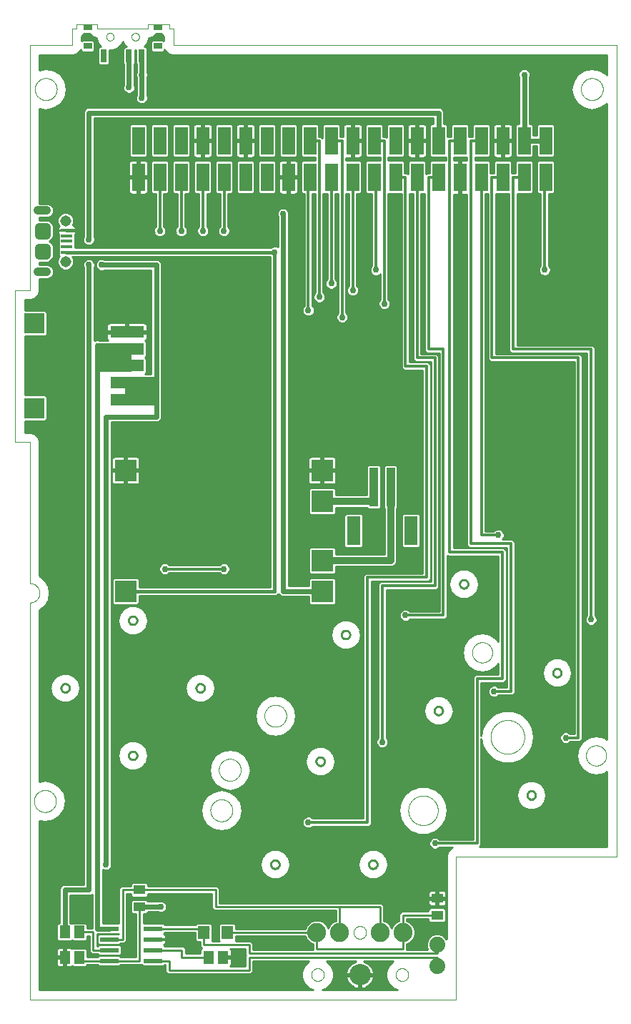
<source format=gbl>
G75*
%MOIN*%
%OFA0B0*%
%FSLAX25Y25*%
%IPPOS*%
%LPD*%
%AMOC8*
5,1,8,0,0,1.08239X$1,22.5*
%
%ADD10C,0.00000*%
%ADD11C,0.00039*%
%ADD12R,0.16535X0.13386*%
%ADD13R,0.15748X0.13386*%
%ADD14R,0.06000X0.13000*%
%ADD15R,0.10000X0.10000*%
%ADD16C,0.01000*%
%ADD17R,0.03937X0.03150*%
%ADD18R,0.02756X0.05906*%
%ADD19R,0.08661X0.02362*%
%ADD20R,0.05118X0.05906*%
%ADD21R,0.15748X0.05512*%
%ADD22R,0.09449X0.09449*%
%ADD23C,0.07400*%
%ADD24R,0.03937X0.18110*%
%ADD25R,0.06299X0.13386*%
%ADD26C,0.03740*%
%ADD27R,0.05315X0.01575*%
%ADD28C,0.04000*%
%ADD29C,0.05150*%
%ADD30R,0.05512X0.06299*%
%ADD31R,0.05512X0.04331*%
%ADD32C,0.10000*%
%ADD33C,0.08858*%
%ADD34C,0.02978*%
%ADD35C,0.01600*%
%ADD36C,0.01200*%
%ADD37C,0.02400*%
%ADD38C,0.03200*%
D10*
X0029320Y0017142D02*
X0029320Y0202181D01*
X0029453Y0202183D01*
X0029586Y0202189D01*
X0029718Y0202199D01*
X0029851Y0202212D01*
X0029982Y0202230D01*
X0030114Y0202251D01*
X0030244Y0202276D01*
X0030374Y0202305D01*
X0030503Y0202338D01*
X0030630Y0202375D01*
X0030757Y0202415D01*
X0030883Y0202459D01*
X0031007Y0202507D01*
X0031129Y0202558D01*
X0031250Y0202613D01*
X0031370Y0202672D01*
X0031487Y0202733D01*
X0031603Y0202799D01*
X0031717Y0202867D01*
X0031829Y0202939D01*
X0031938Y0203015D01*
X0032046Y0203093D01*
X0032151Y0203175D01*
X0032253Y0203259D01*
X0032353Y0203347D01*
X0032451Y0203437D01*
X0032545Y0203531D01*
X0032637Y0203627D01*
X0032726Y0203726D01*
X0032812Y0203827D01*
X0032895Y0203931D01*
X0032975Y0204037D01*
X0033052Y0204145D01*
X0033126Y0204256D01*
X0033196Y0204369D01*
X0033263Y0204483D01*
X0033327Y0204600D01*
X0033387Y0204719D01*
X0033444Y0204839D01*
X0033497Y0204961D01*
X0033546Y0205084D01*
X0033592Y0205209D01*
X0033635Y0205335D01*
X0033673Y0205462D01*
X0033708Y0205591D01*
X0033739Y0205720D01*
X0033766Y0205850D01*
X0033789Y0205981D01*
X0033809Y0206112D01*
X0033824Y0206245D01*
X0033836Y0206377D01*
X0033844Y0206510D01*
X0033848Y0206643D01*
X0033848Y0206775D01*
X0033844Y0206908D01*
X0033836Y0207041D01*
X0033824Y0207173D01*
X0033809Y0207306D01*
X0033789Y0207437D01*
X0033766Y0207568D01*
X0033739Y0207698D01*
X0033708Y0207827D01*
X0033673Y0207956D01*
X0033635Y0208083D01*
X0033592Y0208209D01*
X0033546Y0208334D01*
X0033497Y0208457D01*
X0033444Y0208579D01*
X0033387Y0208699D01*
X0033327Y0208818D01*
X0033263Y0208935D01*
X0033196Y0209049D01*
X0033126Y0209162D01*
X0033052Y0209273D01*
X0032975Y0209381D01*
X0032895Y0209487D01*
X0032812Y0209591D01*
X0032726Y0209692D01*
X0032637Y0209791D01*
X0032545Y0209887D01*
X0032451Y0209981D01*
X0032353Y0210071D01*
X0032253Y0210159D01*
X0032151Y0210243D01*
X0032046Y0210325D01*
X0031938Y0210403D01*
X0031829Y0210479D01*
X0031717Y0210551D01*
X0031603Y0210619D01*
X0031487Y0210685D01*
X0031370Y0210746D01*
X0031250Y0210805D01*
X0031129Y0210860D01*
X0031007Y0210911D01*
X0030883Y0210959D01*
X0030757Y0211003D01*
X0030630Y0211043D01*
X0030503Y0211080D01*
X0030374Y0211113D01*
X0030244Y0211142D01*
X0030114Y0211167D01*
X0029982Y0211188D01*
X0029851Y0211206D01*
X0029718Y0211219D01*
X0029586Y0211229D01*
X0029453Y0211235D01*
X0029320Y0211237D01*
X0029320Y0211236D02*
X0029320Y0276984D01*
X0022430Y0276984D01*
X0022430Y0347850D01*
X0029320Y0347850D01*
X0029320Y0462024D01*
X0049005Y0462024D01*
X0049005Y0469898D01*
X0050974Y0469898D01*
X0050974Y0471866D01*
X0060816Y0471866D01*
X0060816Y0469898D01*
X0084438Y0469898D01*
X0084438Y0471866D01*
X0094281Y0471866D01*
X0094281Y0469898D01*
X0096249Y0469898D01*
X0096249Y0462024D01*
X0302942Y0462024D01*
X0302942Y0083874D01*
X0228139Y0083874D01*
X0228139Y0017142D01*
X0029320Y0017142D01*
X0075383Y0130921D02*
X0075385Y0131009D01*
X0075391Y0131097D01*
X0075401Y0131185D01*
X0075415Y0131273D01*
X0075432Y0131359D01*
X0075454Y0131445D01*
X0075479Y0131529D01*
X0075509Y0131613D01*
X0075541Y0131695D01*
X0075578Y0131775D01*
X0075618Y0131854D01*
X0075662Y0131931D01*
X0075709Y0132006D01*
X0075759Y0132078D01*
X0075813Y0132149D01*
X0075869Y0132216D01*
X0075929Y0132282D01*
X0075991Y0132344D01*
X0076057Y0132404D01*
X0076124Y0132460D01*
X0076195Y0132514D01*
X0076267Y0132564D01*
X0076342Y0132611D01*
X0076419Y0132655D01*
X0076498Y0132695D01*
X0076578Y0132732D01*
X0076660Y0132764D01*
X0076744Y0132794D01*
X0076828Y0132819D01*
X0076914Y0132841D01*
X0077000Y0132858D01*
X0077088Y0132872D01*
X0077176Y0132882D01*
X0077264Y0132888D01*
X0077352Y0132890D01*
X0077440Y0132888D01*
X0077528Y0132882D01*
X0077616Y0132872D01*
X0077704Y0132858D01*
X0077790Y0132841D01*
X0077876Y0132819D01*
X0077960Y0132794D01*
X0078044Y0132764D01*
X0078126Y0132732D01*
X0078206Y0132695D01*
X0078285Y0132655D01*
X0078362Y0132611D01*
X0078437Y0132564D01*
X0078509Y0132514D01*
X0078580Y0132460D01*
X0078647Y0132404D01*
X0078713Y0132344D01*
X0078775Y0132282D01*
X0078835Y0132216D01*
X0078891Y0132149D01*
X0078945Y0132078D01*
X0078995Y0132006D01*
X0079042Y0131931D01*
X0079086Y0131854D01*
X0079126Y0131775D01*
X0079163Y0131695D01*
X0079195Y0131613D01*
X0079225Y0131529D01*
X0079250Y0131445D01*
X0079272Y0131359D01*
X0079289Y0131273D01*
X0079303Y0131185D01*
X0079313Y0131097D01*
X0079319Y0131009D01*
X0079321Y0130921D01*
X0079319Y0130833D01*
X0079313Y0130745D01*
X0079303Y0130657D01*
X0079289Y0130569D01*
X0079272Y0130483D01*
X0079250Y0130397D01*
X0079225Y0130313D01*
X0079195Y0130229D01*
X0079163Y0130147D01*
X0079126Y0130067D01*
X0079086Y0129988D01*
X0079042Y0129911D01*
X0078995Y0129836D01*
X0078945Y0129764D01*
X0078891Y0129693D01*
X0078835Y0129626D01*
X0078775Y0129560D01*
X0078713Y0129498D01*
X0078647Y0129438D01*
X0078580Y0129382D01*
X0078509Y0129328D01*
X0078437Y0129278D01*
X0078362Y0129231D01*
X0078285Y0129187D01*
X0078206Y0129147D01*
X0078126Y0129110D01*
X0078044Y0129078D01*
X0077960Y0129048D01*
X0077876Y0129023D01*
X0077790Y0129001D01*
X0077704Y0128984D01*
X0077616Y0128970D01*
X0077528Y0128960D01*
X0077440Y0128954D01*
X0077352Y0128952D01*
X0077264Y0128954D01*
X0077176Y0128960D01*
X0077088Y0128970D01*
X0077000Y0128984D01*
X0076914Y0129001D01*
X0076828Y0129023D01*
X0076744Y0129048D01*
X0076660Y0129078D01*
X0076578Y0129110D01*
X0076498Y0129147D01*
X0076419Y0129187D01*
X0076342Y0129231D01*
X0076267Y0129278D01*
X0076195Y0129328D01*
X0076124Y0129382D01*
X0076057Y0129438D01*
X0075991Y0129498D01*
X0075929Y0129560D01*
X0075869Y0129626D01*
X0075813Y0129693D01*
X0075759Y0129764D01*
X0075709Y0129836D01*
X0075662Y0129911D01*
X0075618Y0129988D01*
X0075578Y0130067D01*
X0075541Y0130147D01*
X0075509Y0130229D01*
X0075479Y0130313D01*
X0075454Y0130397D01*
X0075432Y0130483D01*
X0075415Y0130569D01*
X0075401Y0130657D01*
X0075391Y0130745D01*
X0075385Y0130833D01*
X0075383Y0130921D01*
X0043887Y0162417D02*
X0043889Y0162505D01*
X0043895Y0162593D01*
X0043905Y0162681D01*
X0043919Y0162769D01*
X0043936Y0162855D01*
X0043958Y0162941D01*
X0043983Y0163025D01*
X0044013Y0163109D01*
X0044045Y0163191D01*
X0044082Y0163271D01*
X0044122Y0163350D01*
X0044166Y0163427D01*
X0044213Y0163502D01*
X0044263Y0163574D01*
X0044317Y0163645D01*
X0044373Y0163712D01*
X0044433Y0163778D01*
X0044495Y0163840D01*
X0044561Y0163900D01*
X0044628Y0163956D01*
X0044699Y0164010D01*
X0044771Y0164060D01*
X0044846Y0164107D01*
X0044923Y0164151D01*
X0045002Y0164191D01*
X0045082Y0164228D01*
X0045164Y0164260D01*
X0045248Y0164290D01*
X0045332Y0164315D01*
X0045418Y0164337D01*
X0045504Y0164354D01*
X0045592Y0164368D01*
X0045680Y0164378D01*
X0045768Y0164384D01*
X0045856Y0164386D01*
X0045944Y0164384D01*
X0046032Y0164378D01*
X0046120Y0164368D01*
X0046208Y0164354D01*
X0046294Y0164337D01*
X0046380Y0164315D01*
X0046464Y0164290D01*
X0046548Y0164260D01*
X0046630Y0164228D01*
X0046710Y0164191D01*
X0046789Y0164151D01*
X0046866Y0164107D01*
X0046941Y0164060D01*
X0047013Y0164010D01*
X0047084Y0163956D01*
X0047151Y0163900D01*
X0047217Y0163840D01*
X0047279Y0163778D01*
X0047339Y0163712D01*
X0047395Y0163645D01*
X0047449Y0163574D01*
X0047499Y0163502D01*
X0047546Y0163427D01*
X0047590Y0163350D01*
X0047630Y0163271D01*
X0047667Y0163191D01*
X0047699Y0163109D01*
X0047729Y0163025D01*
X0047754Y0162941D01*
X0047776Y0162855D01*
X0047793Y0162769D01*
X0047807Y0162681D01*
X0047817Y0162593D01*
X0047823Y0162505D01*
X0047825Y0162417D01*
X0047823Y0162329D01*
X0047817Y0162241D01*
X0047807Y0162153D01*
X0047793Y0162065D01*
X0047776Y0161979D01*
X0047754Y0161893D01*
X0047729Y0161809D01*
X0047699Y0161725D01*
X0047667Y0161643D01*
X0047630Y0161563D01*
X0047590Y0161484D01*
X0047546Y0161407D01*
X0047499Y0161332D01*
X0047449Y0161260D01*
X0047395Y0161189D01*
X0047339Y0161122D01*
X0047279Y0161056D01*
X0047217Y0160994D01*
X0047151Y0160934D01*
X0047084Y0160878D01*
X0047013Y0160824D01*
X0046941Y0160774D01*
X0046866Y0160727D01*
X0046789Y0160683D01*
X0046710Y0160643D01*
X0046630Y0160606D01*
X0046548Y0160574D01*
X0046464Y0160544D01*
X0046380Y0160519D01*
X0046294Y0160497D01*
X0046208Y0160480D01*
X0046120Y0160466D01*
X0046032Y0160456D01*
X0045944Y0160450D01*
X0045856Y0160448D01*
X0045768Y0160450D01*
X0045680Y0160456D01*
X0045592Y0160466D01*
X0045504Y0160480D01*
X0045418Y0160497D01*
X0045332Y0160519D01*
X0045248Y0160544D01*
X0045164Y0160574D01*
X0045082Y0160606D01*
X0045002Y0160643D01*
X0044923Y0160683D01*
X0044846Y0160727D01*
X0044771Y0160774D01*
X0044699Y0160824D01*
X0044628Y0160878D01*
X0044561Y0160934D01*
X0044495Y0160994D01*
X0044433Y0161056D01*
X0044373Y0161122D01*
X0044317Y0161189D01*
X0044263Y0161260D01*
X0044213Y0161332D01*
X0044166Y0161407D01*
X0044122Y0161484D01*
X0044082Y0161563D01*
X0044045Y0161643D01*
X0044013Y0161725D01*
X0043983Y0161809D01*
X0043958Y0161893D01*
X0043936Y0161979D01*
X0043919Y0162065D01*
X0043905Y0162153D01*
X0043895Y0162241D01*
X0043889Y0162329D01*
X0043887Y0162417D01*
X0075383Y0193913D02*
X0075385Y0194001D01*
X0075391Y0194089D01*
X0075401Y0194177D01*
X0075415Y0194265D01*
X0075432Y0194351D01*
X0075454Y0194437D01*
X0075479Y0194521D01*
X0075509Y0194605D01*
X0075541Y0194687D01*
X0075578Y0194767D01*
X0075618Y0194846D01*
X0075662Y0194923D01*
X0075709Y0194998D01*
X0075759Y0195070D01*
X0075813Y0195141D01*
X0075869Y0195208D01*
X0075929Y0195274D01*
X0075991Y0195336D01*
X0076057Y0195396D01*
X0076124Y0195452D01*
X0076195Y0195506D01*
X0076267Y0195556D01*
X0076342Y0195603D01*
X0076419Y0195647D01*
X0076498Y0195687D01*
X0076578Y0195724D01*
X0076660Y0195756D01*
X0076744Y0195786D01*
X0076828Y0195811D01*
X0076914Y0195833D01*
X0077000Y0195850D01*
X0077088Y0195864D01*
X0077176Y0195874D01*
X0077264Y0195880D01*
X0077352Y0195882D01*
X0077440Y0195880D01*
X0077528Y0195874D01*
X0077616Y0195864D01*
X0077704Y0195850D01*
X0077790Y0195833D01*
X0077876Y0195811D01*
X0077960Y0195786D01*
X0078044Y0195756D01*
X0078126Y0195724D01*
X0078206Y0195687D01*
X0078285Y0195647D01*
X0078362Y0195603D01*
X0078437Y0195556D01*
X0078509Y0195506D01*
X0078580Y0195452D01*
X0078647Y0195396D01*
X0078713Y0195336D01*
X0078775Y0195274D01*
X0078835Y0195208D01*
X0078891Y0195141D01*
X0078945Y0195070D01*
X0078995Y0194998D01*
X0079042Y0194923D01*
X0079086Y0194846D01*
X0079126Y0194767D01*
X0079163Y0194687D01*
X0079195Y0194605D01*
X0079225Y0194521D01*
X0079250Y0194437D01*
X0079272Y0194351D01*
X0079289Y0194265D01*
X0079303Y0194177D01*
X0079313Y0194089D01*
X0079319Y0194001D01*
X0079321Y0193913D01*
X0079319Y0193825D01*
X0079313Y0193737D01*
X0079303Y0193649D01*
X0079289Y0193561D01*
X0079272Y0193475D01*
X0079250Y0193389D01*
X0079225Y0193305D01*
X0079195Y0193221D01*
X0079163Y0193139D01*
X0079126Y0193059D01*
X0079086Y0192980D01*
X0079042Y0192903D01*
X0078995Y0192828D01*
X0078945Y0192756D01*
X0078891Y0192685D01*
X0078835Y0192618D01*
X0078775Y0192552D01*
X0078713Y0192490D01*
X0078647Y0192430D01*
X0078580Y0192374D01*
X0078509Y0192320D01*
X0078437Y0192270D01*
X0078362Y0192223D01*
X0078285Y0192179D01*
X0078206Y0192139D01*
X0078126Y0192102D01*
X0078044Y0192070D01*
X0077960Y0192040D01*
X0077876Y0192015D01*
X0077790Y0191993D01*
X0077704Y0191976D01*
X0077616Y0191962D01*
X0077528Y0191952D01*
X0077440Y0191946D01*
X0077352Y0191944D01*
X0077264Y0191946D01*
X0077176Y0191952D01*
X0077088Y0191962D01*
X0077000Y0191976D01*
X0076914Y0191993D01*
X0076828Y0192015D01*
X0076744Y0192040D01*
X0076660Y0192070D01*
X0076578Y0192102D01*
X0076498Y0192139D01*
X0076419Y0192179D01*
X0076342Y0192223D01*
X0076267Y0192270D01*
X0076195Y0192320D01*
X0076124Y0192374D01*
X0076057Y0192430D01*
X0075991Y0192490D01*
X0075929Y0192552D01*
X0075869Y0192618D01*
X0075813Y0192685D01*
X0075759Y0192756D01*
X0075709Y0192828D01*
X0075662Y0192903D01*
X0075618Y0192980D01*
X0075578Y0193059D01*
X0075541Y0193139D01*
X0075509Y0193221D01*
X0075479Y0193305D01*
X0075454Y0193389D01*
X0075432Y0193475D01*
X0075415Y0193561D01*
X0075401Y0193649D01*
X0075391Y0193737D01*
X0075385Y0193825D01*
X0075383Y0193913D01*
X0106879Y0162417D02*
X0106881Y0162505D01*
X0106887Y0162593D01*
X0106897Y0162681D01*
X0106911Y0162769D01*
X0106928Y0162855D01*
X0106950Y0162941D01*
X0106975Y0163025D01*
X0107005Y0163109D01*
X0107037Y0163191D01*
X0107074Y0163271D01*
X0107114Y0163350D01*
X0107158Y0163427D01*
X0107205Y0163502D01*
X0107255Y0163574D01*
X0107309Y0163645D01*
X0107365Y0163712D01*
X0107425Y0163778D01*
X0107487Y0163840D01*
X0107553Y0163900D01*
X0107620Y0163956D01*
X0107691Y0164010D01*
X0107763Y0164060D01*
X0107838Y0164107D01*
X0107915Y0164151D01*
X0107994Y0164191D01*
X0108074Y0164228D01*
X0108156Y0164260D01*
X0108240Y0164290D01*
X0108324Y0164315D01*
X0108410Y0164337D01*
X0108496Y0164354D01*
X0108584Y0164368D01*
X0108672Y0164378D01*
X0108760Y0164384D01*
X0108848Y0164386D01*
X0108936Y0164384D01*
X0109024Y0164378D01*
X0109112Y0164368D01*
X0109200Y0164354D01*
X0109286Y0164337D01*
X0109372Y0164315D01*
X0109456Y0164290D01*
X0109540Y0164260D01*
X0109622Y0164228D01*
X0109702Y0164191D01*
X0109781Y0164151D01*
X0109858Y0164107D01*
X0109933Y0164060D01*
X0110005Y0164010D01*
X0110076Y0163956D01*
X0110143Y0163900D01*
X0110209Y0163840D01*
X0110271Y0163778D01*
X0110331Y0163712D01*
X0110387Y0163645D01*
X0110441Y0163574D01*
X0110491Y0163502D01*
X0110538Y0163427D01*
X0110582Y0163350D01*
X0110622Y0163271D01*
X0110659Y0163191D01*
X0110691Y0163109D01*
X0110721Y0163025D01*
X0110746Y0162941D01*
X0110768Y0162855D01*
X0110785Y0162769D01*
X0110799Y0162681D01*
X0110809Y0162593D01*
X0110815Y0162505D01*
X0110817Y0162417D01*
X0110815Y0162329D01*
X0110809Y0162241D01*
X0110799Y0162153D01*
X0110785Y0162065D01*
X0110768Y0161979D01*
X0110746Y0161893D01*
X0110721Y0161809D01*
X0110691Y0161725D01*
X0110659Y0161643D01*
X0110622Y0161563D01*
X0110582Y0161484D01*
X0110538Y0161407D01*
X0110491Y0161332D01*
X0110441Y0161260D01*
X0110387Y0161189D01*
X0110331Y0161122D01*
X0110271Y0161056D01*
X0110209Y0160994D01*
X0110143Y0160934D01*
X0110076Y0160878D01*
X0110005Y0160824D01*
X0109933Y0160774D01*
X0109858Y0160727D01*
X0109781Y0160683D01*
X0109702Y0160643D01*
X0109622Y0160606D01*
X0109540Y0160574D01*
X0109456Y0160544D01*
X0109372Y0160519D01*
X0109286Y0160497D01*
X0109200Y0160480D01*
X0109112Y0160466D01*
X0109024Y0160456D01*
X0108936Y0160450D01*
X0108848Y0160448D01*
X0108760Y0160450D01*
X0108672Y0160456D01*
X0108584Y0160466D01*
X0108496Y0160480D01*
X0108410Y0160497D01*
X0108324Y0160519D01*
X0108240Y0160544D01*
X0108156Y0160574D01*
X0108074Y0160606D01*
X0107994Y0160643D01*
X0107915Y0160683D01*
X0107838Y0160727D01*
X0107763Y0160774D01*
X0107691Y0160824D01*
X0107620Y0160878D01*
X0107553Y0160934D01*
X0107487Y0160994D01*
X0107425Y0161056D01*
X0107365Y0161122D01*
X0107309Y0161189D01*
X0107255Y0161260D01*
X0107205Y0161332D01*
X0107158Y0161407D01*
X0107114Y0161484D01*
X0107074Y0161563D01*
X0107037Y0161643D01*
X0107005Y0161725D01*
X0106975Y0161809D01*
X0106950Y0161893D01*
X0106928Y0161979D01*
X0106911Y0162065D01*
X0106897Y0162153D01*
X0106887Y0162241D01*
X0106881Y0162329D01*
X0106879Y0162417D01*
X0141741Y0080173D02*
X0141743Y0080261D01*
X0141749Y0080349D01*
X0141759Y0080437D01*
X0141773Y0080525D01*
X0141790Y0080611D01*
X0141812Y0080697D01*
X0141837Y0080781D01*
X0141867Y0080865D01*
X0141899Y0080947D01*
X0141936Y0081027D01*
X0141976Y0081106D01*
X0142020Y0081183D01*
X0142067Y0081258D01*
X0142117Y0081330D01*
X0142171Y0081401D01*
X0142227Y0081468D01*
X0142287Y0081534D01*
X0142349Y0081596D01*
X0142415Y0081656D01*
X0142482Y0081712D01*
X0142553Y0081766D01*
X0142625Y0081816D01*
X0142700Y0081863D01*
X0142777Y0081907D01*
X0142856Y0081947D01*
X0142936Y0081984D01*
X0143018Y0082016D01*
X0143102Y0082046D01*
X0143186Y0082071D01*
X0143272Y0082093D01*
X0143358Y0082110D01*
X0143446Y0082124D01*
X0143534Y0082134D01*
X0143622Y0082140D01*
X0143710Y0082142D01*
X0143798Y0082140D01*
X0143886Y0082134D01*
X0143974Y0082124D01*
X0144062Y0082110D01*
X0144148Y0082093D01*
X0144234Y0082071D01*
X0144318Y0082046D01*
X0144402Y0082016D01*
X0144484Y0081984D01*
X0144564Y0081947D01*
X0144643Y0081907D01*
X0144720Y0081863D01*
X0144795Y0081816D01*
X0144867Y0081766D01*
X0144938Y0081712D01*
X0145005Y0081656D01*
X0145071Y0081596D01*
X0145133Y0081534D01*
X0145193Y0081468D01*
X0145249Y0081401D01*
X0145303Y0081330D01*
X0145353Y0081258D01*
X0145400Y0081183D01*
X0145444Y0081106D01*
X0145484Y0081027D01*
X0145521Y0080947D01*
X0145553Y0080865D01*
X0145583Y0080781D01*
X0145608Y0080697D01*
X0145630Y0080611D01*
X0145647Y0080525D01*
X0145661Y0080437D01*
X0145671Y0080349D01*
X0145677Y0080261D01*
X0145679Y0080173D01*
X0145677Y0080085D01*
X0145671Y0079997D01*
X0145661Y0079909D01*
X0145647Y0079821D01*
X0145630Y0079735D01*
X0145608Y0079649D01*
X0145583Y0079565D01*
X0145553Y0079481D01*
X0145521Y0079399D01*
X0145484Y0079319D01*
X0145444Y0079240D01*
X0145400Y0079163D01*
X0145353Y0079088D01*
X0145303Y0079016D01*
X0145249Y0078945D01*
X0145193Y0078878D01*
X0145133Y0078812D01*
X0145071Y0078750D01*
X0145005Y0078690D01*
X0144938Y0078634D01*
X0144867Y0078580D01*
X0144795Y0078530D01*
X0144720Y0078483D01*
X0144643Y0078439D01*
X0144564Y0078399D01*
X0144484Y0078362D01*
X0144402Y0078330D01*
X0144318Y0078300D01*
X0144234Y0078275D01*
X0144148Y0078253D01*
X0144062Y0078236D01*
X0143974Y0078222D01*
X0143886Y0078212D01*
X0143798Y0078206D01*
X0143710Y0078204D01*
X0143622Y0078206D01*
X0143534Y0078212D01*
X0143446Y0078222D01*
X0143358Y0078236D01*
X0143272Y0078253D01*
X0143186Y0078275D01*
X0143102Y0078300D01*
X0143018Y0078330D01*
X0142936Y0078362D01*
X0142856Y0078399D01*
X0142777Y0078439D01*
X0142700Y0078483D01*
X0142625Y0078530D01*
X0142553Y0078580D01*
X0142482Y0078634D01*
X0142415Y0078690D01*
X0142349Y0078750D01*
X0142287Y0078812D01*
X0142227Y0078878D01*
X0142171Y0078945D01*
X0142117Y0079016D01*
X0142067Y0079088D01*
X0142020Y0079163D01*
X0141976Y0079240D01*
X0141936Y0079319D01*
X0141899Y0079399D01*
X0141867Y0079481D01*
X0141837Y0079565D01*
X0141812Y0079649D01*
X0141790Y0079735D01*
X0141773Y0079821D01*
X0141759Y0079909D01*
X0141749Y0079997D01*
X0141743Y0080085D01*
X0141741Y0080173D01*
X0162863Y0128205D02*
X0162865Y0128293D01*
X0162871Y0128381D01*
X0162881Y0128469D01*
X0162895Y0128557D01*
X0162912Y0128643D01*
X0162934Y0128729D01*
X0162959Y0128813D01*
X0162989Y0128897D01*
X0163021Y0128979D01*
X0163058Y0129059D01*
X0163098Y0129138D01*
X0163142Y0129215D01*
X0163189Y0129290D01*
X0163239Y0129362D01*
X0163293Y0129433D01*
X0163349Y0129500D01*
X0163409Y0129566D01*
X0163471Y0129628D01*
X0163537Y0129688D01*
X0163604Y0129744D01*
X0163675Y0129798D01*
X0163747Y0129848D01*
X0163822Y0129895D01*
X0163899Y0129939D01*
X0163978Y0129979D01*
X0164058Y0130016D01*
X0164140Y0130048D01*
X0164224Y0130078D01*
X0164308Y0130103D01*
X0164394Y0130125D01*
X0164480Y0130142D01*
X0164568Y0130156D01*
X0164656Y0130166D01*
X0164744Y0130172D01*
X0164832Y0130174D01*
X0164920Y0130172D01*
X0165008Y0130166D01*
X0165096Y0130156D01*
X0165184Y0130142D01*
X0165270Y0130125D01*
X0165356Y0130103D01*
X0165440Y0130078D01*
X0165524Y0130048D01*
X0165606Y0130016D01*
X0165686Y0129979D01*
X0165765Y0129939D01*
X0165842Y0129895D01*
X0165917Y0129848D01*
X0165989Y0129798D01*
X0166060Y0129744D01*
X0166127Y0129688D01*
X0166193Y0129628D01*
X0166255Y0129566D01*
X0166315Y0129500D01*
X0166371Y0129433D01*
X0166425Y0129362D01*
X0166475Y0129290D01*
X0166522Y0129215D01*
X0166566Y0129138D01*
X0166606Y0129059D01*
X0166643Y0128979D01*
X0166675Y0128897D01*
X0166705Y0128813D01*
X0166730Y0128729D01*
X0166752Y0128643D01*
X0166769Y0128557D01*
X0166783Y0128469D01*
X0166793Y0128381D01*
X0166799Y0128293D01*
X0166801Y0128205D01*
X0166799Y0128117D01*
X0166793Y0128029D01*
X0166783Y0127941D01*
X0166769Y0127853D01*
X0166752Y0127767D01*
X0166730Y0127681D01*
X0166705Y0127597D01*
X0166675Y0127513D01*
X0166643Y0127431D01*
X0166606Y0127351D01*
X0166566Y0127272D01*
X0166522Y0127195D01*
X0166475Y0127120D01*
X0166425Y0127048D01*
X0166371Y0126977D01*
X0166315Y0126910D01*
X0166255Y0126844D01*
X0166193Y0126782D01*
X0166127Y0126722D01*
X0166060Y0126666D01*
X0165989Y0126612D01*
X0165917Y0126562D01*
X0165842Y0126515D01*
X0165765Y0126471D01*
X0165686Y0126431D01*
X0165606Y0126394D01*
X0165524Y0126362D01*
X0165440Y0126332D01*
X0165356Y0126307D01*
X0165270Y0126285D01*
X0165184Y0126268D01*
X0165096Y0126254D01*
X0165008Y0126244D01*
X0164920Y0126238D01*
X0164832Y0126236D01*
X0164744Y0126238D01*
X0164656Y0126244D01*
X0164568Y0126254D01*
X0164480Y0126268D01*
X0164394Y0126285D01*
X0164308Y0126307D01*
X0164224Y0126332D01*
X0164140Y0126362D01*
X0164058Y0126394D01*
X0163978Y0126431D01*
X0163899Y0126471D01*
X0163822Y0126515D01*
X0163747Y0126562D01*
X0163675Y0126612D01*
X0163604Y0126666D01*
X0163537Y0126722D01*
X0163471Y0126782D01*
X0163409Y0126844D01*
X0163349Y0126910D01*
X0163293Y0126977D01*
X0163239Y0127048D01*
X0163189Y0127120D01*
X0163142Y0127195D01*
X0163098Y0127272D01*
X0163058Y0127351D01*
X0163021Y0127431D01*
X0162989Y0127513D01*
X0162959Y0127597D01*
X0162934Y0127681D01*
X0162912Y0127767D01*
X0162895Y0127853D01*
X0162881Y0127941D01*
X0162871Y0128029D01*
X0162865Y0128117D01*
X0162863Y0128205D01*
X0187410Y0080173D02*
X0187412Y0080261D01*
X0187418Y0080349D01*
X0187428Y0080437D01*
X0187442Y0080525D01*
X0187459Y0080611D01*
X0187481Y0080697D01*
X0187506Y0080781D01*
X0187536Y0080865D01*
X0187568Y0080947D01*
X0187605Y0081027D01*
X0187645Y0081106D01*
X0187689Y0081183D01*
X0187736Y0081258D01*
X0187786Y0081330D01*
X0187840Y0081401D01*
X0187896Y0081468D01*
X0187956Y0081534D01*
X0188018Y0081596D01*
X0188084Y0081656D01*
X0188151Y0081712D01*
X0188222Y0081766D01*
X0188294Y0081816D01*
X0188369Y0081863D01*
X0188446Y0081907D01*
X0188525Y0081947D01*
X0188605Y0081984D01*
X0188687Y0082016D01*
X0188771Y0082046D01*
X0188855Y0082071D01*
X0188941Y0082093D01*
X0189027Y0082110D01*
X0189115Y0082124D01*
X0189203Y0082134D01*
X0189291Y0082140D01*
X0189379Y0082142D01*
X0189467Y0082140D01*
X0189555Y0082134D01*
X0189643Y0082124D01*
X0189731Y0082110D01*
X0189817Y0082093D01*
X0189903Y0082071D01*
X0189987Y0082046D01*
X0190071Y0082016D01*
X0190153Y0081984D01*
X0190233Y0081947D01*
X0190312Y0081907D01*
X0190389Y0081863D01*
X0190464Y0081816D01*
X0190536Y0081766D01*
X0190607Y0081712D01*
X0190674Y0081656D01*
X0190740Y0081596D01*
X0190802Y0081534D01*
X0190862Y0081468D01*
X0190918Y0081401D01*
X0190972Y0081330D01*
X0191022Y0081258D01*
X0191069Y0081183D01*
X0191113Y0081106D01*
X0191153Y0081027D01*
X0191190Y0080947D01*
X0191222Y0080865D01*
X0191252Y0080781D01*
X0191277Y0080697D01*
X0191299Y0080611D01*
X0191316Y0080525D01*
X0191330Y0080437D01*
X0191340Y0080349D01*
X0191346Y0080261D01*
X0191348Y0080173D01*
X0191346Y0080085D01*
X0191340Y0079997D01*
X0191330Y0079909D01*
X0191316Y0079821D01*
X0191299Y0079735D01*
X0191277Y0079649D01*
X0191252Y0079565D01*
X0191222Y0079481D01*
X0191190Y0079399D01*
X0191153Y0079319D01*
X0191113Y0079240D01*
X0191069Y0079163D01*
X0191022Y0079088D01*
X0190972Y0079016D01*
X0190918Y0078945D01*
X0190862Y0078878D01*
X0190802Y0078812D01*
X0190740Y0078750D01*
X0190674Y0078690D01*
X0190607Y0078634D01*
X0190536Y0078580D01*
X0190464Y0078530D01*
X0190389Y0078483D01*
X0190312Y0078439D01*
X0190233Y0078399D01*
X0190153Y0078362D01*
X0190071Y0078330D01*
X0189987Y0078300D01*
X0189903Y0078275D01*
X0189817Y0078253D01*
X0189731Y0078236D01*
X0189643Y0078222D01*
X0189555Y0078212D01*
X0189467Y0078206D01*
X0189379Y0078204D01*
X0189291Y0078206D01*
X0189203Y0078212D01*
X0189115Y0078222D01*
X0189027Y0078236D01*
X0188941Y0078253D01*
X0188855Y0078275D01*
X0188771Y0078300D01*
X0188687Y0078330D01*
X0188605Y0078362D01*
X0188525Y0078399D01*
X0188446Y0078439D01*
X0188369Y0078483D01*
X0188294Y0078530D01*
X0188222Y0078580D01*
X0188151Y0078634D01*
X0188084Y0078690D01*
X0188018Y0078750D01*
X0187956Y0078812D01*
X0187896Y0078878D01*
X0187840Y0078945D01*
X0187786Y0079016D01*
X0187736Y0079088D01*
X0187689Y0079163D01*
X0187645Y0079240D01*
X0187605Y0079319D01*
X0187568Y0079399D01*
X0187536Y0079481D01*
X0187506Y0079565D01*
X0187481Y0079649D01*
X0187459Y0079735D01*
X0187442Y0079821D01*
X0187428Y0079909D01*
X0187418Y0079997D01*
X0187412Y0080085D01*
X0187410Y0080173D01*
X0180304Y0048441D02*
X0180306Y0048549D01*
X0180312Y0048658D01*
X0180322Y0048766D01*
X0180336Y0048873D01*
X0180354Y0048980D01*
X0180375Y0049087D01*
X0180401Y0049192D01*
X0180431Y0049297D01*
X0180464Y0049400D01*
X0180501Y0049502D01*
X0180542Y0049602D01*
X0180586Y0049701D01*
X0180635Y0049799D01*
X0180686Y0049894D01*
X0180741Y0049987D01*
X0180800Y0050079D01*
X0180862Y0050168D01*
X0180927Y0050255D01*
X0180995Y0050339D01*
X0181066Y0050421D01*
X0181140Y0050500D01*
X0181217Y0050576D01*
X0181297Y0050650D01*
X0181380Y0050720D01*
X0181465Y0050788D01*
X0181552Y0050852D01*
X0181642Y0050913D01*
X0181734Y0050971D01*
X0181828Y0051025D01*
X0181924Y0051076D01*
X0182021Y0051123D01*
X0182121Y0051167D01*
X0182222Y0051207D01*
X0182324Y0051243D01*
X0182427Y0051275D01*
X0182532Y0051304D01*
X0182638Y0051328D01*
X0182744Y0051349D01*
X0182851Y0051366D01*
X0182959Y0051379D01*
X0183067Y0051388D01*
X0183176Y0051393D01*
X0183284Y0051394D01*
X0183393Y0051391D01*
X0183501Y0051384D01*
X0183609Y0051373D01*
X0183716Y0051358D01*
X0183823Y0051339D01*
X0183929Y0051316D01*
X0184034Y0051290D01*
X0184139Y0051259D01*
X0184241Y0051225D01*
X0184343Y0051187D01*
X0184443Y0051145D01*
X0184542Y0051100D01*
X0184639Y0051051D01*
X0184733Y0050998D01*
X0184826Y0050942D01*
X0184917Y0050883D01*
X0185006Y0050820D01*
X0185092Y0050755D01*
X0185176Y0050686D01*
X0185257Y0050614D01*
X0185335Y0050539D01*
X0185411Y0050461D01*
X0185484Y0050380D01*
X0185554Y0050297D01*
X0185620Y0050212D01*
X0185684Y0050124D01*
X0185744Y0050033D01*
X0185801Y0049941D01*
X0185854Y0049846D01*
X0185904Y0049750D01*
X0185950Y0049652D01*
X0185993Y0049552D01*
X0186032Y0049451D01*
X0186067Y0049348D01*
X0186099Y0049245D01*
X0186126Y0049140D01*
X0186150Y0049034D01*
X0186170Y0048927D01*
X0186186Y0048820D01*
X0186198Y0048712D01*
X0186206Y0048604D01*
X0186210Y0048495D01*
X0186210Y0048387D01*
X0186206Y0048278D01*
X0186198Y0048170D01*
X0186186Y0048062D01*
X0186170Y0047955D01*
X0186150Y0047848D01*
X0186126Y0047742D01*
X0186099Y0047637D01*
X0186067Y0047534D01*
X0186032Y0047431D01*
X0185993Y0047330D01*
X0185950Y0047230D01*
X0185904Y0047132D01*
X0185854Y0047036D01*
X0185801Y0046941D01*
X0185744Y0046849D01*
X0185684Y0046758D01*
X0185620Y0046670D01*
X0185554Y0046585D01*
X0185484Y0046502D01*
X0185411Y0046421D01*
X0185335Y0046343D01*
X0185257Y0046268D01*
X0185176Y0046196D01*
X0185092Y0046127D01*
X0185006Y0046062D01*
X0184917Y0045999D01*
X0184826Y0045940D01*
X0184734Y0045884D01*
X0184639Y0045831D01*
X0184542Y0045782D01*
X0184443Y0045737D01*
X0184343Y0045695D01*
X0184241Y0045657D01*
X0184139Y0045623D01*
X0184034Y0045592D01*
X0183929Y0045566D01*
X0183823Y0045543D01*
X0183716Y0045524D01*
X0183609Y0045509D01*
X0183501Y0045498D01*
X0183393Y0045491D01*
X0183284Y0045488D01*
X0183176Y0045489D01*
X0183067Y0045494D01*
X0182959Y0045503D01*
X0182851Y0045516D01*
X0182744Y0045533D01*
X0182638Y0045554D01*
X0182532Y0045578D01*
X0182427Y0045607D01*
X0182324Y0045639D01*
X0182222Y0045675D01*
X0182121Y0045715D01*
X0182021Y0045759D01*
X0181924Y0045806D01*
X0181828Y0045857D01*
X0181734Y0045911D01*
X0181642Y0045969D01*
X0181552Y0046030D01*
X0181465Y0046094D01*
X0181380Y0046162D01*
X0181297Y0046232D01*
X0181217Y0046306D01*
X0181140Y0046382D01*
X0181066Y0046461D01*
X0180995Y0046543D01*
X0180927Y0046627D01*
X0180862Y0046714D01*
X0180800Y0046803D01*
X0180741Y0046895D01*
X0180686Y0046988D01*
X0180635Y0047083D01*
X0180586Y0047181D01*
X0180542Y0047280D01*
X0180501Y0047380D01*
X0180464Y0047482D01*
X0180431Y0047585D01*
X0180401Y0047690D01*
X0180375Y0047795D01*
X0180354Y0047902D01*
X0180336Y0048009D01*
X0180322Y0048116D01*
X0180312Y0048224D01*
X0180306Y0048333D01*
X0180304Y0048441D01*
X0160619Y0028756D02*
X0160621Y0028864D01*
X0160627Y0028973D01*
X0160637Y0029081D01*
X0160651Y0029188D01*
X0160669Y0029295D01*
X0160690Y0029402D01*
X0160716Y0029507D01*
X0160746Y0029612D01*
X0160779Y0029715D01*
X0160816Y0029817D01*
X0160857Y0029917D01*
X0160901Y0030016D01*
X0160950Y0030114D01*
X0161001Y0030209D01*
X0161056Y0030302D01*
X0161115Y0030394D01*
X0161177Y0030483D01*
X0161242Y0030570D01*
X0161310Y0030654D01*
X0161381Y0030736D01*
X0161455Y0030815D01*
X0161532Y0030891D01*
X0161612Y0030965D01*
X0161695Y0031035D01*
X0161780Y0031103D01*
X0161867Y0031167D01*
X0161957Y0031228D01*
X0162049Y0031286D01*
X0162143Y0031340D01*
X0162239Y0031391D01*
X0162336Y0031438D01*
X0162436Y0031482D01*
X0162537Y0031522D01*
X0162639Y0031558D01*
X0162742Y0031590D01*
X0162847Y0031619D01*
X0162953Y0031643D01*
X0163059Y0031664D01*
X0163166Y0031681D01*
X0163274Y0031694D01*
X0163382Y0031703D01*
X0163491Y0031708D01*
X0163599Y0031709D01*
X0163708Y0031706D01*
X0163816Y0031699D01*
X0163924Y0031688D01*
X0164031Y0031673D01*
X0164138Y0031654D01*
X0164244Y0031631D01*
X0164349Y0031605D01*
X0164454Y0031574D01*
X0164556Y0031540D01*
X0164658Y0031502D01*
X0164758Y0031460D01*
X0164857Y0031415D01*
X0164954Y0031366D01*
X0165048Y0031313D01*
X0165141Y0031257D01*
X0165232Y0031198D01*
X0165321Y0031135D01*
X0165407Y0031070D01*
X0165491Y0031001D01*
X0165572Y0030929D01*
X0165650Y0030854D01*
X0165726Y0030776D01*
X0165799Y0030695D01*
X0165869Y0030612D01*
X0165935Y0030527D01*
X0165999Y0030439D01*
X0166059Y0030348D01*
X0166116Y0030256D01*
X0166169Y0030161D01*
X0166219Y0030065D01*
X0166265Y0029967D01*
X0166308Y0029867D01*
X0166347Y0029766D01*
X0166382Y0029663D01*
X0166414Y0029560D01*
X0166441Y0029455D01*
X0166465Y0029349D01*
X0166485Y0029242D01*
X0166501Y0029135D01*
X0166513Y0029027D01*
X0166521Y0028919D01*
X0166525Y0028810D01*
X0166525Y0028702D01*
X0166521Y0028593D01*
X0166513Y0028485D01*
X0166501Y0028377D01*
X0166485Y0028270D01*
X0166465Y0028163D01*
X0166441Y0028057D01*
X0166414Y0027952D01*
X0166382Y0027849D01*
X0166347Y0027746D01*
X0166308Y0027645D01*
X0166265Y0027545D01*
X0166219Y0027447D01*
X0166169Y0027351D01*
X0166116Y0027256D01*
X0166059Y0027164D01*
X0165999Y0027073D01*
X0165935Y0026985D01*
X0165869Y0026900D01*
X0165799Y0026817D01*
X0165726Y0026736D01*
X0165650Y0026658D01*
X0165572Y0026583D01*
X0165491Y0026511D01*
X0165407Y0026442D01*
X0165321Y0026377D01*
X0165232Y0026314D01*
X0165141Y0026255D01*
X0165049Y0026199D01*
X0164954Y0026146D01*
X0164857Y0026097D01*
X0164758Y0026052D01*
X0164658Y0026010D01*
X0164556Y0025972D01*
X0164454Y0025938D01*
X0164349Y0025907D01*
X0164244Y0025881D01*
X0164138Y0025858D01*
X0164031Y0025839D01*
X0163924Y0025824D01*
X0163816Y0025813D01*
X0163708Y0025806D01*
X0163599Y0025803D01*
X0163491Y0025804D01*
X0163382Y0025809D01*
X0163274Y0025818D01*
X0163166Y0025831D01*
X0163059Y0025848D01*
X0162953Y0025869D01*
X0162847Y0025893D01*
X0162742Y0025922D01*
X0162639Y0025954D01*
X0162537Y0025990D01*
X0162436Y0026030D01*
X0162336Y0026074D01*
X0162239Y0026121D01*
X0162143Y0026172D01*
X0162049Y0026226D01*
X0161957Y0026284D01*
X0161867Y0026345D01*
X0161780Y0026409D01*
X0161695Y0026477D01*
X0161612Y0026547D01*
X0161532Y0026621D01*
X0161455Y0026697D01*
X0161381Y0026776D01*
X0161310Y0026858D01*
X0161242Y0026942D01*
X0161177Y0027029D01*
X0161115Y0027118D01*
X0161056Y0027210D01*
X0161001Y0027303D01*
X0160950Y0027398D01*
X0160901Y0027496D01*
X0160857Y0027595D01*
X0160816Y0027695D01*
X0160779Y0027797D01*
X0160746Y0027900D01*
X0160716Y0028005D01*
X0160690Y0028110D01*
X0160669Y0028217D01*
X0160651Y0028324D01*
X0160637Y0028431D01*
X0160627Y0028539D01*
X0160621Y0028648D01*
X0160619Y0028756D01*
X0199989Y0028756D02*
X0199991Y0028864D01*
X0199997Y0028973D01*
X0200007Y0029081D01*
X0200021Y0029188D01*
X0200039Y0029295D01*
X0200060Y0029402D01*
X0200086Y0029507D01*
X0200116Y0029612D01*
X0200149Y0029715D01*
X0200186Y0029817D01*
X0200227Y0029917D01*
X0200271Y0030016D01*
X0200320Y0030114D01*
X0200371Y0030209D01*
X0200426Y0030302D01*
X0200485Y0030394D01*
X0200547Y0030483D01*
X0200612Y0030570D01*
X0200680Y0030654D01*
X0200751Y0030736D01*
X0200825Y0030815D01*
X0200902Y0030891D01*
X0200982Y0030965D01*
X0201065Y0031035D01*
X0201150Y0031103D01*
X0201237Y0031167D01*
X0201327Y0031228D01*
X0201419Y0031286D01*
X0201513Y0031340D01*
X0201609Y0031391D01*
X0201706Y0031438D01*
X0201806Y0031482D01*
X0201907Y0031522D01*
X0202009Y0031558D01*
X0202112Y0031590D01*
X0202217Y0031619D01*
X0202323Y0031643D01*
X0202429Y0031664D01*
X0202536Y0031681D01*
X0202644Y0031694D01*
X0202752Y0031703D01*
X0202861Y0031708D01*
X0202969Y0031709D01*
X0203078Y0031706D01*
X0203186Y0031699D01*
X0203294Y0031688D01*
X0203401Y0031673D01*
X0203508Y0031654D01*
X0203614Y0031631D01*
X0203719Y0031605D01*
X0203824Y0031574D01*
X0203926Y0031540D01*
X0204028Y0031502D01*
X0204128Y0031460D01*
X0204227Y0031415D01*
X0204324Y0031366D01*
X0204418Y0031313D01*
X0204511Y0031257D01*
X0204602Y0031198D01*
X0204691Y0031135D01*
X0204777Y0031070D01*
X0204861Y0031001D01*
X0204942Y0030929D01*
X0205020Y0030854D01*
X0205096Y0030776D01*
X0205169Y0030695D01*
X0205239Y0030612D01*
X0205305Y0030527D01*
X0205369Y0030439D01*
X0205429Y0030348D01*
X0205486Y0030256D01*
X0205539Y0030161D01*
X0205589Y0030065D01*
X0205635Y0029967D01*
X0205678Y0029867D01*
X0205717Y0029766D01*
X0205752Y0029663D01*
X0205784Y0029560D01*
X0205811Y0029455D01*
X0205835Y0029349D01*
X0205855Y0029242D01*
X0205871Y0029135D01*
X0205883Y0029027D01*
X0205891Y0028919D01*
X0205895Y0028810D01*
X0205895Y0028702D01*
X0205891Y0028593D01*
X0205883Y0028485D01*
X0205871Y0028377D01*
X0205855Y0028270D01*
X0205835Y0028163D01*
X0205811Y0028057D01*
X0205784Y0027952D01*
X0205752Y0027849D01*
X0205717Y0027746D01*
X0205678Y0027645D01*
X0205635Y0027545D01*
X0205589Y0027447D01*
X0205539Y0027351D01*
X0205486Y0027256D01*
X0205429Y0027164D01*
X0205369Y0027073D01*
X0205305Y0026985D01*
X0205239Y0026900D01*
X0205169Y0026817D01*
X0205096Y0026736D01*
X0205020Y0026658D01*
X0204942Y0026583D01*
X0204861Y0026511D01*
X0204777Y0026442D01*
X0204691Y0026377D01*
X0204602Y0026314D01*
X0204511Y0026255D01*
X0204419Y0026199D01*
X0204324Y0026146D01*
X0204227Y0026097D01*
X0204128Y0026052D01*
X0204028Y0026010D01*
X0203926Y0025972D01*
X0203824Y0025938D01*
X0203719Y0025907D01*
X0203614Y0025881D01*
X0203508Y0025858D01*
X0203401Y0025839D01*
X0203294Y0025824D01*
X0203186Y0025813D01*
X0203078Y0025806D01*
X0202969Y0025803D01*
X0202861Y0025804D01*
X0202752Y0025809D01*
X0202644Y0025818D01*
X0202536Y0025831D01*
X0202429Y0025848D01*
X0202323Y0025869D01*
X0202217Y0025893D01*
X0202112Y0025922D01*
X0202009Y0025954D01*
X0201907Y0025990D01*
X0201806Y0026030D01*
X0201706Y0026074D01*
X0201609Y0026121D01*
X0201513Y0026172D01*
X0201419Y0026226D01*
X0201327Y0026284D01*
X0201237Y0026345D01*
X0201150Y0026409D01*
X0201065Y0026477D01*
X0200982Y0026547D01*
X0200902Y0026621D01*
X0200825Y0026697D01*
X0200751Y0026776D01*
X0200680Y0026858D01*
X0200612Y0026942D01*
X0200547Y0027029D01*
X0200485Y0027118D01*
X0200426Y0027210D01*
X0200371Y0027303D01*
X0200320Y0027398D01*
X0200271Y0027496D01*
X0200227Y0027595D01*
X0200186Y0027695D01*
X0200149Y0027797D01*
X0200116Y0027900D01*
X0200086Y0028005D01*
X0200060Y0028110D01*
X0200039Y0028217D01*
X0200021Y0028324D01*
X0200007Y0028431D01*
X0199997Y0028539D01*
X0199991Y0028648D01*
X0199989Y0028756D01*
X0261288Y0112457D02*
X0261290Y0112545D01*
X0261296Y0112633D01*
X0261306Y0112721D01*
X0261320Y0112809D01*
X0261337Y0112895D01*
X0261359Y0112981D01*
X0261384Y0113065D01*
X0261414Y0113149D01*
X0261446Y0113231D01*
X0261483Y0113311D01*
X0261523Y0113390D01*
X0261567Y0113467D01*
X0261614Y0113542D01*
X0261664Y0113614D01*
X0261718Y0113685D01*
X0261774Y0113752D01*
X0261834Y0113818D01*
X0261896Y0113880D01*
X0261962Y0113940D01*
X0262029Y0113996D01*
X0262100Y0114050D01*
X0262172Y0114100D01*
X0262247Y0114147D01*
X0262324Y0114191D01*
X0262403Y0114231D01*
X0262483Y0114268D01*
X0262565Y0114300D01*
X0262649Y0114330D01*
X0262733Y0114355D01*
X0262819Y0114377D01*
X0262905Y0114394D01*
X0262993Y0114408D01*
X0263081Y0114418D01*
X0263169Y0114424D01*
X0263257Y0114426D01*
X0263345Y0114424D01*
X0263433Y0114418D01*
X0263521Y0114408D01*
X0263609Y0114394D01*
X0263695Y0114377D01*
X0263781Y0114355D01*
X0263865Y0114330D01*
X0263949Y0114300D01*
X0264031Y0114268D01*
X0264111Y0114231D01*
X0264190Y0114191D01*
X0264267Y0114147D01*
X0264342Y0114100D01*
X0264414Y0114050D01*
X0264485Y0113996D01*
X0264552Y0113940D01*
X0264618Y0113880D01*
X0264680Y0113818D01*
X0264740Y0113752D01*
X0264796Y0113685D01*
X0264850Y0113614D01*
X0264900Y0113542D01*
X0264947Y0113467D01*
X0264991Y0113390D01*
X0265031Y0113311D01*
X0265068Y0113231D01*
X0265100Y0113149D01*
X0265130Y0113065D01*
X0265155Y0112981D01*
X0265177Y0112895D01*
X0265194Y0112809D01*
X0265208Y0112721D01*
X0265218Y0112633D01*
X0265224Y0112545D01*
X0265226Y0112457D01*
X0265224Y0112369D01*
X0265218Y0112281D01*
X0265208Y0112193D01*
X0265194Y0112105D01*
X0265177Y0112019D01*
X0265155Y0111933D01*
X0265130Y0111849D01*
X0265100Y0111765D01*
X0265068Y0111683D01*
X0265031Y0111603D01*
X0264991Y0111524D01*
X0264947Y0111447D01*
X0264900Y0111372D01*
X0264850Y0111300D01*
X0264796Y0111229D01*
X0264740Y0111162D01*
X0264680Y0111096D01*
X0264618Y0111034D01*
X0264552Y0110974D01*
X0264485Y0110918D01*
X0264414Y0110864D01*
X0264342Y0110814D01*
X0264267Y0110767D01*
X0264190Y0110723D01*
X0264111Y0110683D01*
X0264031Y0110646D01*
X0263949Y0110614D01*
X0263865Y0110584D01*
X0263781Y0110559D01*
X0263695Y0110537D01*
X0263609Y0110520D01*
X0263521Y0110506D01*
X0263433Y0110496D01*
X0263345Y0110490D01*
X0263257Y0110488D01*
X0263169Y0110490D01*
X0263081Y0110496D01*
X0262993Y0110506D01*
X0262905Y0110520D01*
X0262819Y0110537D01*
X0262733Y0110559D01*
X0262649Y0110584D01*
X0262565Y0110614D01*
X0262483Y0110646D01*
X0262403Y0110683D01*
X0262324Y0110723D01*
X0262247Y0110767D01*
X0262172Y0110814D01*
X0262100Y0110864D01*
X0262029Y0110918D01*
X0261962Y0110974D01*
X0261896Y0111034D01*
X0261834Y0111096D01*
X0261774Y0111162D01*
X0261718Y0111229D01*
X0261664Y0111300D01*
X0261614Y0111372D01*
X0261567Y0111447D01*
X0261523Y0111524D01*
X0261483Y0111603D01*
X0261446Y0111683D01*
X0261414Y0111765D01*
X0261384Y0111849D01*
X0261359Y0111933D01*
X0261337Y0112019D01*
X0261320Y0112105D01*
X0261306Y0112193D01*
X0261296Y0112281D01*
X0261290Y0112369D01*
X0261288Y0112457D01*
X0273296Y0169504D02*
X0273298Y0169592D01*
X0273304Y0169680D01*
X0273314Y0169768D01*
X0273328Y0169856D01*
X0273345Y0169942D01*
X0273367Y0170028D01*
X0273392Y0170112D01*
X0273422Y0170196D01*
X0273454Y0170278D01*
X0273491Y0170358D01*
X0273531Y0170437D01*
X0273575Y0170514D01*
X0273622Y0170589D01*
X0273672Y0170661D01*
X0273726Y0170732D01*
X0273782Y0170799D01*
X0273842Y0170865D01*
X0273904Y0170927D01*
X0273970Y0170987D01*
X0274037Y0171043D01*
X0274108Y0171097D01*
X0274180Y0171147D01*
X0274255Y0171194D01*
X0274332Y0171238D01*
X0274411Y0171278D01*
X0274491Y0171315D01*
X0274573Y0171347D01*
X0274657Y0171377D01*
X0274741Y0171402D01*
X0274827Y0171424D01*
X0274913Y0171441D01*
X0275001Y0171455D01*
X0275089Y0171465D01*
X0275177Y0171471D01*
X0275265Y0171473D01*
X0275353Y0171471D01*
X0275441Y0171465D01*
X0275529Y0171455D01*
X0275617Y0171441D01*
X0275703Y0171424D01*
X0275789Y0171402D01*
X0275873Y0171377D01*
X0275957Y0171347D01*
X0276039Y0171315D01*
X0276119Y0171278D01*
X0276198Y0171238D01*
X0276275Y0171194D01*
X0276350Y0171147D01*
X0276422Y0171097D01*
X0276493Y0171043D01*
X0276560Y0170987D01*
X0276626Y0170927D01*
X0276688Y0170865D01*
X0276748Y0170799D01*
X0276804Y0170732D01*
X0276858Y0170661D01*
X0276908Y0170589D01*
X0276955Y0170514D01*
X0276999Y0170437D01*
X0277039Y0170358D01*
X0277076Y0170278D01*
X0277108Y0170196D01*
X0277138Y0170112D01*
X0277163Y0170028D01*
X0277185Y0169942D01*
X0277202Y0169856D01*
X0277216Y0169768D01*
X0277226Y0169680D01*
X0277232Y0169592D01*
X0277234Y0169504D01*
X0277232Y0169416D01*
X0277226Y0169328D01*
X0277216Y0169240D01*
X0277202Y0169152D01*
X0277185Y0169066D01*
X0277163Y0168980D01*
X0277138Y0168896D01*
X0277108Y0168812D01*
X0277076Y0168730D01*
X0277039Y0168650D01*
X0276999Y0168571D01*
X0276955Y0168494D01*
X0276908Y0168419D01*
X0276858Y0168347D01*
X0276804Y0168276D01*
X0276748Y0168209D01*
X0276688Y0168143D01*
X0276626Y0168081D01*
X0276560Y0168021D01*
X0276493Y0167965D01*
X0276422Y0167911D01*
X0276350Y0167861D01*
X0276275Y0167814D01*
X0276198Y0167770D01*
X0276119Y0167730D01*
X0276039Y0167693D01*
X0275957Y0167661D01*
X0275873Y0167631D01*
X0275789Y0167606D01*
X0275703Y0167584D01*
X0275617Y0167567D01*
X0275529Y0167553D01*
X0275441Y0167543D01*
X0275353Y0167537D01*
X0275265Y0167535D01*
X0275177Y0167537D01*
X0275089Y0167543D01*
X0275001Y0167553D01*
X0274913Y0167567D01*
X0274827Y0167584D01*
X0274741Y0167606D01*
X0274657Y0167631D01*
X0274573Y0167661D01*
X0274491Y0167693D01*
X0274411Y0167730D01*
X0274332Y0167770D01*
X0274255Y0167814D01*
X0274180Y0167861D01*
X0274108Y0167911D01*
X0274037Y0167965D01*
X0273970Y0168021D01*
X0273904Y0168081D01*
X0273842Y0168143D01*
X0273782Y0168209D01*
X0273726Y0168276D01*
X0273672Y0168347D01*
X0273622Y0168419D01*
X0273575Y0168494D01*
X0273531Y0168571D01*
X0273491Y0168650D01*
X0273454Y0168730D01*
X0273422Y0168812D01*
X0273392Y0168896D01*
X0273367Y0168980D01*
X0273345Y0169066D01*
X0273328Y0169152D01*
X0273314Y0169240D01*
X0273304Y0169328D01*
X0273298Y0169416D01*
X0273296Y0169504D01*
X0229792Y0210882D02*
X0229794Y0210970D01*
X0229800Y0211058D01*
X0229810Y0211146D01*
X0229824Y0211234D01*
X0229841Y0211320D01*
X0229863Y0211406D01*
X0229888Y0211490D01*
X0229918Y0211574D01*
X0229950Y0211656D01*
X0229987Y0211736D01*
X0230027Y0211815D01*
X0230071Y0211892D01*
X0230118Y0211967D01*
X0230168Y0212039D01*
X0230222Y0212110D01*
X0230278Y0212177D01*
X0230338Y0212243D01*
X0230400Y0212305D01*
X0230466Y0212365D01*
X0230533Y0212421D01*
X0230604Y0212475D01*
X0230676Y0212525D01*
X0230751Y0212572D01*
X0230828Y0212616D01*
X0230907Y0212656D01*
X0230987Y0212693D01*
X0231069Y0212725D01*
X0231153Y0212755D01*
X0231237Y0212780D01*
X0231323Y0212802D01*
X0231409Y0212819D01*
X0231497Y0212833D01*
X0231585Y0212843D01*
X0231673Y0212849D01*
X0231761Y0212851D01*
X0231849Y0212849D01*
X0231937Y0212843D01*
X0232025Y0212833D01*
X0232113Y0212819D01*
X0232199Y0212802D01*
X0232285Y0212780D01*
X0232369Y0212755D01*
X0232453Y0212725D01*
X0232535Y0212693D01*
X0232615Y0212656D01*
X0232694Y0212616D01*
X0232771Y0212572D01*
X0232846Y0212525D01*
X0232918Y0212475D01*
X0232989Y0212421D01*
X0233056Y0212365D01*
X0233122Y0212305D01*
X0233184Y0212243D01*
X0233244Y0212177D01*
X0233300Y0212110D01*
X0233354Y0212039D01*
X0233404Y0211967D01*
X0233451Y0211892D01*
X0233495Y0211815D01*
X0233535Y0211736D01*
X0233572Y0211656D01*
X0233604Y0211574D01*
X0233634Y0211490D01*
X0233659Y0211406D01*
X0233681Y0211320D01*
X0233698Y0211234D01*
X0233712Y0211146D01*
X0233722Y0211058D01*
X0233728Y0210970D01*
X0233730Y0210882D01*
X0233728Y0210794D01*
X0233722Y0210706D01*
X0233712Y0210618D01*
X0233698Y0210530D01*
X0233681Y0210444D01*
X0233659Y0210358D01*
X0233634Y0210274D01*
X0233604Y0210190D01*
X0233572Y0210108D01*
X0233535Y0210028D01*
X0233495Y0209949D01*
X0233451Y0209872D01*
X0233404Y0209797D01*
X0233354Y0209725D01*
X0233300Y0209654D01*
X0233244Y0209587D01*
X0233184Y0209521D01*
X0233122Y0209459D01*
X0233056Y0209399D01*
X0232989Y0209343D01*
X0232918Y0209289D01*
X0232846Y0209239D01*
X0232771Y0209192D01*
X0232694Y0209148D01*
X0232615Y0209108D01*
X0232535Y0209071D01*
X0232453Y0209039D01*
X0232369Y0209009D01*
X0232285Y0208984D01*
X0232199Y0208962D01*
X0232113Y0208945D01*
X0232025Y0208931D01*
X0231937Y0208921D01*
X0231849Y0208915D01*
X0231761Y0208913D01*
X0231673Y0208915D01*
X0231585Y0208921D01*
X0231497Y0208931D01*
X0231409Y0208945D01*
X0231323Y0208962D01*
X0231237Y0208984D01*
X0231153Y0209009D01*
X0231069Y0209039D01*
X0230987Y0209071D01*
X0230907Y0209108D01*
X0230828Y0209148D01*
X0230751Y0209192D01*
X0230676Y0209239D01*
X0230604Y0209289D01*
X0230533Y0209343D01*
X0230466Y0209399D01*
X0230400Y0209459D01*
X0230338Y0209521D01*
X0230278Y0209587D01*
X0230222Y0209654D01*
X0230168Y0209725D01*
X0230118Y0209797D01*
X0230071Y0209872D01*
X0230027Y0209949D01*
X0229987Y0210028D01*
X0229950Y0210108D01*
X0229918Y0210190D01*
X0229888Y0210274D01*
X0229863Y0210358D01*
X0229841Y0210444D01*
X0229824Y0210530D01*
X0229810Y0210618D01*
X0229800Y0210706D01*
X0229794Y0210794D01*
X0229792Y0210882D01*
X0217981Y0151827D02*
X0217983Y0151915D01*
X0217989Y0152003D01*
X0217999Y0152091D01*
X0218013Y0152179D01*
X0218030Y0152265D01*
X0218052Y0152351D01*
X0218077Y0152435D01*
X0218107Y0152519D01*
X0218139Y0152601D01*
X0218176Y0152681D01*
X0218216Y0152760D01*
X0218260Y0152837D01*
X0218307Y0152912D01*
X0218357Y0152984D01*
X0218411Y0153055D01*
X0218467Y0153122D01*
X0218527Y0153188D01*
X0218589Y0153250D01*
X0218655Y0153310D01*
X0218722Y0153366D01*
X0218793Y0153420D01*
X0218865Y0153470D01*
X0218940Y0153517D01*
X0219017Y0153561D01*
X0219096Y0153601D01*
X0219176Y0153638D01*
X0219258Y0153670D01*
X0219342Y0153700D01*
X0219426Y0153725D01*
X0219512Y0153747D01*
X0219598Y0153764D01*
X0219686Y0153778D01*
X0219774Y0153788D01*
X0219862Y0153794D01*
X0219950Y0153796D01*
X0220038Y0153794D01*
X0220126Y0153788D01*
X0220214Y0153778D01*
X0220302Y0153764D01*
X0220388Y0153747D01*
X0220474Y0153725D01*
X0220558Y0153700D01*
X0220642Y0153670D01*
X0220724Y0153638D01*
X0220804Y0153601D01*
X0220883Y0153561D01*
X0220960Y0153517D01*
X0221035Y0153470D01*
X0221107Y0153420D01*
X0221178Y0153366D01*
X0221245Y0153310D01*
X0221311Y0153250D01*
X0221373Y0153188D01*
X0221433Y0153122D01*
X0221489Y0153055D01*
X0221543Y0152984D01*
X0221593Y0152912D01*
X0221640Y0152837D01*
X0221684Y0152760D01*
X0221724Y0152681D01*
X0221761Y0152601D01*
X0221793Y0152519D01*
X0221823Y0152435D01*
X0221848Y0152351D01*
X0221870Y0152265D01*
X0221887Y0152179D01*
X0221901Y0152091D01*
X0221911Y0152003D01*
X0221917Y0151915D01*
X0221919Y0151827D01*
X0221917Y0151739D01*
X0221911Y0151651D01*
X0221901Y0151563D01*
X0221887Y0151475D01*
X0221870Y0151389D01*
X0221848Y0151303D01*
X0221823Y0151219D01*
X0221793Y0151135D01*
X0221761Y0151053D01*
X0221724Y0150973D01*
X0221684Y0150894D01*
X0221640Y0150817D01*
X0221593Y0150742D01*
X0221543Y0150670D01*
X0221489Y0150599D01*
X0221433Y0150532D01*
X0221373Y0150466D01*
X0221311Y0150404D01*
X0221245Y0150344D01*
X0221178Y0150288D01*
X0221107Y0150234D01*
X0221035Y0150184D01*
X0220960Y0150137D01*
X0220883Y0150093D01*
X0220804Y0150053D01*
X0220724Y0150016D01*
X0220642Y0149984D01*
X0220558Y0149954D01*
X0220474Y0149929D01*
X0220388Y0149907D01*
X0220302Y0149890D01*
X0220214Y0149876D01*
X0220126Y0149866D01*
X0220038Y0149860D01*
X0219950Y0149858D01*
X0219862Y0149860D01*
X0219774Y0149866D01*
X0219686Y0149876D01*
X0219598Y0149890D01*
X0219512Y0149907D01*
X0219426Y0149929D01*
X0219342Y0149954D01*
X0219258Y0149984D01*
X0219176Y0150016D01*
X0219096Y0150053D01*
X0219017Y0150093D01*
X0218940Y0150137D01*
X0218865Y0150184D01*
X0218793Y0150234D01*
X0218722Y0150288D01*
X0218655Y0150344D01*
X0218589Y0150404D01*
X0218527Y0150466D01*
X0218467Y0150532D01*
X0218411Y0150599D01*
X0218357Y0150670D01*
X0218307Y0150742D01*
X0218260Y0150817D01*
X0218216Y0150894D01*
X0218176Y0150973D01*
X0218139Y0151053D01*
X0218107Y0151135D01*
X0218077Y0151219D01*
X0218052Y0151303D01*
X0218030Y0151389D01*
X0218013Y0151475D01*
X0217999Y0151563D01*
X0217989Y0151651D01*
X0217983Y0151739D01*
X0217981Y0151827D01*
X0174674Y0187260D02*
X0174676Y0187348D01*
X0174682Y0187436D01*
X0174692Y0187524D01*
X0174706Y0187612D01*
X0174723Y0187698D01*
X0174745Y0187784D01*
X0174770Y0187868D01*
X0174800Y0187952D01*
X0174832Y0188034D01*
X0174869Y0188114D01*
X0174909Y0188193D01*
X0174953Y0188270D01*
X0175000Y0188345D01*
X0175050Y0188417D01*
X0175104Y0188488D01*
X0175160Y0188555D01*
X0175220Y0188621D01*
X0175282Y0188683D01*
X0175348Y0188743D01*
X0175415Y0188799D01*
X0175486Y0188853D01*
X0175558Y0188903D01*
X0175633Y0188950D01*
X0175710Y0188994D01*
X0175789Y0189034D01*
X0175869Y0189071D01*
X0175951Y0189103D01*
X0176035Y0189133D01*
X0176119Y0189158D01*
X0176205Y0189180D01*
X0176291Y0189197D01*
X0176379Y0189211D01*
X0176467Y0189221D01*
X0176555Y0189227D01*
X0176643Y0189229D01*
X0176731Y0189227D01*
X0176819Y0189221D01*
X0176907Y0189211D01*
X0176995Y0189197D01*
X0177081Y0189180D01*
X0177167Y0189158D01*
X0177251Y0189133D01*
X0177335Y0189103D01*
X0177417Y0189071D01*
X0177497Y0189034D01*
X0177576Y0188994D01*
X0177653Y0188950D01*
X0177728Y0188903D01*
X0177800Y0188853D01*
X0177871Y0188799D01*
X0177938Y0188743D01*
X0178004Y0188683D01*
X0178066Y0188621D01*
X0178126Y0188555D01*
X0178182Y0188488D01*
X0178236Y0188417D01*
X0178286Y0188345D01*
X0178333Y0188270D01*
X0178377Y0188193D01*
X0178417Y0188114D01*
X0178454Y0188034D01*
X0178486Y0187952D01*
X0178516Y0187868D01*
X0178541Y0187784D01*
X0178563Y0187698D01*
X0178580Y0187612D01*
X0178594Y0187524D01*
X0178604Y0187436D01*
X0178610Y0187348D01*
X0178612Y0187260D01*
X0178610Y0187172D01*
X0178604Y0187084D01*
X0178594Y0186996D01*
X0178580Y0186908D01*
X0178563Y0186822D01*
X0178541Y0186736D01*
X0178516Y0186652D01*
X0178486Y0186568D01*
X0178454Y0186486D01*
X0178417Y0186406D01*
X0178377Y0186327D01*
X0178333Y0186250D01*
X0178286Y0186175D01*
X0178236Y0186103D01*
X0178182Y0186032D01*
X0178126Y0185965D01*
X0178066Y0185899D01*
X0178004Y0185837D01*
X0177938Y0185777D01*
X0177871Y0185721D01*
X0177800Y0185667D01*
X0177728Y0185617D01*
X0177653Y0185570D01*
X0177576Y0185526D01*
X0177497Y0185486D01*
X0177417Y0185449D01*
X0177335Y0185417D01*
X0177251Y0185387D01*
X0177167Y0185362D01*
X0177081Y0185340D01*
X0176995Y0185323D01*
X0176907Y0185309D01*
X0176819Y0185299D01*
X0176731Y0185293D01*
X0176643Y0185291D01*
X0176555Y0185293D01*
X0176467Y0185299D01*
X0176379Y0185309D01*
X0176291Y0185323D01*
X0176205Y0185340D01*
X0176119Y0185362D01*
X0176035Y0185387D01*
X0175951Y0185417D01*
X0175869Y0185449D01*
X0175789Y0185486D01*
X0175710Y0185526D01*
X0175633Y0185570D01*
X0175558Y0185617D01*
X0175486Y0185667D01*
X0175415Y0185721D01*
X0175348Y0185777D01*
X0175282Y0185837D01*
X0175220Y0185899D01*
X0175160Y0185965D01*
X0175104Y0186032D01*
X0175050Y0186103D01*
X0175000Y0186175D01*
X0174953Y0186250D01*
X0174909Y0186327D01*
X0174869Y0186406D01*
X0174832Y0186486D01*
X0174800Y0186568D01*
X0174770Y0186652D01*
X0174745Y0186736D01*
X0174723Y0186822D01*
X0174706Y0186908D01*
X0174692Y0186996D01*
X0174682Y0187084D01*
X0174676Y0187172D01*
X0174674Y0187260D01*
X0076761Y0465961D02*
X0076763Y0466045D01*
X0076769Y0466128D01*
X0076779Y0466211D01*
X0076793Y0466294D01*
X0076810Y0466376D01*
X0076832Y0466457D01*
X0076857Y0466536D01*
X0076886Y0466615D01*
X0076919Y0466692D01*
X0076955Y0466767D01*
X0076995Y0466841D01*
X0077038Y0466913D01*
X0077085Y0466982D01*
X0077135Y0467049D01*
X0077188Y0467114D01*
X0077244Y0467176D01*
X0077302Y0467236D01*
X0077364Y0467293D01*
X0077428Y0467346D01*
X0077495Y0467397D01*
X0077564Y0467444D01*
X0077635Y0467489D01*
X0077708Y0467529D01*
X0077783Y0467566D01*
X0077860Y0467600D01*
X0077938Y0467630D01*
X0078017Y0467656D01*
X0078098Y0467679D01*
X0078180Y0467697D01*
X0078262Y0467712D01*
X0078345Y0467723D01*
X0078428Y0467730D01*
X0078512Y0467733D01*
X0078596Y0467732D01*
X0078679Y0467727D01*
X0078763Y0467718D01*
X0078845Y0467705D01*
X0078927Y0467689D01*
X0079008Y0467668D01*
X0079089Y0467644D01*
X0079167Y0467616D01*
X0079245Y0467584D01*
X0079321Y0467548D01*
X0079395Y0467509D01*
X0079467Y0467467D01*
X0079537Y0467421D01*
X0079605Y0467372D01*
X0079670Y0467320D01*
X0079733Y0467265D01*
X0079793Y0467207D01*
X0079851Y0467146D01*
X0079905Y0467082D01*
X0079957Y0467016D01*
X0080005Y0466948D01*
X0080050Y0466877D01*
X0080091Y0466804D01*
X0080130Y0466730D01*
X0080164Y0466654D01*
X0080195Y0466576D01*
X0080222Y0466497D01*
X0080246Y0466416D01*
X0080265Y0466335D01*
X0080281Y0466253D01*
X0080293Y0466170D01*
X0080301Y0466086D01*
X0080305Y0466003D01*
X0080305Y0465919D01*
X0080301Y0465836D01*
X0080293Y0465752D01*
X0080281Y0465669D01*
X0080265Y0465587D01*
X0080246Y0465506D01*
X0080222Y0465425D01*
X0080195Y0465346D01*
X0080164Y0465268D01*
X0080130Y0465192D01*
X0080091Y0465118D01*
X0080050Y0465045D01*
X0080005Y0464974D01*
X0079957Y0464906D01*
X0079905Y0464840D01*
X0079851Y0464776D01*
X0079793Y0464715D01*
X0079733Y0464657D01*
X0079670Y0464602D01*
X0079605Y0464550D01*
X0079537Y0464501D01*
X0079467Y0464455D01*
X0079395Y0464413D01*
X0079321Y0464374D01*
X0079245Y0464338D01*
X0079167Y0464306D01*
X0079089Y0464278D01*
X0079008Y0464254D01*
X0078927Y0464233D01*
X0078845Y0464217D01*
X0078763Y0464204D01*
X0078679Y0464195D01*
X0078596Y0464190D01*
X0078512Y0464189D01*
X0078428Y0464192D01*
X0078345Y0464199D01*
X0078262Y0464210D01*
X0078180Y0464225D01*
X0078098Y0464243D01*
X0078017Y0464266D01*
X0077938Y0464292D01*
X0077860Y0464322D01*
X0077783Y0464356D01*
X0077708Y0464393D01*
X0077635Y0464433D01*
X0077564Y0464478D01*
X0077495Y0464525D01*
X0077428Y0464576D01*
X0077364Y0464629D01*
X0077302Y0464686D01*
X0077244Y0464746D01*
X0077188Y0464808D01*
X0077135Y0464873D01*
X0077085Y0464940D01*
X0077038Y0465009D01*
X0076995Y0465081D01*
X0076955Y0465155D01*
X0076919Y0465230D01*
X0076886Y0465307D01*
X0076857Y0465386D01*
X0076832Y0465465D01*
X0076810Y0465546D01*
X0076793Y0465628D01*
X0076779Y0465711D01*
X0076769Y0465794D01*
X0076763Y0465877D01*
X0076761Y0465961D01*
X0064950Y0465961D02*
X0064952Y0466045D01*
X0064958Y0466128D01*
X0064968Y0466211D01*
X0064982Y0466294D01*
X0064999Y0466376D01*
X0065021Y0466457D01*
X0065046Y0466536D01*
X0065075Y0466615D01*
X0065108Y0466692D01*
X0065144Y0466767D01*
X0065184Y0466841D01*
X0065227Y0466913D01*
X0065274Y0466982D01*
X0065324Y0467049D01*
X0065377Y0467114D01*
X0065433Y0467176D01*
X0065491Y0467236D01*
X0065553Y0467293D01*
X0065617Y0467346D01*
X0065684Y0467397D01*
X0065753Y0467444D01*
X0065824Y0467489D01*
X0065897Y0467529D01*
X0065972Y0467566D01*
X0066049Y0467600D01*
X0066127Y0467630D01*
X0066206Y0467656D01*
X0066287Y0467679D01*
X0066369Y0467697D01*
X0066451Y0467712D01*
X0066534Y0467723D01*
X0066617Y0467730D01*
X0066701Y0467733D01*
X0066785Y0467732D01*
X0066868Y0467727D01*
X0066952Y0467718D01*
X0067034Y0467705D01*
X0067116Y0467689D01*
X0067197Y0467668D01*
X0067278Y0467644D01*
X0067356Y0467616D01*
X0067434Y0467584D01*
X0067510Y0467548D01*
X0067584Y0467509D01*
X0067656Y0467467D01*
X0067726Y0467421D01*
X0067794Y0467372D01*
X0067859Y0467320D01*
X0067922Y0467265D01*
X0067982Y0467207D01*
X0068040Y0467146D01*
X0068094Y0467082D01*
X0068146Y0467016D01*
X0068194Y0466948D01*
X0068239Y0466877D01*
X0068280Y0466804D01*
X0068319Y0466730D01*
X0068353Y0466654D01*
X0068384Y0466576D01*
X0068411Y0466497D01*
X0068435Y0466416D01*
X0068454Y0466335D01*
X0068470Y0466253D01*
X0068482Y0466170D01*
X0068490Y0466086D01*
X0068494Y0466003D01*
X0068494Y0465919D01*
X0068490Y0465836D01*
X0068482Y0465752D01*
X0068470Y0465669D01*
X0068454Y0465587D01*
X0068435Y0465506D01*
X0068411Y0465425D01*
X0068384Y0465346D01*
X0068353Y0465268D01*
X0068319Y0465192D01*
X0068280Y0465118D01*
X0068239Y0465045D01*
X0068194Y0464974D01*
X0068146Y0464906D01*
X0068094Y0464840D01*
X0068040Y0464776D01*
X0067982Y0464715D01*
X0067922Y0464657D01*
X0067859Y0464602D01*
X0067794Y0464550D01*
X0067726Y0464501D01*
X0067656Y0464455D01*
X0067584Y0464413D01*
X0067510Y0464374D01*
X0067434Y0464338D01*
X0067356Y0464306D01*
X0067278Y0464278D01*
X0067197Y0464254D01*
X0067116Y0464233D01*
X0067034Y0464217D01*
X0066952Y0464204D01*
X0066868Y0464195D01*
X0066785Y0464190D01*
X0066701Y0464189D01*
X0066617Y0464192D01*
X0066534Y0464199D01*
X0066451Y0464210D01*
X0066369Y0464225D01*
X0066287Y0464243D01*
X0066206Y0464266D01*
X0066127Y0464292D01*
X0066049Y0464322D01*
X0065972Y0464356D01*
X0065897Y0464393D01*
X0065824Y0464433D01*
X0065753Y0464478D01*
X0065684Y0464525D01*
X0065617Y0464576D01*
X0065553Y0464629D01*
X0065491Y0464686D01*
X0065433Y0464746D01*
X0065377Y0464808D01*
X0065324Y0464873D01*
X0065274Y0464940D01*
X0065227Y0465009D01*
X0065184Y0465081D01*
X0065144Y0465155D01*
X0065108Y0465230D01*
X0065075Y0465307D01*
X0065046Y0465386D01*
X0065021Y0465465D01*
X0064999Y0465546D01*
X0064982Y0465628D01*
X0064968Y0465711D01*
X0064958Y0465794D01*
X0064952Y0465877D01*
X0064950Y0465961D01*
D11*
X0031683Y0441551D02*
X0031685Y0441694D01*
X0031691Y0441837D01*
X0031701Y0441979D01*
X0031715Y0442121D01*
X0031733Y0442263D01*
X0031755Y0442405D01*
X0031780Y0442545D01*
X0031810Y0442685D01*
X0031844Y0442824D01*
X0031881Y0442962D01*
X0031923Y0443099D01*
X0031968Y0443234D01*
X0032017Y0443368D01*
X0032069Y0443501D01*
X0032125Y0443633D01*
X0032185Y0443762D01*
X0032249Y0443890D01*
X0032316Y0444017D01*
X0032387Y0444141D01*
X0032461Y0444263D01*
X0032538Y0444383D01*
X0032619Y0444501D01*
X0032703Y0444617D01*
X0032790Y0444730D01*
X0032880Y0444841D01*
X0032974Y0444949D01*
X0033070Y0445055D01*
X0033169Y0445157D01*
X0033272Y0445257D01*
X0033376Y0445354D01*
X0033484Y0445449D01*
X0033594Y0445540D01*
X0033707Y0445628D01*
X0033822Y0445712D01*
X0033939Y0445794D01*
X0034059Y0445872D01*
X0034180Y0445947D01*
X0034304Y0446019D01*
X0034430Y0446087D01*
X0034557Y0446151D01*
X0034687Y0446212D01*
X0034818Y0446269D01*
X0034950Y0446323D01*
X0035084Y0446372D01*
X0035219Y0446419D01*
X0035356Y0446461D01*
X0035494Y0446499D01*
X0035632Y0446534D01*
X0035772Y0446564D01*
X0035912Y0446591D01*
X0036053Y0446614D01*
X0036195Y0446633D01*
X0036337Y0446648D01*
X0036480Y0446659D01*
X0036622Y0446666D01*
X0036765Y0446669D01*
X0036908Y0446668D01*
X0037051Y0446663D01*
X0037194Y0446654D01*
X0037336Y0446641D01*
X0037478Y0446624D01*
X0037619Y0446603D01*
X0037760Y0446578D01*
X0037900Y0446550D01*
X0038039Y0446517D01*
X0038177Y0446480D01*
X0038314Y0446440D01*
X0038450Y0446396D01*
X0038585Y0446348D01*
X0038718Y0446296D01*
X0038850Y0446241D01*
X0038980Y0446182D01*
X0039109Y0446119D01*
X0039235Y0446053D01*
X0039360Y0445983D01*
X0039483Y0445910D01*
X0039603Y0445834D01*
X0039722Y0445754D01*
X0039838Y0445670D01*
X0039952Y0445584D01*
X0040063Y0445494D01*
X0040172Y0445402D01*
X0040278Y0445306D01*
X0040382Y0445208D01*
X0040483Y0445106D01*
X0040580Y0445002D01*
X0040675Y0444895D01*
X0040767Y0444786D01*
X0040856Y0444674D01*
X0040942Y0444559D01*
X0041024Y0444443D01*
X0041103Y0444323D01*
X0041179Y0444202D01*
X0041251Y0444079D01*
X0041320Y0443954D01*
X0041385Y0443827D01*
X0041447Y0443698D01*
X0041505Y0443567D01*
X0041560Y0443435D01*
X0041610Y0443301D01*
X0041657Y0443166D01*
X0041701Y0443030D01*
X0041740Y0442893D01*
X0041775Y0442754D01*
X0041807Y0442615D01*
X0041835Y0442475D01*
X0041859Y0442334D01*
X0041879Y0442192D01*
X0041895Y0442050D01*
X0041907Y0441908D01*
X0041915Y0441765D01*
X0041919Y0441622D01*
X0041919Y0441480D01*
X0041915Y0441337D01*
X0041907Y0441194D01*
X0041895Y0441052D01*
X0041879Y0440910D01*
X0041859Y0440768D01*
X0041835Y0440627D01*
X0041807Y0440487D01*
X0041775Y0440348D01*
X0041740Y0440209D01*
X0041701Y0440072D01*
X0041657Y0439936D01*
X0041610Y0439801D01*
X0041560Y0439667D01*
X0041505Y0439535D01*
X0041447Y0439404D01*
X0041385Y0439275D01*
X0041320Y0439148D01*
X0041251Y0439023D01*
X0041179Y0438900D01*
X0041103Y0438779D01*
X0041024Y0438659D01*
X0040942Y0438543D01*
X0040856Y0438428D01*
X0040767Y0438316D01*
X0040675Y0438207D01*
X0040580Y0438100D01*
X0040483Y0437996D01*
X0040382Y0437894D01*
X0040278Y0437796D01*
X0040172Y0437700D01*
X0040063Y0437608D01*
X0039952Y0437518D01*
X0039838Y0437432D01*
X0039722Y0437348D01*
X0039603Y0437268D01*
X0039483Y0437192D01*
X0039360Y0437119D01*
X0039235Y0437049D01*
X0039109Y0436983D01*
X0038980Y0436920D01*
X0038850Y0436861D01*
X0038718Y0436806D01*
X0038585Y0436754D01*
X0038450Y0436706D01*
X0038314Y0436662D01*
X0038177Y0436622D01*
X0038039Y0436585D01*
X0037900Y0436552D01*
X0037760Y0436524D01*
X0037619Y0436499D01*
X0037478Y0436478D01*
X0037336Y0436461D01*
X0037194Y0436448D01*
X0037051Y0436439D01*
X0036908Y0436434D01*
X0036765Y0436433D01*
X0036622Y0436436D01*
X0036480Y0436443D01*
X0036337Y0436454D01*
X0036195Y0436469D01*
X0036053Y0436488D01*
X0035912Y0436511D01*
X0035772Y0436538D01*
X0035632Y0436568D01*
X0035494Y0436603D01*
X0035356Y0436641D01*
X0035219Y0436683D01*
X0035084Y0436730D01*
X0034950Y0436779D01*
X0034818Y0436833D01*
X0034687Y0436890D01*
X0034557Y0436951D01*
X0034430Y0437015D01*
X0034304Y0437083D01*
X0034180Y0437155D01*
X0034059Y0437230D01*
X0033939Y0437308D01*
X0033822Y0437390D01*
X0033707Y0437474D01*
X0033594Y0437562D01*
X0033484Y0437653D01*
X0033376Y0437748D01*
X0033272Y0437845D01*
X0033169Y0437945D01*
X0033070Y0438047D01*
X0032974Y0438153D01*
X0032880Y0438261D01*
X0032790Y0438372D01*
X0032703Y0438485D01*
X0032619Y0438601D01*
X0032538Y0438719D01*
X0032461Y0438839D01*
X0032387Y0438961D01*
X0032316Y0439085D01*
X0032249Y0439212D01*
X0032185Y0439340D01*
X0032125Y0439469D01*
X0032069Y0439601D01*
X0032017Y0439734D01*
X0031968Y0439868D01*
X0031923Y0440003D01*
X0031881Y0440140D01*
X0031844Y0440278D01*
X0031810Y0440417D01*
X0031780Y0440557D01*
X0031755Y0440697D01*
X0031733Y0440839D01*
X0031715Y0440981D01*
X0031701Y0441123D01*
X0031691Y0441265D01*
X0031685Y0441408D01*
X0031683Y0441551D01*
X0138769Y0149425D02*
X0138771Y0149568D01*
X0138777Y0149711D01*
X0138787Y0149853D01*
X0138801Y0149995D01*
X0138819Y0150137D01*
X0138841Y0150279D01*
X0138866Y0150419D01*
X0138896Y0150559D01*
X0138930Y0150698D01*
X0138967Y0150836D01*
X0139009Y0150973D01*
X0139054Y0151108D01*
X0139103Y0151242D01*
X0139155Y0151375D01*
X0139211Y0151507D01*
X0139271Y0151636D01*
X0139335Y0151764D01*
X0139402Y0151891D01*
X0139473Y0152015D01*
X0139547Y0152137D01*
X0139624Y0152257D01*
X0139705Y0152375D01*
X0139789Y0152491D01*
X0139876Y0152604D01*
X0139966Y0152715D01*
X0140060Y0152823D01*
X0140156Y0152929D01*
X0140255Y0153031D01*
X0140358Y0153131D01*
X0140462Y0153228D01*
X0140570Y0153323D01*
X0140680Y0153414D01*
X0140793Y0153502D01*
X0140908Y0153586D01*
X0141025Y0153668D01*
X0141145Y0153746D01*
X0141266Y0153821D01*
X0141390Y0153893D01*
X0141516Y0153961D01*
X0141643Y0154025D01*
X0141773Y0154086D01*
X0141904Y0154143D01*
X0142036Y0154197D01*
X0142170Y0154246D01*
X0142305Y0154293D01*
X0142442Y0154335D01*
X0142580Y0154373D01*
X0142718Y0154408D01*
X0142858Y0154438D01*
X0142998Y0154465D01*
X0143139Y0154488D01*
X0143281Y0154507D01*
X0143423Y0154522D01*
X0143566Y0154533D01*
X0143708Y0154540D01*
X0143851Y0154543D01*
X0143994Y0154542D01*
X0144137Y0154537D01*
X0144280Y0154528D01*
X0144422Y0154515D01*
X0144564Y0154498D01*
X0144705Y0154477D01*
X0144846Y0154452D01*
X0144986Y0154424D01*
X0145125Y0154391D01*
X0145263Y0154354D01*
X0145400Y0154314D01*
X0145536Y0154270D01*
X0145671Y0154222D01*
X0145804Y0154170D01*
X0145936Y0154115D01*
X0146066Y0154056D01*
X0146195Y0153993D01*
X0146321Y0153927D01*
X0146446Y0153857D01*
X0146569Y0153784D01*
X0146689Y0153708D01*
X0146808Y0153628D01*
X0146924Y0153544D01*
X0147038Y0153458D01*
X0147149Y0153368D01*
X0147258Y0153276D01*
X0147364Y0153180D01*
X0147468Y0153082D01*
X0147569Y0152980D01*
X0147666Y0152876D01*
X0147761Y0152769D01*
X0147853Y0152660D01*
X0147942Y0152548D01*
X0148028Y0152433D01*
X0148110Y0152317D01*
X0148189Y0152197D01*
X0148265Y0152076D01*
X0148337Y0151953D01*
X0148406Y0151828D01*
X0148471Y0151701D01*
X0148533Y0151572D01*
X0148591Y0151441D01*
X0148646Y0151309D01*
X0148696Y0151175D01*
X0148743Y0151040D01*
X0148787Y0150904D01*
X0148826Y0150767D01*
X0148861Y0150628D01*
X0148893Y0150489D01*
X0148921Y0150349D01*
X0148945Y0150208D01*
X0148965Y0150066D01*
X0148981Y0149924D01*
X0148993Y0149782D01*
X0149001Y0149639D01*
X0149005Y0149496D01*
X0149005Y0149354D01*
X0149001Y0149211D01*
X0148993Y0149068D01*
X0148981Y0148926D01*
X0148965Y0148784D01*
X0148945Y0148642D01*
X0148921Y0148501D01*
X0148893Y0148361D01*
X0148861Y0148222D01*
X0148826Y0148083D01*
X0148787Y0147946D01*
X0148743Y0147810D01*
X0148696Y0147675D01*
X0148646Y0147541D01*
X0148591Y0147409D01*
X0148533Y0147278D01*
X0148471Y0147149D01*
X0148406Y0147022D01*
X0148337Y0146897D01*
X0148265Y0146774D01*
X0148189Y0146653D01*
X0148110Y0146533D01*
X0148028Y0146417D01*
X0147942Y0146302D01*
X0147853Y0146190D01*
X0147761Y0146081D01*
X0147666Y0145974D01*
X0147569Y0145870D01*
X0147468Y0145768D01*
X0147364Y0145670D01*
X0147258Y0145574D01*
X0147149Y0145482D01*
X0147038Y0145392D01*
X0146924Y0145306D01*
X0146808Y0145222D01*
X0146689Y0145142D01*
X0146569Y0145066D01*
X0146446Y0144993D01*
X0146321Y0144923D01*
X0146195Y0144857D01*
X0146066Y0144794D01*
X0145936Y0144735D01*
X0145804Y0144680D01*
X0145671Y0144628D01*
X0145536Y0144580D01*
X0145400Y0144536D01*
X0145263Y0144496D01*
X0145125Y0144459D01*
X0144986Y0144426D01*
X0144846Y0144398D01*
X0144705Y0144373D01*
X0144564Y0144352D01*
X0144422Y0144335D01*
X0144280Y0144322D01*
X0144137Y0144313D01*
X0143994Y0144308D01*
X0143851Y0144307D01*
X0143708Y0144310D01*
X0143566Y0144317D01*
X0143423Y0144328D01*
X0143281Y0144343D01*
X0143139Y0144362D01*
X0142998Y0144385D01*
X0142858Y0144412D01*
X0142718Y0144442D01*
X0142580Y0144477D01*
X0142442Y0144515D01*
X0142305Y0144557D01*
X0142170Y0144604D01*
X0142036Y0144653D01*
X0141904Y0144707D01*
X0141773Y0144764D01*
X0141643Y0144825D01*
X0141516Y0144889D01*
X0141390Y0144957D01*
X0141266Y0145029D01*
X0141145Y0145104D01*
X0141025Y0145182D01*
X0140908Y0145264D01*
X0140793Y0145348D01*
X0140680Y0145436D01*
X0140570Y0145527D01*
X0140462Y0145622D01*
X0140358Y0145719D01*
X0140255Y0145819D01*
X0140156Y0145921D01*
X0140060Y0146027D01*
X0139966Y0146135D01*
X0139876Y0146246D01*
X0139789Y0146359D01*
X0139705Y0146475D01*
X0139624Y0146593D01*
X0139547Y0146713D01*
X0139473Y0146835D01*
X0139402Y0146959D01*
X0139335Y0147086D01*
X0139271Y0147214D01*
X0139211Y0147343D01*
X0139155Y0147475D01*
X0139103Y0147608D01*
X0139054Y0147742D01*
X0139009Y0147877D01*
X0138967Y0148014D01*
X0138930Y0148152D01*
X0138896Y0148291D01*
X0138866Y0148431D01*
X0138841Y0148571D01*
X0138819Y0148713D01*
X0138801Y0148855D01*
X0138787Y0148997D01*
X0138777Y0149139D01*
X0138771Y0149282D01*
X0138769Y0149425D01*
X0117509Y0124228D02*
X0117511Y0124371D01*
X0117517Y0124514D01*
X0117527Y0124656D01*
X0117541Y0124798D01*
X0117559Y0124940D01*
X0117581Y0125082D01*
X0117606Y0125222D01*
X0117636Y0125362D01*
X0117670Y0125501D01*
X0117707Y0125639D01*
X0117749Y0125776D01*
X0117794Y0125911D01*
X0117843Y0126045D01*
X0117895Y0126178D01*
X0117951Y0126310D01*
X0118011Y0126439D01*
X0118075Y0126567D01*
X0118142Y0126694D01*
X0118213Y0126818D01*
X0118287Y0126940D01*
X0118364Y0127060D01*
X0118445Y0127178D01*
X0118529Y0127294D01*
X0118616Y0127407D01*
X0118706Y0127518D01*
X0118800Y0127626D01*
X0118896Y0127732D01*
X0118995Y0127834D01*
X0119098Y0127934D01*
X0119202Y0128031D01*
X0119310Y0128126D01*
X0119420Y0128217D01*
X0119533Y0128305D01*
X0119648Y0128389D01*
X0119765Y0128471D01*
X0119885Y0128549D01*
X0120006Y0128624D01*
X0120130Y0128696D01*
X0120256Y0128764D01*
X0120383Y0128828D01*
X0120513Y0128889D01*
X0120644Y0128946D01*
X0120776Y0129000D01*
X0120910Y0129049D01*
X0121045Y0129096D01*
X0121182Y0129138D01*
X0121320Y0129176D01*
X0121458Y0129211D01*
X0121598Y0129241D01*
X0121738Y0129268D01*
X0121879Y0129291D01*
X0122021Y0129310D01*
X0122163Y0129325D01*
X0122306Y0129336D01*
X0122448Y0129343D01*
X0122591Y0129346D01*
X0122734Y0129345D01*
X0122877Y0129340D01*
X0123020Y0129331D01*
X0123162Y0129318D01*
X0123304Y0129301D01*
X0123445Y0129280D01*
X0123586Y0129255D01*
X0123726Y0129227D01*
X0123865Y0129194D01*
X0124003Y0129157D01*
X0124140Y0129117D01*
X0124276Y0129073D01*
X0124411Y0129025D01*
X0124544Y0128973D01*
X0124676Y0128918D01*
X0124806Y0128859D01*
X0124935Y0128796D01*
X0125061Y0128730D01*
X0125186Y0128660D01*
X0125309Y0128587D01*
X0125429Y0128511D01*
X0125548Y0128431D01*
X0125664Y0128347D01*
X0125778Y0128261D01*
X0125889Y0128171D01*
X0125998Y0128079D01*
X0126104Y0127983D01*
X0126208Y0127885D01*
X0126309Y0127783D01*
X0126406Y0127679D01*
X0126501Y0127572D01*
X0126593Y0127463D01*
X0126682Y0127351D01*
X0126768Y0127236D01*
X0126850Y0127120D01*
X0126929Y0127000D01*
X0127005Y0126879D01*
X0127077Y0126756D01*
X0127146Y0126631D01*
X0127211Y0126504D01*
X0127273Y0126375D01*
X0127331Y0126244D01*
X0127386Y0126112D01*
X0127436Y0125978D01*
X0127483Y0125843D01*
X0127527Y0125707D01*
X0127566Y0125570D01*
X0127601Y0125431D01*
X0127633Y0125292D01*
X0127661Y0125152D01*
X0127685Y0125011D01*
X0127705Y0124869D01*
X0127721Y0124727D01*
X0127733Y0124585D01*
X0127741Y0124442D01*
X0127745Y0124299D01*
X0127745Y0124157D01*
X0127741Y0124014D01*
X0127733Y0123871D01*
X0127721Y0123729D01*
X0127705Y0123587D01*
X0127685Y0123445D01*
X0127661Y0123304D01*
X0127633Y0123164D01*
X0127601Y0123025D01*
X0127566Y0122886D01*
X0127527Y0122749D01*
X0127483Y0122613D01*
X0127436Y0122478D01*
X0127386Y0122344D01*
X0127331Y0122212D01*
X0127273Y0122081D01*
X0127211Y0121952D01*
X0127146Y0121825D01*
X0127077Y0121700D01*
X0127005Y0121577D01*
X0126929Y0121456D01*
X0126850Y0121336D01*
X0126768Y0121220D01*
X0126682Y0121105D01*
X0126593Y0120993D01*
X0126501Y0120884D01*
X0126406Y0120777D01*
X0126309Y0120673D01*
X0126208Y0120571D01*
X0126104Y0120473D01*
X0125998Y0120377D01*
X0125889Y0120285D01*
X0125778Y0120195D01*
X0125664Y0120109D01*
X0125548Y0120025D01*
X0125429Y0119945D01*
X0125309Y0119869D01*
X0125186Y0119796D01*
X0125061Y0119726D01*
X0124935Y0119660D01*
X0124806Y0119597D01*
X0124676Y0119538D01*
X0124544Y0119483D01*
X0124411Y0119431D01*
X0124276Y0119383D01*
X0124140Y0119339D01*
X0124003Y0119299D01*
X0123865Y0119262D01*
X0123726Y0119229D01*
X0123586Y0119201D01*
X0123445Y0119176D01*
X0123304Y0119155D01*
X0123162Y0119138D01*
X0123020Y0119125D01*
X0122877Y0119116D01*
X0122734Y0119111D01*
X0122591Y0119110D01*
X0122448Y0119113D01*
X0122306Y0119120D01*
X0122163Y0119131D01*
X0122021Y0119146D01*
X0121879Y0119165D01*
X0121738Y0119188D01*
X0121598Y0119215D01*
X0121458Y0119245D01*
X0121320Y0119280D01*
X0121182Y0119318D01*
X0121045Y0119360D01*
X0120910Y0119407D01*
X0120776Y0119456D01*
X0120644Y0119510D01*
X0120513Y0119567D01*
X0120383Y0119628D01*
X0120256Y0119692D01*
X0120130Y0119760D01*
X0120006Y0119832D01*
X0119885Y0119907D01*
X0119765Y0119985D01*
X0119648Y0120067D01*
X0119533Y0120151D01*
X0119420Y0120239D01*
X0119310Y0120330D01*
X0119202Y0120425D01*
X0119098Y0120522D01*
X0118995Y0120622D01*
X0118896Y0120724D01*
X0118800Y0120830D01*
X0118706Y0120938D01*
X0118616Y0121049D01*
X0118529Y0121162D01*
X0118445Y0121278D01*
X0118364Y0121396D01*
X0118287Y0121516D01*
X0118213Y0121638D01*
X0118142Y0121762D01*
X0118075Y0121889D01*
X0118011Y0122017D01*
X0117951Y0122146D01*
X0117895Y0122278D01*
X0117843Y0122411D01*
X0117794Y0122545D01*
X0117749Y0122680D01*
X0117707Y0122817D01*
X0117670Y0122955D01*
X0117636Y0123094D01*
X0117606Y0123234D01*
X0117581Y0123374D01*
X0117559Y0123516D01*
X0117541Y0123658D01*
X0117527Y0123800D01*
X0117517Y0123942D01*
X0117511Y0124085D01*
X0117509Y0124228D01*
X0113572Y0105331D02*
X0113574Y0105474D01*
X0113580Y0105617D01*
X0113590Y0105759D01*
X0113604Y0105901D01*
X0113622Y0106043D01*
X0113644Y0106185D01*
X0113669Y0106325D01*
X0113699Y0106465D01*
X0113733Y0106604D01*
X0113770Y0106742D01*
X0113812Y0106879D01*
X0113857Y0107014D01*
X0113906Y0107148D01*
X0113958Y0107281D01*
X0114014Y0107413D01*
X0114074Y0107542D01*
X0114138Y0107670D01*
X0114205Y0107797D01*
X0114276Y0107921D01*
X0114350Y0108043D01*
X0114427Y0108163D01*
X0114508Y0108281D01*
X0114592Y0108397D01*
X0114679Y0108510D01*
X0114769Y0108621D01*
X0114863Y0108729D01*
X0114959Y0108835D01*
X0115058Y0108937D01*
X0115161Y0109037D01*
X0115265Y0109134D01*
X0115373Y0109229D01*
X0115483Y0109320D01*
X0115596Y0109408D01*
X0115711Y0109492D01*
X0115828Y0109574D01*
X0115948Y0109652D01*
X0116069Y0109727D01*
X0116193Y0109799D01*
X0116319Y0109867D01*
X0116446Y0109931D01*
X0116576Y0109992D01*
X0116707Y0110049D01*
X0116839Y0110103D01*
X0116973Y0110152D01*
X0117108Y0110199D01*
X0117245Y0110241D01*
X0117383Y0110279D01*
X0117521Y0110314D01*
X0117661Y0110344D01*
X0117801Y0110371D01*
X0117942Y0110394D01*
X0118084Y0110413D01*
X0118226Y0110428D01*
X0118369Y0110439D01*
X0118511Y0110446D01*
X0118654Y0110449D01*
X0118797Y0110448D01*
X0118940Y0110443D01*
X0119083Y0110434D01*
X0119225Y0110421D01*
X0119367Y0110404D01*
X0119508Y0110383D01*
X0119649Y0110358D01*
X0119789Y0110330D01*
X0119928Y0110297D01*
X0120066Y0110260D01*
X0120203Y0110220D01*
X0120339Y0110176D01*
X0120474Y0110128D01*
X0120607Y0110076D01*
X0120739Y0110021D01*
X0120869Y0109962D01*
X0120998Y0109899D01*
X0121124Y0109833D01*
X0121249Y0109763D01*
X0121372Y0109690D01*
X0121492Y0109614D01*
X0121611Y0109534D01*
X0121727Y0109450D01*
X0121841Y0109364D01*
X0121952Y0109274D01*
X0122061Y0109182D01*
X0122167Y0109086D01*
X0122271Y0108988D01*
X0122372Y0108886D01*
X0122469Y0108782D01*
X0122564Y0108675D01*
X0122656Y0108566D01*
X0122745Y0108454D01*
X0122831Y0108339D01*
X0122913Y0108223D01*
X0122992Y0108103D01*
X0123068Y0107982D01*
X0123140Y0107859D01*
X0123209Y0107734D01*
X0123274Y0107607D01*
X0123336Y0107478D01*
X0123394Y0107347D01*
X0123449Y0107215D01*
X0123499Y0107081D01*
X0123546Y0106946D01*
X0123590Y0106810D01*
X0123629Y0106673D01*
X0123664Y0106534D01*
X0123696Y0106395D01*
X0123724Y0106255D01*
X0123748Y0106114D01*
X0123768Y0105972D01*
X0123784Y0105830D01*
X0123796Y0105688D01*
X0123804Y0105545D01*
X0123808Y0105402D01*
X0123808Y0105260D01*
X0123804Y0105117D01*
X0123796Y0104974D01*
X0123784Y0104832D01*
X0123768Y0104690D01*
X0123748Y0104548D01*
X0123724Y0104407D01*
X0123696Y0104267D01*
X0123664Y0104128D01*
X0123629Y0103989D01*
X0123590Y0103852D01*
X0123546Y0103716D01*
X0123499Y0103581D01*
X0123449Y0103447D01*
X0123394Y0103315D01*
X0123336Y0103184D01*
X0123274Y0103055D01*
X0123209Y0102928D01*
X0123140Y0102803D01*
X0123068Y0102680D01*
X0122992Y0102559D01*
X0122913Y0102439D01*
X0122831Y0102323D01*
X0122745Y0102208D01*
X0122656Y0102096D01*
X0122564Y0101987D01*
X0122469Y0101880D01*
X0122372Y0101776D01*
X0122271Y0101674D01*
X0122167Y0101576D01*
X0122061Y0101480D01*
X0121952Y0101388D01*
X0121841Y0101298D01*
X0121727Y0101212D01*
X0121611Y0101128D01*
X0121492Y0101048D01*
X0121372Y0100972D01*
X0121249Y0100899D01*
X0121124Y0100829D01*
X0120998Y0100763D01*
X0120869Y0100700D01*
X0120739Y0100641D01*
X0120607Y0100586D01*
X0120474Y0100534D01*
X0120339Y0100486D01*
X0120203Y0100442D01*
X0120066Y0100402D01*
X0119928Y0100365D01*
X0119789Y0100332D01*
X0119649Y0100304D01*
X0119508Y0100279D01*
X0119367Y0100258D01*
X0119225Y0100241D01*
X0119083Y0100228D01*
X0118940Y0100219D01*
X0118797Y0100214D01*
X0118654Y0100213D01*
X0118511Y0100216D01*
X0118369Y0100223D01*
X0118226Y0100234D01*
X0118084Y0100249D01*
X0117942Y0100268D01*
X0117801Y0100291D01*
X0117661Y0100318D01*
X0117521Y0100348D01*
X0117383Y0100383D01*
X0117245Y0100421D01*
X0117108Y0100463D01*
X0116973Y0100510D01*
X0116839Y0100559D01*
X0116707Y0100613D01*
X0116576Y0100670D01*
X0116446Y0100731D01*
X0116319Y0100795D01*
X0116193Y0100863D01*
X0116069Y0100935D01*
X0115948Y0101010D01*
X0115828Y0101088D01*
X0115711Y0101170D01*
X0115596Y0101254D01*
X0115483Y0101342D01*
X0115373Y0101433D01*
X0115265Y0101528D01*
X0115161Y0101625D01*
X0115058Y0101725D01*
X0114959Y0101827D01*
X0114863Y0101933D01*
X0114769Y0102041D01*
X0114679Y0102152D01*
X0114592Y0102265D01*
X0114508Y0102381D01*
X0114427Y0102499D01*
X0114350Y0102619D01*
X0114276Y0102741D01*
X0114205Y0102865D01*
X0114138Y0102992D01*
X0114074Y0103120D01*
X0114014Y0103249D01*
X0113958Y0103381D01*
X0113906Y0103514D01*
X0113857Y0103648D01*
X0113812Y0103783D01*
X0113770Y0103920D01*
X0113733Y0104058D01*
X0113699Y0104197D01*
X0113669Y0104337D01*
X0113644Y0104477D01*
X0113622Y0104619D01*
X0113604Y0104761D01*
X0113590Y0104903D01*
X0113580Y0105045D01*
X0113574Y0105188D01*
X0113572Y0105331D01*
X0031289Y0109661D02*
X0031291Y0109804D01*
X0031297Y0109947D01*
X0031307Y0110089D01*
X0031321Y0110231D01*
X0031339Y0110373D01*
X0031361Y0110515D01*
X0031386Y0110655D01*
X0031416Y0110795D01*
X0031450Y0110934D01*
X0031487Y0111072D01*
X0031529Y0111209D01*
X0031574Y0111344D01*
X0031623Y0111478D01*
X0031675Y0111611D01*
X0031731Y0111743D01*
X0031791Y0111872D01*
X0031855Y0112000D01*
X0031922Y0112127D01*
X0031993Y0112251D01*
X0032067Y0112373D01*
X0032144Y0112493D01*
X0032225Y0112611D01*
X0032309Y0112727D01*
X0032396Y0112840D01*
X0032486Y0112951D01*
X0032580Y0113059D01*
X0032676Y0113165D01*
X0032775Y0113267D01*
X0032878Y0113367D01*
X0032982Y0113464D01*
X0033090Y0113559D01*
X0033200Y0113650D01*
X0033313Y0113738D01*
X0033428Y0113822D01*
X0033545Y0113904D01*
X0033665Y0113982D01*
X0033786Y0114057D01*
X0033910Y0114129D01*
X0034036Y0114197D01*
X0034163Y0114261D01*
X0034293Y0114322D01*
X0034424Y0114379D01*
X0034556Y0114433D01*
X0034690Y0114482D01*
X0034825Y0114529D01*
X0034962Y0114571D01*
X0035100Y0114609D01*
X0035238Y0114644D01*
X0035378Y0114674D01*
X0035518Y0114701D01*
X0035659Y0114724D01*
X0035801Y0114743D01*
X0035943Y0114758D01*
X0036086Y0114769D01*
X0036228Y0114776D01*
X0036371Y0114779D01*
X0036514Y0114778D01*
X0036657Y0114773D01*
X0036800Y0114764D01*
X0036942Y0114751D01*
X0037084Y0114734D01*
X0037225Y0114713D01*
X0037366Y0114688D01*
X0037506Y0114660D01*
X0037645Y0114627D01*
X0037783Y0114590D01*
X0037920Y0114550D01*
X0038056Y0114506D01*
X0038191Y0114458D01*
X0038324Y0114406D01*
X0038456Y0114351D01*
X0038586Y0114292D01*
X0038715Y0114229D01*
X0038841Y0114163D01*
X0038966Y0114093D01*
X0039089Y0114020D01*
X0039209Y0113944D01*
X0039328Y0113864D01*
X0039444Y0113780D01*
X0039558Y0113694D01*
X0039669Y0113604D01*
X0039778Y0113512D01*
X0039884Y0113416D01*
X0039988Y0113318D01*
X0040089Y0113216D01*
X0040186Y0113112D01*
X0040281Y0113005D01*
X0040373Y0112896D01*
X0040462Y0112784D01*
X0040548Y0112669D01*
X0040630Y0112553D01*
X0040709Y0112433D01*
X0040785Y0112312D01*
X0040857Y0112189D01*
X0040926Y0112064D01*
X0040991Y0111937D01*
X0041053Y0111808D01*
X0041111Y0111677D01*
X0041166Y0111545D01*
X0041216Y0111411D01*
X0041263Y0111276D01*
X0041307Y0111140D01*
X0041346Y0111003D01*
X0041381Y0110864D01*
X0041413Y0110725D01*
X0041441Y0110585D01*
X0041465Y0110444D01*
X0041485Y0110302D01*
X0041501Y0110160D01*
X0041513Y0110018D01*
X0041521Y0109875D01*
X0041525Y0109732D01*
X0041525Y0109590D01*
X0041521Y0109447D01*
X0041513Y0109304D01*
X0041501Y0109162D01*
X0041485Y0109020D01*
X0041465Y0108878D01*
X0041441Y0108737D01*
X0041413Y0108597D01*
X0041381Y0108458D01*
X0041346Y0108319D01*
X0041307Y0108182D01*
X0041263Y0108046D01*
X0041216Y0107911D01*
X0041166Y0107777D01*
X0041111Y0107645D01*
X0041053Y0107514D01*
X0040991Y0107385D01*
X0040926Y0107258D01*
X0040857Y0107133D01*
X0040785Y0107010D01*
X0040709Y0106889D01*
X0040630Y0106769D01*
X0040548Y0106653D01*
X0040462Y0106538D01*
X0040373Y0106426D01*
X0040281Y0106317D01*
X0040186Y0106210D01*
X0040089Y0106106D01*
X0039988Y0106004D01*
X0039884Y0105906D01*
X0039778Y0105810D01*
X0039669Y0105718D01*
X0039558Y0105628D01*
X0039444Y0105542D01*
X0039328Y0105458D01*
X0039209Y0105378D01*
X0039089Y0105302D01*
X0038966Y0105229D01*
X0038841Y0105159D01*
X0038715Y0105093D01*
X0038586Y0105030D01*
X0038456Y0104971D01*
X0038324Y0104916D01*
X0038191Y0104864D01*
X0038056Y0104816D01*
X0037920Y0104772D01*
X0037783Y0104732D01*
X0037645Y0104695D01*
X0037506Y0104662D01*
X0037366Y0104634D01*
X0037225Y0104609D01*
X0037084Y0104588D01*
X0036942Y0104571D01*
X0036800Y0104558D01*
X0036657Y0104549D01*
X0036514Y0104544D01*
X0036371Y0104543D01*
X0036228Y0104546D01*
X0036086Y0104553D01*
X0035943Y0104564D01*
X0035801Y0104579D01*
X0035659Y0104598D01*
X0035518Y0104621D01*
X0035378Y0104648D01*
X0035238Y0104678D01*
X0035100Y0104713D01*
X0034962Y0104751D01*
X0034825Y0104793D01*
X0034690Y0104840D01*
X0034556Y0104889D01*
X0034424Y0104943D01*
X0034293Y0105000D01*
X0034163Y0105061D01*
X0034036Y0105125D01*
X0033910Y0105193D01*
X0033786Y0105265D01*
X0033665Y0105340D01*
X0033545Y0105418D01*
X0033428Y0105500D01*
X0033313Y0105584D01*
X0033200Y0105672D01*
X0033090Y0105763D01*
X0032982Y0105858D01*
X0032878Y0105955D01*
X0032775Y0106055D01*
X0032676Y0106157D01*
X0032580Y0106263D01*
X0032486Y0106371D01*
X0032396Y0106482D01*
X0032309Y0106595D01*
X0032225Y0106711D01*
X0032144Y0106829D01*
X0032067Y0106949D01*
X0031993Y0107071D01*
X0031922Y0107195D01*
X0031855Y0107322D01*
X0031791Y0107450D01*
X0031731Y0107579D01*
X0031675Y0107711D01*
X0031623Y0107844D01*
X0031574Y0107978D01*
X0031529Y0108113D01*
X0031487Y0108250D01*
X0031450Y0108388D01*
X0031416Y0108527D01*
X0031386Y0108667D01*
X0031361Y0108807D01*
X0031339Y0108949D01*
X0031321Y0109091D01*
X0031307Y0109233D01*
X0031297Y0109375D01*
X0031291Y0109518D01*
X0031289Y0109661D01*
X0205895Y0105331D02*
X0205897Y0105500D01*
X0205903Y0105669D01*
X0205914Y0105838D01*
X0205928Y0106006D01*
X0205947Y0106174D01*
X0205970Y0106342D01*
X0205996Y0106509D01*
X0206027Y0106675D01*
X0206062Y0106841D01*
X0206101Y0107005D01*
X0206145Y0107169D01*
X0206192Y0107331D01*
X0206243Y0107492D01*
X0206298Y0107652D01*
X0206357Y0107811D01*
X0206419Y0107968D01*
X0206486Y0108123D01*
X0206557Y0108277D01*
X0206631Y0108429D01*
X0206709Y0108579D01*
X0206790Y0108727D01*
X0206875Y0108873D01*
X0206964Y0109017D01*
X0207056Y0109159D01*
X0207152Y0109298D01*
X0207251Y0109435D01*
X0207353Y0109570D01*
X0207459Y0109702D01*
X0207568Y0109831D01*
X0207680Y0109958D01*
X0207795Y0110082D01*
X0207913Y0110203D01*
X0208034Y0110321D01*
X0208158Y0110436D01*
X0208285Y0110548D01*
X0208414Y0110657D01*
X0208546Y0110763D01*
X0208681Y0110865D01*
X0208818Y0110964D01*
X0208957Y0111060D01*
X0209099Y0111152D01*
X0209243Y0111241D01*
X0209389Y0111326D01*
X0209537Y0111407D01*
X0209687Y0111485D01*
X0209839Y0111559D01*
X0209993Y0111630D01*
X0210148Y0111697D01*
X0210305Y0111759D01*
X0210464Y0111818D01*
X0210624Y0111873D01*
X0210785Y0111924D01*
X0210947Y0111971D01*
X0211111Y0112015D01*
X0211275Y0112054D01*
X0211441Y0112089D01*
X0211607Y0112120D01*
X0211774Y0112146D01*
X0211942Y0112169D01*
X0212110Y0112188D01*
X0212278Y0112202D01*
X0212447Y0112213D01*
X0212616Y0112219D01*
X0212785Y0112221D01*
X0212954Y0112219D01*
X0213123Y0112213D01*
X0213292Y0112202D01*
X0213460Y0112188D01*
X0213628Y0112169D01*
X0213796Y0112146D01*
X0213963Y0112120D01*
X0214129Y0112089D01*
X0214295Y0112054D01*
X0214459Y0112015D01*
X0214623Y0111971D01*
X0214785Y0111924D01*
X0214946Y0111873D01*
X0215106Y0111818D01*
X0215265Y0111759D01*
X0215422Y0111697D01*
X0215577Y0111630D01*
X0215731Y0111559D01*
X0215883Y0111485D01*
X0216033Y0111407D01*
X0216181Y0111326D01*
X0216327Y0111241D01*
X0216471Y0111152D01*
X0216613Y0111060D01*
X0216752Y0110964D01*
X0216889Y0110865D01*
X0217024Y0110763D01*
X0217156Y0110657D01*
X0217285Y0110548D01*
X0217412Y0110436D01*
X0217536Y0110321D01*
X0217657Y0110203D01*
X0217775Y0110082D01*
X0217890Y0109958D01*
X0218002Y0109831D01*
X0218111Y0109702D01*
X0218217Y0109570D01*
X0218319Y0109435D01*
X0218418Y0109298D01*
X0218514Y0109159D01*
X0218606Y0109017D01*
X0218695Y0108873D01*
X0218780Y0108727D01*
X0218861Y0108579D01*
X0218939Y0108429D01*
X0219013Y0108277D01*
X0219084Y0108123D01*
X0219151Y0107968D01*
X0219213Y0107811D01*
X0219272Y0107652D01*
X0219327Y0107492D01*
X0219378Y0107331D01*
X0219425Y0107169D01*
X0219469Y0107005D01*
X0219508Y0106841D01*
X0219543Y0106675D01*
X0219574Y0106509D01*
X0219600Y0106342D01*
X0219623Y0106174D01*
X0219642Y0106006D01*
X0219656Y0105838D01*
X0219667Y0105669D01*
X0219673Y0105500D01*
X0219675Y0105331D01*
X0219673Y0105162D01*
X0219667Y0104993D01*
X0219656Y0104824D01*
X0219642Y0104656D01*
X0219623Y0104488D01*
X0219600Y0104320D01*
X0219574Y0104153D01*
X0219543Y0103987D01*
X0219508Y0103821D01*
X0219469Y0103657D01*
X0219425Y0103493D01*
X0219378Y0103331D01*
X0219327Y0103170D01*
X0219272Y0103010D01*
X0219213Y0102851D01*
X0219151Y0102694D01*
X0219084Y0102539D01*
X0219013Y0102385D01*
X0218939Y0102233D01*
X0218861Y0102083D01*
X0218780Y0101935D01*
X0218695Y0101789D01*
X0218606Y0101645D01*
X0218514Y0101503D01*
X0218418Y0101364D01*
X0218319Y0101227D01*
X0218217Y0101092D01*
X0218111Y0100960D01*
X0218002Y0100831D01*
X0217890Y0100704D01*
X0217775Y0100580D01*
X0217657Y0100459D01*
X0217536Y0100341D01*
X0217412Y0100226D01*
X0217285Y0100114D01*
X0217156Y0100005D01*
X0217024Y0099899D01*
X0216889Y0099797D01*
X0216752Y0099698D01*
X0216613Y0099602D01*
X0216471Y0099510D01*
X0216327Y0099421D01*
X0216181Y0099336D01*
X0216033Y0099255D01*
X0215883Y0099177D01*
X0215731Y0099103D01*
X0215577Y0099032D01*
X0215422Y0098965D01*
X0215265Y0098903D01*
X0215106Y0098844D01*
X0214946Y0098789D01*
X0214785Y0098738D01*
X0214623Y0098691D01*
X0214459Y0098647D01*
X0214295Y0098608D01*
X0214129Y0098573D01*
X0213963Y0098542D01*
X0213796Y0098516D01*
X0213628Y0098493D01*
X0213460Y0098474D01*
X0213292Y0098460D01*
X0213123Y0098449D01*
X0212954Y0098443D01*
X0212785Y0098441D01*
X0212616Y0098443D01*
X0212447Y0098449D01*
X0212278Y0098460D01*
X0212110Y0098474D01*
X0211942Y0098493D01*
X0211774Y0098516D01*
X0211607Y0098542D01*
X0211441Y0098573D01*
X0211275Y0098608D01*
X0211111Y0098647D01*
X0210947Y0098691D01*
X0210785Y0098738D01*
X0210624Y0098789D01*
X0210464Y0098844D01*
X0210305Y0098903D01*
X0210148Y0098965D01*
X0209993Y0099032D01*
X0209839Y0099103D01*
X0209687Y0099177D01*
X0209537Y0099255D01*
X0209389Y0099336D01*
X0209243Y0099421D01*
X0209099Y0099510D01*
X0208957Y0099602D01*
X0208818Y0099698D01*
X0208681Y0099797D01*
X0208546Y0099899D01*
X0208414Y0100005D01*
X0208285Y0100114D01*
X0208158Y0100226D01*
X0208034Y0100341D01*
X0207913Y0100459D01*
X0207795Y0100580D01*
X0207680Y0100704D01*
X0207568Y0100831D01*
X0207459Y0100960D01*
X0207353Y0101092D01*
X0207251Y0101227D01*
X0207152Y0101364D01*
X0207056Y0101503D01*
X0206964Y0101645D01*
X0206875Y0101789D01*
X0206790Y0101935D01*
X0206709Y0102083D01*
X0206631Y0102233D01*
X0206557Y0102385D01*
X0206486Y0102539D01*
X0206419Y0102694D01*
X0206357Y0102851D01*
X0206298Y0103010D01*
X0206243Y0103170D01*
X0206192Y0103331D01*
X0206145Y0103493D01*
X0206101Y0103657D01*
X0206062Y0103821D01*
X0206027Y0103987D01*
X0205996Y0104153D01*
X0205970Y0104320D01*
X0205947Y0104488D01*
X0205928Y0104656D01*
X0205914Y0104824D01*
X0205903Y0104993D01*
X0205897Y0105162D01*
X0205895Y0105331D01*
X0244281Y0139583D02*
X0244283Y0139776D01*
X0244290Y0139969D01*
X0244302Y0140162D01*
X0244319Y0140355D01*
X0244340Y0140547D01*
X0244366Y0140738D01*
X0244397Y0140929D01*
X0244432Y0141119D01*
X0244472Y0141308D01*
X0244517Y0141496D01*
X0244566Y0141683D01*
X0244620Y0141869D01*
X0244678Y0142053D01*
X0244741Y0142236D01*
X0244809Y0142417D01*
X0244880Y0142596D01*
X0244957Y0142774D01*
X0245037Y0142950D01*
X0245122Y0143123D01*
X0245211Y0143295D01*
X0245304Y0143464D01*
X0245401Y0143631D01*
X0245503Y0143796D01*
X0245608Y0143958D01*
X0245717Y0144117D01*
X0245831Y0144274D01*
X0245948Y0144427D01*
X0246068Y0144578D01*
X0246193Y0144726D01*
X0246321Y0144871D01*
X0246452Y0145012D01*
X0246587Y0145151D01*
X0246726Y0145286D01*
X0246867Y0145417D01*
X0247012Y0145545D01*
X0247160Y0145670D01*
X0247311Y0145790D01*
X0247464Y0145907D01*
X0247621Y0146021D01*
X0247780Y0146130D01*
X0247942Y0146235D01*
X0248107Y0146337D01*
X0248274Y0146434D01*
X0248443Y0146527D01*
X0248615Y0146616D01*
X0248788Y0146701D01*
X0248964Y0146781D01*
X0249142Y0146858D01*
X0249321Y0146929D01*
X0249502Y0146997D01*
X0249685Y0147060D01*
X0249869Y0147118D01*
X0250055Y0147172D01*
X0250242Y0147221D01*
X0250430Y0147266D01*
X0250619Y0147306D01*
X0250809Y0147341D01*
X0251000Y0147372D01*
X0251191Y0147398D01*
X0251383Y0147419D01*
X0251576Y0147436D01*
X0251769Y0147448D01*
X0251962Y0147455D01*
X0252155Y0147457D01*
X0252348Y0147455D01*
X0252541Y0147448D01*
X0252734Y0147436D01*
X0252927Y0147419D01*
X0253119Y0147398D01*
X0253310Y0147372D01*
X0253501Y0147341D01*
X0253691Y0147306D01*
X0253880Y0147266D01*
X0254068Y0147221D01*
X0254255Y0147172D01*
X0254441Y0147118D01*
X0254625Y0147060D01*
X0254808Y0146997D01*
X0254989Y0146929D01*
X0255168Y0146858D01*
X0255346Y0146781D01*
X0255522Y0146701D01*
X0255695Y0146616D01*
X0255867Y0146527D01*
X0256036Y0146434D01*
X0256203Y0146337D01*
X0256368Y0146235D01*
X0256530Y0146130D01*
X0256689Y0146021D01*
X0256846Y0145907D01*
X0256999Y0145790D01*
X0257150Y0145670D01*
X0257298Y0145545D01*
X0257443Y0145417D01*
X0257584Y0145286D01*
X0257723Y0145151D01*
X0257858Y0145012D01*
X0257989Y0144871D01*
X0258117Y0144726D01*
X0258242Y0144578D01*
X0258362Y0144427D01*
X0258479Y0144274D01*
X0258593Y0144117D01*
X0258702Y0143958D01*
X0258807Y0143796D01*
X0258909Y0143631D01*
X0259006Y0143464D01*
X0259099Y0143295D01*
X0259188Y0143123D01*
X0259273Y0142950D01*
X0259353Y0142774D01*
X0259430Y0142596D01*
X0259501Y0142417D01*
X0259569Y0142236D01*
X0259632Y0142053D01*
X0259690Y0141869D01*
X0259744Y0141683D01*
X0259793Y0141496D01*
X0259838Y0141308D01*
X0259878Y0141119D01*
X0259913Y0140929D01*
X0259944Y0140738D01*
X0259970Y0140547D01*
X0259991Y0140355D01*
X0260008Y0140162D01*
X0260020Y0139969D01*
X0260027Y0139776D01*
X0260029Y0139583D01*
X0260027Y0139390D01*
X0260020Y0139197D01*
X0260008Y0139004D01*
X0259991Y0138811D01*
X0259970Y0138619D01*
X0259944Y0138428D01*
X0259913Y0138237D01*
X0259878Y0138047D01*
X0259838Y0137858D01*
X0259793Y0137670D01*
X0259744Y0137483D01*
X0259690Y0137297D01*
X0259632Y0137113D01*
X0259569Y0136930D01*
X0259501Y0136749D01*
X0259430Y0136570D01*
X0259353Y0136392D01*
X0259273Y0136216D01*
X0259188Y0136043D01*
X0259099Y0135871D01*
X0259006Y0135702D01*
X0258909Y0135535D01*
X0258807Y0135370D01*
X0258702Y0135208D01*
X0258593Y0135049D01*
X0258479Y0134892D01*
X0258362Y0134739D01*
X0258242Y0134588D01*
X0258117Y0134440D01*
X0257989Y0134295D01*
X0257858Y0134154D01*
X0257723Y0134015D01*
X0257584Y0133880D01*
X0257443Y0133749D01*
X0257298Y0133621D01*
X0257150Y0133496D01*
X0256999Y0133376D01*
X0256846Y0133259D01*
X0256689Y0133145D01*
X0256530Y0133036D01*
X0256368Y0132931D01*
X0256203Y0132829D01*
X0256036Y0132732D01*
X0255867Y0132639D01*
X0255695Y0132550D01*
X0255522Y0132465D01*
X0255346Y0132385D01*
X0255168Y0132308D01*
X0254989Y0132237D01*
X0254808Y0132169D01*
X0254625Y0132106D01*
X0254441Y0132048D01*
X0254255Y0131994D01*
X0254068Y0131945D01*
X0253880Y0131900D01*
X0253691Y0131860D01*
X0253501Y0131825D01*
X0253310Y0131794D01*
X0253119Y0131768D01*
X0252927Y0131747D01*
X0252734Y0131730D01*
X0252541Y0131718D01*
X0252348Y0131711D01*
X0252155Y0131709D01*
X0251962Y0131711D01*
X0251769Y0131718D01*
X0251576Y0131730D01*
X0251383Y0131747D01*
X0251191Y0131768D01*
X0251000Y0131794D01*
X0250809Y0131825D01*
X0250619Y0131860D01*
X0250430Y0131900D01*
X0250242Y0131945D01*
X0250055Y0131994D01*
X0249869Y0132048D01*
X0249685Y0132106D01*
X0249502Y0132169D01*
X0249321Y0132237D01*
X0249142Y0132308D01*
X0248964Y0132385D01*
X0248788Y0132465D01*
X0248615Y0132550D01*
X0248443Y0132639D01*
X0248274Y0132732D01*
X0248107Y0132829D01*
X0247942Y0132931D01*
X0247780Y0133036D01*
X0247621Y0133145D01*
X0247464Y0133259D01*
X0247311Y0133376D01*
X0247160Y0133496D01*
X0247012Y0133621D01*
X0246867Y0133749D01*
X0246726Y0133880D01*
X0246587Y0134015D01*
X0246452Y0134154D01*
X0246321Y0134295D01*
X0246193Y0134440D01*
X0246068Y0134588D01*
X0245948Y0134739D01*
X0245831Y0134892D01*
X0245717Y0135049D01*
X0245608Y0135208D01*
X0245503Y0135370D01*
X0245401Y0135535D01*
X0245304Y0135702D01*
X0245211Y0135871D01*
X0245122Y0136043D01*
X0245037Y0136216D01*
X0244957Y0136392D01*
X0244880Y0136570D01*
X0244809Y0136749D01*
X0244741Y0136930D01*
X0244678Y0137113D01*
X0244620Y0137297D01*
X0244566Y0137483D01*
X0244517Y0137670D01*
X0244472Y0137858D01*
X0244432Y0138047D01*
X0244397Y0138237D01*
X0244366Y0138428D01*
X0244340Y0138619D01*
X0244319Y0138811D01*
X0244302Y0139004D01*
X0244290Y0139197D01*
X0244283Y0139390D01*
X0244281Y0139583D01*
X0235620Y0178953D02*
X0235622Y0179090D01*
X0235628Y0179228D01*
X0235638Y0179365D01*
X0235652Y0179501D01*
X0235670Y0179638D01*
X0235692Y0179773D01*
X0235718Y0179908D01*
X0235747Y0180042D01*
X0235781Y0180176D01*
X0235818Y0180308D01*
X0235860Y0180439D01*
X0235905Y0180569D01*
X0235954Y0180697D01*
X0236006Y0180824D01*
X0236063Y0180949D01*
X0236122Y0181073D01*
X0236186Y0181195D01*
X0236253Y0181315D01*
X0236323Y0181433D01*
X0236397Y0181549D01*
X0236474Y0181663D01*
X0236555Y0181774D01*
X0236638Y0181883D01*
X0236725Y0181990D01*
X0236815Y0182093D01*
X0236908Y0182195D01*
X0237004Y0182293D01*
X0237102Y0182389D01*
X0237204Y0182482D01*
X0237307Y0182572D01*
X0237414Y0182659D01*
X0237523Y0182742D01*
X0237634Y0182823D01*
X0237748Y0182900D01*
X0237864Y0182974D01*
X0237982Y0183044D01*
X0238102Y0183111D01*
X0238224Y0183175D01*
X0238348Y0183234D01*
X0238473Y0183291D01*
X0238600Y0183343D01*
X0238728Y0183392D01*
X0238858Y0183437D01*
X0238989Y0183479D01*
X0239121Y0183516D01*
X0239255Y0183550D01*
X0239389Y0183579D01*
X0239524Y0183605D01*
X0239659Y0183627D01*
X0239796Y0183645D01*
X0239932Y0183659D01*
X0240069Y0183669D01*
X0240207Y0183675D01*
X0240344Y0183677D01*
X0240481Y0183675D01*
X0240619Y0183669D01*
X0240756Y0183659D01*
X0240892Y0183645D01*
X0241029Y0183627D01*
X0241164Y0183605D01*
X0241299Y0183579D01*
X0241433Y0183550D01*
X0241567Y0183516D01*
X0241699Y0183479D01*
X0241830Y0183437D01*
X0241960Y0183392D01*
X0242088Y0183343D01*
X0242215Y0183291D01*
X0242340Y0183234D01*
X0242464Y0183175D01*
X0242586Y0183111D01*
X0242706Y0183044D01*
X0242824Y0182974D01*
X0242940Y0182900D01*
X0243054Y0182823D01*
X0243165Y0182742D01*
X0243274Y0182659D01*
X0243381Y0182572D01*
X0243484Y0182482D01*
X0243586Y0182389D01*
X0243684Y0182293D01*
X0243780Y0182195D01*
X0243873Y0182093D01*
X0243963Y0181990D01*
X0244050Y0181883D01*
X0244133Y0181774D01*
X0244214Y0181663D01*
X0244291Y0181549D01*
X0244365Y0181433D01*
X0244435Y0181315D01*
X0244502Y0181195D01*
X0244566Y0181073D01*
X0244625Y0180949D01*
X0244682Y0180824D01*
X0244734Y0180697D01*
X0244783Y0180569D01*
X0244828Y0180439D01*
X0244870Y0180308D01*
X0244907Y0180176D01*
X0244941Y0180042D01*
X0244970Y0179908D01*
X0244996Y0179773D01*
X0245018Y0179638D01*
X0245036Y0179501D01*
X0245050Y0179365D01*
X0245060Y0179228D01*
X0245066Y0179090D01*
X0245068Y0178953D01*
X0245066Y0178816D01*
X0245060Y0178678D01*
X0245050Y0178541D01*
X0245036Y0178405D01*
X0245018Y0178268D01*
X0244996Y0178133D01*
X0244970Y0177998D01*
X0244941Y0177864D01*
X0244907Y0177730D01*
X0244870Y0177598D01*
X0244828Y0177467D01*
X0244783Y0177337D01*
X0244734Y0177209D01*
X0244682Y0177082D01*
X0244625Y0176957D01*
X0244566Y0176833D01*
X0244502Y0176711D01*
X0244435Y0176591D01*
X0244365Y0176473D01*
X0244291Y0176357D01*
X0244214Y0176243D01*
X0244133Y0176132D01*
X0244050Y0176023D01*
X0243963Y0175916D01*
X0243873Y0175813D01*
X0243780Y0175711D01*
X0243684Y0175613D01*
X0243586Y0175517D01*
X0243484Y0175424D01*
X0243381Y0175334D01*
X0243274Y0175247D01*
X0243165Y0175164D01*
X0243054Y0175083D01*
X0242940Y0175006D01*
X0242824Y0174932D01*
X0242706Y0174862D01*
X0242586Y0174795D01*
X0242464Y0174731D01*
X0242340Y0174672D01*
X0242215Y0174615D01*
X0242088Y0174563D01*
X0241960Y0174514D01*
X0241830Y0174469D01*
X0241699Y0174427D01*
X0241567Y0174390D01*
X0241433Y0174356D01*
X0241299Y0174327D01*
X0241164Y0174301D01*
X0241029Y0174279D01*
X0240892Y0174261D01*
X0240756Y0174247D01*
X0240619Y0174237D01*
X0240481Y0174231D01*
X0240344Y0174229D01*
X0240207Y0174231D01*
X0240069Y0174237D01*
X0239932Y0174247D01*
X0239796Y0174261D01*
X0239659Y0174279D01*
X0239524Y0174301D01*
X0239389Y0174327D01*
X0239255Y0174356D01*
X0239121Y0174390D01*
X0238989Y0174427D01*
X0238858Y0174469D01*
X0238728Y0174514D01*
X0238600Y0174563D01*
X0238473Y0174615D01*
X0238348Y0174672D01*
X0238224Y0174731D01*
X0238102Y0174795D01*
X0237982Y0174862D01*
X0237864Y0174932D01*
X0237748Y0175006D01*
X0237634Y0175083D01*
X0237523Y0175164D01*
X0237414Y0175247D01*
X0237307Y0175334D01*
X0237204Y0175424D01*
X0237102Y0175517D01*
X0237004Y0175613D01*
X0236908Y0175711D01*
X0236815Y0175813D01*
X0236725Y0175916D01*
X0236638Y0176023D01*
X0236555Y0176132D01*
X0236474Y0176243D01*
X0236397Y0176357D01*
X0236323Y0176473D01*
X0236253Y0176591D01*
X0236186Y0176711D01*
X0236122Y0176833D01*
X0236063Y0176957D01*
X0236006Y0177082D01*
X0235954Y0177209D01*
X0235905Y0177337D01*
X0235860Y0177467D01*
X0235818Y0177598D01*
X0235781Y0177730D01*
X0235747Y0177864D01*
X0235718Y0177998D01*
X0235692Y0178133D01*
X0235670Y0178268D01*
X0235652Y0178405D01*
X0235638Y0178541D01*
X0235628Y0178678D01*
X0235622Y0178816D01*
X0235620Y0178953D01*
X0288769Y0130921D02*
X0288771Y0131058D01*
X0288777Y0131196D01*
X0288787Y0131333D01*
X0288801Y0131469D01*
X0288819Y0131606D01*
X0288841Y0131741D01*
X0288867Y0131876D01*
X0288896Y0132010D01*
X0288930Y0132144D01*
X0288967Y0132276D01*
X0289009Y0132407D01*
X0289054Y0132537D01*
X0289103Y0132665D01*
X0289155Y0132792D01*
X0289212Y0132917D01*
X0289271Y0133041D01*
X0289335Y0133163D01*
X0289402Y0133283D01*
X0289472Y0133401D01*
X0289546Y0133517D01*
X0289623Y0133631D01*
X0289704Y0133742D01*
X0289787Y0133851D01*
X0289874Y0133958D01*
X0289964Y0134061D01*
X0290057Y0134163D01*
X0290153Y0134261D01*
X0290251Y0134357D01*
X0290353Y0134450D01*
X0290456Y0134540D01*
X0290563Y0134627D01*
X0290672Y0134710D01*
X0290783Y0134791D01*
X0290897Y0134868D01*
X0291013Y0134942D01*
X0291131Y0135012D01*
X0291251Y0135079D01*
X0291373Y0135143D01*
X0291497Y0135202D01*
X0291622Y0135259D01*
X0291749Y0135311D01*
X0291877Y0135360D01*
X0292007Y0135405D01*
X0292138Y0135447D01*
X0292270Y0135484D01*
X0292404Y0135518D01*
X0292538Y0135547D01*
X0292673Y0135573D01*
X0292808Y0135595D01*
X0292945Y0135613D01*
X0293081Y0135627D01*
X0293218Y0135637D01*
X0293356Y0135643D01*
X0293493Y0135645D01*
X0293630Y0135643D01*
X0293768Y0135637D01*
X0293905Y0135627D01*
X0294041Y0135613D01*
X0294178Y0135595D01*
X0294313Y0135573D01*
X0294448Y0135547D01*
X0294582Y0135518D01*
X0294716Y0135484D01*
X0294848Y0135447D01*
X0294979Y0135405D01*
X0295109Y0135360D01*
X0295237Y0135311D01*
X0295364Y0135259D01*
X0295489Y0135202D01*
X0295613Y0135143D01*
X0295735Y0135079D01*
X0295855Y0135012D01*
X0295973Y0134942D01*
X0296089Y0134868D01*
X0296203Y0134791D01*
X0296314Y0134710D01*
X0296423Y0134627D01*
X0296530Y0134540D01*
X0296633Y0134450D01*
X0296735Y0134357D01*
X0296833Y0134261D01*
X0296929Y0134163D01*
X0297022Y0134061D01*
X0297112Y0133958D01*
X0297199Y0133851D01*
X0297282Y0133742D01*
X0297363Y0133631D01*
X0297440Y0133517D01*
X0297514Y0133401D01*
X0297584Y0133283D01*
X0297651Y0133163D01*
X0297715Y0133041D01*
X0297774Y0132917D01*
X0297831Y0132792D01*
X0297883Y0132665D01*
X0297932Y0132537D01*
X0297977Y0132407D01*
X0298019Y0132276D01*
X0298056Y0132144D01*
X0298090Y0132010D01*
X0298119Y0131876D01*
X0298145Y0131741D01*
X0298167Y0131606D01*
X0298185Y0131469D01*
X0298199Y0131333D01*
X0298209Y0131196D01*
X0298215Y0131058D01*
X0298217Y0130921D01*
X0298215Y0130784D01*
X0298209Y0130646D01*
X0298199Y0130509D01*
X0298185Y0130373D01*
X0298167Y0130236D01*
X0298145Y0130101D01*
X0298119Y0129966D01*
X0298090Y0129832D01*
X0298056Y0129698D01*
X0298019Y0129566D01*
X0297977Y0129435D01*
X0297932Y0129305D01*
X0297883Y0129177D01*
X0297831Y0129050D01*
X0297774Y0128925D01*
X0297715Y0128801D01*
X0297651Y0128679D01*
X0297584Y0128559D01*
X0297514Y0128441D01*
X0297440Y0128325D01*
X0297363Y0128211D01*
X0297282Y0128100D01*
X0297199Y0127991D01*
X0297112Y0127884D01*
X0297022Y0127781D01*
X0296929Y0127679D01*
X0296833Y0127581D01*
X0296735Y0127485D01*
X0296633Y0127392D01*
X0296530Y0127302D01*
X0296423Y0127215D01*
X0296314Y0127132D01*
X0296203Y0127051D01*
X0296089Y0126974D01*
X0295973Y0126900D01*
X0295855Y0126830D01*
X0295735Y0126763D01*
X0295613Y0126699D01*
X0295489Y0126640D01*
X0295364Y0126583D01*
X0295237Y0126531D01*
X0295109Y0126482D01*
X0294979Y0126437D01*
X0294848Y0126395D01*
X0294716Y0126358D01*
X0294582Y0126324D01*
X0294448Y0126295D01*
X0294313Y0126269D01*
X0294178Y0126247D01*
X0294041Y0126229D01*
X0293905Y0126215D01*
X0293768Y0126205D01*
X0293630Y0126199D01*
X0293493Y0126197D01*
X0293356Y0126199D01*
X0293218Y0126205D01*
X0293081Y0126215D01*
X0292945Y0126229D01*
X0292808Y0126247D01*
X0292673Y0126269D01*
X0292538Y0126295D01*
X0292404Y0126324D01*
X0292270Y0126358D01*
X0292138Y0126395D01*
X0292007Y0126437D01*
X0291877Y0126482D01*
X0291749Y0126531D01*
X0291622Y0126583D01*
X0291497Y0126640D01*
X0291373Y0126699D01*
X0291251Y0126763D01*
X0291131Y0126830D01*
X0291013Y0126900D01*
X0290897Y0126974D01*
X0290783Y0127051D01*
X0290672Y0127132D01*
X0290563Y0127215D01*
X0290456Y0127302D01*
X0290353Y0127392D01*
X0290251Y0127485D01*
X0290153Y0127581D01*
X0290057Y0127679D01*
X0289964Y0127781D01*
X0289874Y0127884D01*
X0289787Y0127991D01*
X0289704Y0128100D01*
X0289623Y0128211D01*
X0289546Y0128325D01*
X0289472Y0128441D01*
X0289402Y0128559D01*
X0289335Y0128679D01*
X0289271Y0128801D01*
X0289212Y0128925D01*
X0289155Y0129050D01*
X0289103Y0129177D01*
X0289054Y0129305D01*
X0289009Y0129435D01*
X0288967Y0129566D01*
X0288930Y0129698D01*
X0288896Y0129832D01*
X0288867Y0129966D01*
X0288841Y0130101D01*
X0288819Y0130236D01*
X0288801Y0130373D01*
X0288787Y0130509D01*
X0288777Y0130646D01*
X0288771Y0130784D01*
X0288769Y0130921D01*
X0286407Y0441551D02*
X0286409Y0441694D01*
X0286415Y0441837D01*
X0286425Y0441979D01*
X0286439Y0442121D01*
X0286457Y0442263D01*
X0286479Y0442405D01*
X0286504Y0442545D01*
X0286534Y0442685D01*
X0286568Y0442824D01*
X0286605Y0442962D01*
X0286647Y0443099D01*
X0286692Y0443234D01*
X0286741Y0443368D01*
X0286793Y0443501D01*
X0286849Y0443633D01*
X0286909Y0443762D01*
X0286973Y0443890D01*
X0287040Y0444017D01*
X0287111Y0444141D01*
X0287185Y0444263D01*
X0287262Y0444383D01*
X0287343Y0444501D01*
X0287427Y0444617D01*
X0287514Y0444730D01*
X0287604Y0444841D01*
X0287698Y0444949D01*
X0287794Y0445055D01*
X0287893Y0445157D01*
X0287996Y0445257D01*
X0288100Y0445354D01*
X0288208Y0445449D01*
X0288318Y0445540D01*
X0288431Y0445628D01*
X0288546Y0445712D01*
X0288663Y0445794D01*
X0288783Y0445872D01*
X0288904Y0445947D01*
X0289028Y0446019D01*
X0289154Y0446087D01*
X0289281Y0446151D01*
X0289411Y0446212D01*
X0289542Y0446269D01*
X0289674Y0446323D01*
X0289808Y0446372D01*
X0289943Y0446419D01*
X0290080Y0446461D01*
X0290218Y0446499D01*
X0290356Y0446534D01*
X0290496Y0446564D01*
X0290636Y0446591D01*
X0290777Y0446614D01*
X0290919Y0446633D01*
X0291061Y0446648D01*
X0291204Y0446659D01*
X0291346Y0446666D01*
X0291489Y0446669D01*
X0291632Y0446668D01*
X0291775Y0446663D01*
X0291918Y0446654D01*
X0292060Y0446641D01*
X0292202Y0446624D01*
X0292343Y0446603D01*
X0292484Y0446578D01*
X0292624Y0446550D01*
X0292763Y0446517D01*
X0292901Y0446480D01*
X0293038Y0446440D01*
X0293174Y0446396D01*
X0293309Y0446348D01*
X0293442Y0446296D01*
X0293574Y0446241D01*
X0293704Y0446182D01*
X0293833Y0446119D01*
X0293959Y0446053D01*
X0294084Y0445983D01*
X0294207Y0445910D01*
X0294327Y0445834D01*
X0294446Y0445754D01*
X0294562Y0445670D01*
X0294676Y0445584D01*
X0294787Y0445494D01*
X0294896Y0445402D01*
X0295002Y0445306D01*
X0295106Y0445208D01*
X0295207Y0445106D01*
X0295304Y0445002D01*
X0295399Y0444895D01*
X0295491Y0444786D01*
X0295580Y0444674D01*
X0295666Y0444559D01*
X0295748Y0444443D01*
X0295827Y0444323D01*
X0295903Y0444202D01*
X0295975Y0444079D01*
X0296044Y0443954D01*
X0296109Y0443827D01*
X0296171Y0443698D01*
X0296229Y0443567D01*
X0296284Y0443435D01*
X0296334Y0443301D01*
X0296381Y0443166D01*
X0296425Y0443030D01*
X0296464Y0442893D01*
X0296499Y0442754D01*
X0296531Y0442615D01*
X0296559Y0442475D01*
X0296583Y0442334D01*
X0296603Y0442192D01*
X0296619Y0442050D01*
X0296631Y0441908D01*
X0296639Y0441765D01*
X0296643Y0441622D01*
X0296643Y0441480D01*
X0296639Y0441337D01*
X0296631Y0441194D01*
X0296619Y0441052D01*
X0296603Y0440910D01*
X0296583Y0440768D01*
X0296559Y0440627D01*
X0296531Y0440487D01*
X0296499Y0440348D01*
X0296464Y0440209D01*
X0296425Y0440072D01*
X0296381Y0439936D01*
X0296334Y0439801D01*
X0296284Y0439667D01*
X0296229Y0439535D01*
X0296171Y0439404D01*
X0296109Y0439275D01*
X0296044Y0439148D01*
X0295975Y0439023D01*
X0295903Y0438900D01*
X0295827Y0438779D01*
X0295748Y0438659D01*
X0295666Y0438543D01*
X0295580Y0438428D01*
X0295491Y0438316D01*
X0295399Y0438207D01*
X0295304Y0438100D01*
X0295207Y0437996D01*
X0295106Y0437894D01*
X0295002Y0437796D01*
X0294896Y0437700D01*
X0294787Y0437608D01*
X0294676Y0437518D01*
X0294562Y0437432D01*
X0294446Y0437348D01*
X0294327Y0437268D01*
X0294207Y0437192D01*
X0294084Y0437119D01*
X0293959Y0437049D01*
X0293833Y0436983D01*
X0293704Y0436920D01*
X0293574Y0436861D01*
X0293442Y0436806D01*
X0293309Y0436754D01*
X0293174Y0436706D01*
X0293038Y0436662D01*
X0292901Y0436622D01*
X0292763Y0436585D01*
X0292624Y0436552D01*
X0292484Y0436524D01*
X0292343Y0436499D01*
X0292202Y0436478D01*
X0292060Y0436461D01*
X0291918Y0436448D01*
X0291775Y0436439D01*
X0291632Y0436434D01*
X0291489Y0436433D01*
X0291346Y0436436D01*
X0291204Y0436443D01*
X0291061Y0436454D01*
X0290919Y0436469D01*
X0290777Y0436488D01*
X0290636Y0436511D01*
X0290496Y0436538D01*
X0290356Y0436568D01*
X0290218Y0436603D01*
X0290080Y0436641D01*
X0289943Y0436683D01*
X0289808Y0436730D01*
X0289674Y0436779D01*
X0289542Y0436833D01*
X0289411Y0436890D01*
X0289281Y0436951D01*
X0289154Y0437015D01*
X0289028Y0437083D01*
X0288904Y0437155D01*
X0288783Y0437230D01*
X0288663Y0437308D01*
X0288546Y0437390D01*
X0288431Y0437474D01*
X0288318Y0437562D01*
X0288208Y0437653D01*
X0288100Y0437748D01*
X0287996Y0437845D01*
X0287893Y0437945D01*
X0287794Y0438047D01*
X0287698Y0438153D01*
X0287604Y0438261D01*
X0287514Y0438372D01*
X0287427Y0438485D01*
X0287343Y0438601D01*
X0287262Y0438719D01*
X0287185Y0438839D01*
X0287111Y0438961D01*
X0287040Y0439085D01*
X0286973Y0439212D01*
X0286909Y0439340D01*
X0286849Y0439469D01*
X0286793Y0439601D01*
X0286741Y0439734D01*
X0286692Y0439868D01*
X0286647Y0440003D01*
X0286605Y0440140D01*
X0286568Y0440278D01*
X0286534Y0440417D01*
X0286504Y0440557D01*
X0286479Y0440697D01*
X0286457Y0440839D01*
X0286439Y0440981D01*
X0286425Y0441123D01*
X0286415Y0441265D01*
X0286409Y0441408D01*
X0286407Y0441551D01*
D12*
X0068297Y0316551D03*
D13*
X0081486Y0300803D03*
D14*
X0079942Y0400543D03*
X0079942Y0417543D03*
X0089942Y0417543D03*
X0099942Y0417543D03*
X0109942Y0417543D03*
X0119942Y0417543D03*
X0129942Y0417543D03*
X0139942Y0417543D03*
X0149942Y0417543D03*
X0159942Y0417543D03*
X0159942Y0400543D03*
X0149942Y0400543D03*
X0139942Y0400543D03*
X0129942Y0400543D03*
X0119942Y0400543D03*
X0109942Y0400543D03*
X0099942Y0400543D03*
X0089942Y0400543D03*
X0169942Y0400543D03*
X0179942Y0400543D03*
X0189942Y0400543D03*
X0199942Y0400543D03*
X0209942Y0400543D03*
X0219942Y0400543D03*
X0229942Y0400543D03*
X0239942Y0400543D03*
X0239942Y0417543D03*
X0229942Y0417543D03*
X0219942Y0417543D03*
X0209942Y0417543D03*
X0199942Y0417543D03*
X0189942Y0417543D03*
X0179942Y0417543D03*
X0169942Y0417543D03*
X0249942Y0417543D03*
X0259942Y0417543D03*
X0269942Y0417543D03*
X0269942Y0400543D03*
X0259942Y0400543D03*
X0249942Y0400543D03*
D15*
X0165738Y0263795D03*
X0165738Y0249425D03*
X0165738Y0221866D03*
X0165738Y0207496D03*
X0074005Y0207496D03*
X0074005Y0263795D03*
D16*
X0073505Y0263774D02*
X0067253Y0263774D01*
X0067505Y0263295D02*
X0067505Y0258598D01*
X0067607Y0258216D01*
X0067805Y0257874D01*
X0068084Y0257595D01*
X0068426Y0257398D01*
X0068808Y0257295D01*
X0073505Y0257295D01*
X0073505Y0263295D01*
X0074505Y0263295D01*
X0074505Y0257295D01*
X0079203Y0257295D01*
X0079584Y0257398D01*
X0079926Y0257595D01*
X0080206Y0257874D01*
X0080403Y0258216D01*
X0080505Y0258598D01*
X0080505Y0263295D01*
X0074505Y0263295D01*
X0074505Y0264295D01*
X0080505Y0264295D01*
X0080505Y0268993D01*
X0080403Y0269374D01*
X0080206Y0269716D01*
X0079926Y0269996D01*
X0079584Y0270193D01*
X0079203Y0270295D01*
X0074505Y0270295D01*
X0074505Y0264295D01*
X0073505Y0264295D01*
X0073505Y0263295D01*
X0067505Y0263295D01*
X0067505Y0262776D02*
X0067253Y0262776D01*
X0067253Y0261777D02*
X0067505Y0261777D01*
X0067505Y0260778D02*
X0067253Y0260778D01*
X0067253Y0259780D02*
X0067505Y0259780D01*
X0067505Y0258781D02*
X0067253Y0258781D01*
X0067253Y0257783D02*
X0067896Y0257783D01*
X0067253Y0256784D02*
X0141393Y0256784D01*
X0141393Y0255786D02*
X0067253Y0255786D01*
X0067253Y0254787D02*
X0141393Y0254787D01*
X0141393Y0253789D02*
X0067253Y0253789D01*
X0067253Y0252790D02*
X0141393Y0252790D01*
X0141393Y0251792D02*
X0067253Y0251792D01*
X0067253Y0250793D02*
X0141393Y0250793D01*
X0141393Y0249795D02*
X0067253Y0249795D01*
X0067253Y0248796D02*
X0141393Y0248796D01*
X0141393Y0247798D02*
X0067253Y0247798D01*
X0067253Y0246799D02*
X0141393Y0246799D01*
X0141393Y0245801D02*
X0067253Y0245801D01*
X0067253Y0244802D02*
X0141393Y0244802D01*
X0141393Y0243804D02*
X0067253Y0243804D01*
X0067253Y0242805D02*
X0141393Y0242805D01*
X0141393Y0241807D02*
X0067253Y0241807D01*
X0067253Y0240808D02*
X0141393Y0240808D01*
X0141393Y0239810D02*
X0067253Y0239810D01*
X0067253Y0238811D02*
X0141393Y0238811D01*
X0141393Y0237813D02*
X0067253Y0237813D01*
X0067253Y0236814D02*
X0141393Y0236814D01*
X0141393Y0235816D02*
X0067253Y0235816D01*
X0067253Y0234817D02*
X0141393Y0234817D01*
X0141393Y0233819D02*
X0067253Y0233819D01*
X0067253Y0232820D02*
X0141393Y0232820D01*
X0141393Y0231822D02*
X0067253Y0231822D01*
X0067253Y0230823D02*
X0141393Y0230823D01*
X0141393Y0229825D02*
X0067253Y0229825D01*
X0067253Y0228826D02*
X0141393Y0228826D01*
X0141393Y0227828D02*
X0067253Y0227828D01*
X0067253Y0226829D02*
X0141393Y0226829D01*
X0141393Y0225831D02*
X0067253Y0225831D01*
X0067253Y0224832D02*
X0141393Y0224832D01*
X0141393Y0223834D02*
X0067253Y0223834D01*
X0067253Y0222835D02*
X0141393Y0222835D01*
X0141393Y0221837D02*
X0067253Y0221837D01*
X0067253Y0220838D02*
X0141393Y0220838D01*
X0141393Y0219840D02*
X0121905Y0219840D01*
X0122236Y0219509D02*
X0121451Y0220294D01*
X0120426Y0220718D01*
X0119317Y0220718D01*
X0118292Y0220294D01*
X0117827Y0219829D01*
X0094357Y0219829D01*
X0093892Y0220294D01*
X0092867Y0220718D01*
X0091758Y0220718D01*
X0090732Y0220294D01*
X0089948Y0219509D01*
X0089523Y0218484D01*
X0089523Y0217374D01*
X0089948Y0216349D01*
X0090732Y0215565D01*
X0091758Y0215140D01*
X0092867Y0215140D01*
X0093892Y0215565D01*
X0094357Y0216029D01*
X0117827Y0216029D01*
X0118292Y0215565D01*
X0119317Y0215140D01*
X0120426Y0215140D01*
X0121451Y0215565D01*
X0122236Y0216349D01*
X0122660Y0217374D01*
X0122660Y0218484D01*
X0122236Y0219509D01*
X0122512Y0218841D02*
X0141393Y0218841D01*
X0141393Y0217843D02*
X0122660Y0217843D01*
X0122441Y0216844D02*
X0141393Y0216844D01*
X0141393Y0215845D02*
X0121732Y0215845D01*
X0118011Y0215845D02*
X0094173Y0215845D01*
X0090452Y0215845D02*
X0067253Y0215845D01*
X0067253Y0214847D02*
X0141393Y0214847D01*
X0141393Y0213848D02*
X0067253Y0213848D01*
X0067705Y0213035D02*
X0067705Y0201958D01*
X0068467Y0201196D01*
X0079544Y0201196D01*
X0080305Y0201958D01*
X0080305Y0205396D01*
X0144363Y0205396D01*
X0145234Y0206267D01*
X0145311Y0206080D01*
X0146014Y0205377D01*
X0146933Y0204996D01*
X0159438Y0204996D01*
X0159438Y0201958D01*
X0160199Y0201196D01*
X0171276Y0201196D01*
X0172038Y0201958D01*
X0172038Y0213035D01*
X0171276Y0213796D01*
X0160199Y0213796D01*
X0159438Y0213035D01*
X0159438Y0209996D01*
X0149930Y0209996D01*
X0149930Y0382031D01*
X0150219Y0382729D01*
X0150219Y0383838D01*
X0149795Y0384863D01*
X0149010Y0385648D01*
X0147985Y0386072D01*
X0146876Y0386072D01*
X0145851Y0385648D01*
X0145066Y0384863D01*
X0144641Y0383838D01*
X0144641Y0382729D01*
X0144930Y0382031D01*
X0144930Y0367990D01*
X0144048Y0368356D01*
X0142939Y0368356D01*
X0141914Y0367931D01*
X0141649Y0367667D01*
X0050502Y0367667D01*
X0050502Y0374267D01*
X0050600Y0374437D01*
X0050702Y0374818D01*
X0050702Y0375803D01*
X0046545Y0375803D01*
X0046545Y0375803D01*
X0050702Y0375803D01*
X0050702Y0376788D01*
X0050600Y0377170D01*
X0050402Y0377512D01*
X0050123Y0377791D01*
X0049781Y0377988D01*
X0049400Y0378091D01*
X0049281Y0378091D01*
X0049849Y0379462D01*
X0049849Y0381003D01*
X0049259Y0382427D01*
X0048169Y0383517D01*
X0046744Y0384107D01*
X0045203Y0384107D01*
X0043779Y0383517D01*
X0042689Y0382427D01*
X0042099Y0381003D01*
X0042099Y0379462D01*
X0042689Y0378037D01*
X0042951Y0377775D01*
X0042687Y0377512D01*
X0042489Y0377170D01*
X0042387Y0376788D01*
X0042387Y0375803D01*
X0042387Y0374818D01*
X0042489Y0374437D01*
X0042587Y0374267D01*
X0042587Y0364241D01*
X0043092Y0363736D01*
X0042689Y0363333D01*
X0042099Y0361909D01*
X0042099Y0360367D01*
X0042689Y0358943D01*
X0043779Y0357853D01*
X0045203Y0357263D01*
X0046744Y0357263D01*
X0048169Y0357853D01*
X0049259Y0358943D01*
X0049849Y0360367D01*
X0049849Y0361909D01*
X0049259Y0363333D01*
X0049124Y0363467D01*
X0141393Y0363467D01*
X0141393Y0209596D01*
X0080305Y0209596D01*
X0080305Y0213035D01*
X0079544Y0213796D01*
X0068467Y0213796D01*
X0067705Y0213035D01*
X0067705Y0212850D02*
X0067253Y0212850D01*
X0067253Y0211851D02*
X0067705Y0211851D01*
X0067705Y0210853D02*
X0067253Y0210853D01*
X0067253Y0209854D02*
X0067705Y0209854D01*
X0067705Y0208856D02*
X0067253Y0208856D01*
X0067253Y0207857D02*
X0067705Y0207857D01*
X0067705Y0206859D02*
X0067253Y0206859D01*
X0067253Y0205860D02*
X0067705Y0205860D01*
X0067705Y0204862D02*
X0067253Y0204862D01*
X0067253Y0203863D02*
X0067705Y0203863D01*
X0067705Y0202865D02*
X0067253Y0202865D01*
X0067253Y0201866D02*
X0067796Y0201866D01*
X0067253Y0200868D02*
X0184901Y0200868D01*
X0184901Y0201866D02*
X0171946Y0201866D01*
X0172038Y0202865D02*
X0184901Y0202865D01*
X0184901Y0203863D02*
X0172038Y0203863D01*
X0172038Y0204862D02*
X0184901Y0204862D01*
X0184901Y0205860D02*
X0172038Y0205860D01*
X0172038Y0206859D02*
X0184901Y0206859D01*
X0184901Y0207857D02*
X0172038Y0207857D01*
X0172038Y0208856D02*
X0184901Y0208856D01*
X0184901Y0209854D02*
X0172038Y0209854D01*
X0172038Y0210853D02*
X0184901Y0210853D01*
X0184901Y0211851D02*
X0172038Y0211851D01*
X0172038Y0212850D02*
X0184901Y0212850D01*
X0184901Y0213848D02*
X0149930Y0213848D01*
X0149930Y0212850D02*
X0159438Y0212850D01*
X0159438Y0211851D02*
X0149930Y0211851D01*
X0149930Y0210853D02*
X0159438Y0210853D01*
X0160199Y0215566D02*
X0159438Y0216328D01*
X0159438Y0227405D01*
X0160199Y0228166D01*
X0171276Y0228166D01*
X0172038Y0227405D01*
X0172038Y0224766D01*
X0194727Y0224766D01*
X0194727Y0246156D01*
X0194359Y0246525D01*
X0194359Y0265712D01*
X0195120Y0266473D01*
X0200134Y0266473D01*
X0200896Y0265712D01*
X0200896Y0246525D01*
X0200527Y0246156D01*
X0200527Y0221289D01*
X0200086Y0220223D01*
X0199270Y0219408D01*
X0198204Y0218966D01*
X0172038Y0218966D01*
X0172038Y0216328D01*
X0171276Y0215566D01*
X0160199Y0215566D01*
X0159920Y0215845D02*
X0149930Y0215845D01*
X0149930Y0214847D02*
X0184968Y0214847D01*
X0184901Y0214779D02*
X0184901Y0101719D01*
X0161286Y0101719D01*
X0160821Y0102183D01*
X0159796Y0102608D01*
X0158687Y0102608D01*
X0157662Y0102183D01*
X0156877Y0101399D01*
X0156452Y0100374D01*
X0156452Y0099264D01*
X0156877Y0098239D01*
X0157662Y0097455D01*
X0158687Y0097030D01*
X0159796Y0097030D01*
X0160821Y0097455D01*
X0161286Y0097919D01*
X0187588Y0097919D01*
X0188701Y0099032D01*
X0188701Y0212092D01*
X0215147Y0212092D01*
X0216260Y0213205D01*
X0216260Y0313204D01*
X0215147Y0314317D01*
X0206417Y0314317D01*
X0206417Y0392743D01*
X0208042Y0392743D01*
X0208042Y0315567D01*
X0209155Y0314454D01*
X0216397Y0314454D01*
X0216397Y0211955D01*
X0192903Y0211955D01*
X0191790Y0210842D01*
X0191790Y0139265D01*
X0191326Y0138800D01*
X0190901Y0137775D01*
X0190901Y0136666D01*
X0191326Y0135641D01*
X0192110Y0134856D01*
X0193136Y0134431D01*
X0194245Y0134431D01*
X0195270Y0134856D01*
X0196055Y0135641D01*
X0196479Y0136666D01*
X0196479Y0137775D01*
X0196055Y0138800D01*
X0195590Y0139265D01*
X0195590Y0208155D01*
X0219084Y0208155D01*
X0220197Y0209268D01*
X0220197Y0317141D01*
X0219084Y0318254D01*
X0211842Y0318254D01*
X0211842Y0392743D01*
X0213444Y0392743D01*
X0213444Y0319504D01*
X0214557Y0318391D01*
X0220334Y0318391D01*
X0220334Y0198176D01*
X0206561Y0198176D01*
X0206097Y0198640D01*
X0205072Y0199065D01*
X0203962Y0199065D01*
X0202937Y0198640D01*
X0202153Y0197855D01*
X0201728Y0196830D01*
X0201728Y0195721D01*
X0202153Y0194696D01*
X0202937Y0193911D01*
X0203962Y0193487D01*
X0205072Y0193487D01*
X0206097Y0193911D01*
X0206561Y0194376D01*
X0223021Y0194376D01*
X0224134Y0195489D01*
X0224134Y0224169D01*
X0224399Y0223903D01*
X0247893Y0223903D01*
X0247893Y0183974D01*
X0246880Y0185489D01*
X0243881Y0187493D01*
X0240344Y0188197D01*
X0236806Y0187493D01*
X0233807Y0185489D01*
X0231803Y0182490D01*
X0231100Y0178953D01*
X0231100Y0178953D01*
X0231803Y0175415D01*
X0233807Y0172416D01*
X0233807Y0172416D01*
X0233807Y0172416D01*
X0236806Y0170412D01*
X0236806Y0170412D01*
X0240344Y0169709D01*
X0243881Y0170412D01*
X0243881Y0170412D01*
X0246880Y0172416D01*
X0246880Y0172416D01*
X0246880Y0172416D01*
X0247893Y0173931D01*
X0247893Y0168648D01*
X0237195Y0168648D01*
X0236082Y0167535D01*
X0236082Y0091876D01*
X0220341Y0091876D01*
X0219876Y0092341D01*
X0218851Y0092765D01*
X0217742Y0092765D01*
X0216717Y0092341D01*
X0215932Y0091556D01*
X0215508Y0090531D01*
X0215508Y0089422D01*
X0215932Y0088397D01*
X0216717Y0087612D01*
X0217742Y0087187D01*
X0218851Y0087187D01*
X0219876Y0087612D01*
X0220341Y0088076D01*
X0226525Y0088076D01*
X0225590Y0087689D01*
X0224324Y0086423D01*
X0223639Y0084769D01*
X0223639Y0045276D01*
X0223520Y0045565D01*
X0222113Y0046971D01*
X0220275Y0047732D01*
X0218286Y0047732D01*
X0216449Y0046971D01*
X0215042Y0045565D01*
X0214281Y0043727D01*
X0214281Y0041738D01*
X0214754Y0040595D01*
X0205136Y0040595D01*
X0205136Y0042985D01*
X0206581Y0043584D01*
X0208193Y0045196D01*
X0209065Y0047301D01*
X0209065Y0049581D01*
X0208193Y0051686D01*
X0206581Y0053298D01*
X0205136Y0053897D01*
X0205136Y0054712D01*
X0215225Y0054712D01*
X0215225Y0053808D01*
X0215986Y0053046D01*
X0222575Y0053046D01*
X0223337Y0053808D01*
X0223337Y0059216D01*
X0222575Y0059977D01*
X0215986Y0059977D01*
X0215225Y0059216D01*
X0215225Y0058312D01*
X0202590Y0058312D01*
X0201536Y0057257D01*
X0201536Y0053897D01*
X0200091Y0053298D01*
X0198479Y0051686D01*
X0198021Y0050580D01*
X0197563Y0051686D01*
X0195951Y0053298D01*
X0194506Y0053897D01*
X0194506Y0061194D01*
X0193452Y0062249D01*
X0117734Y0062249D01*
X0117734Y0069068D01*
X0116680Y0070123D01*
X0084557Y0070123D01*
X0084557Y0071027D01*
X0083796Y0071788D01*
X0077207Y0071788D01*
X0076445Y0071027D01*
X0076445Y0070123D01*
X0071882Y0070123D01*
X0070827Y0069068D01*
X0070827Y0052713D01*
X0066871Y0052713D01*
X0066825Y0052732D01*
X0063316Y0052732D01*
X0063316Y0077710D01*
X0064198Y0077345D01*
X0065308Y0077345D01*
X0066333Y0077769D01*
X0067118Y0078554D01*
X0067542Y0079579D01*
X0067542Y0080689D01*
X0067253Y0081386D01*
X0067253Y0286295D01*
X0088873Y0286295D01*
X0089791Y0286676D01*
X0090495Y0287379D01*
X0090875Y0288298D01*
X0090875Y0360159D01*
X0090495Y0361078D01*
X0089791Y0361781D01*
X0088873Y0362161D01*
X0064037Y0362161D01*
X0063340Y0362450D01*
X0062230Y0362450D01*
X0061205Y0362026D01*
X0060420Y0361241D01*
X0059996Y0360216D01*
X0059996Y0359107D01*
X0060420Y0358082D01*
X0061205Y0357297D01*
X0062230Y0356872D01*
X0063340Y0356872D01*
X0064037Y0357161D01*
X0085875Y0357161D01*
X0085875Y0308796D01*
X0083246Y0308796D01*
X0083770Y0309320D01*
X0083770Y0315909D01*
X0083127Y0316551D01*
X0083770Y0317194D01*
X0083770Y0323783D01*
X0083236Y0324317D01*
X0083391Y0324406D01*
X0083670Y0324685D01*
X0083868Y0325027D01*
X0083970Y0325409D01*
X0083970Y0327862D01*
X0075096Y0327862D01*
X0075096Y0328862D01*
X0083970Y0328862D01*
X0083970Y0331316D01*
X0083868Y0331697D01*
X0083670Y0332039D01*
X0083391Y0332318D01*
X0083049Y0332516D01*
X0082667Y0332618D01*
X0075096Y0332618D01*
X0075096Y0328862D01*
X0074096Y0328862D01*
X0074096Y0327862D01*
X0065222Y0327862D01*
X0065222Y0325409D01*
X0065324Y0325027D01*
X0065521Y0324685D01*
X0065663Y0324544D01*
X0061834Y0324544D01*
X0061314Y0324760D01*
X0060319Y0324760D01*
X0059798Y0324544D01*
X0059490Y0324544D01*
X0059379Y0324433D01*
X0059379Y0358409D01*
X0059668Y0359107D01*
X0059668Y0360216D01*
X0059244Y0361241D01*
X0058459Y0362026D01*
X0057434Y0362450D01*
X0056324Y0362450D01*
X0055299Y0362026D01*
X0054515Y0361241D01*
X0054090Y0360216D01*
X0054090Y0359107D01*
X0054379Y0358409D01*
X0054379Y0070823D01*
X0045161Y0070823D01*
X0044243Y0070442D01*
X0043539Y0069739D01*
X0043159Y0068820D01*
X0043159Y0052891D01*
X0042561Y0052891D01*
X0041800Y0052129D01*
X0041800Y0045147D01*
X0042561Y0044385D01*
X0048756Y0044385D01*
X0049005Y0044634D01*
X0049254Y0044385D01*
X0055449Y0044385D01*
X0056211Y0045147D01*
X0056211Y0046838D01*
X0057048Y0046838D01*
X0057048Y0039487D01*
X0058102Y0038432D01*
X0060778Y0038432D01*
X0061459Y0037751D01*
X0071197Y0037751D01*
X0071959Y0038513D01*
X0071959Y0041952D01*
X0071197Y0042713D01*
X0061459Y0042713D01*
X0060778Y0042032D01*
X0060648Y0042032D01*
X0060648Y0047732D01*
X0066825Y0047732D01*
X0066871Y0047751D01*
X0070827Y0047751D01*
X0070827Y0047713D01*
X0061459Y0047713D01*
X0060697Y0046952D01*
X0060697Y0043513D01*
X0061459Y0042751D01*
X0071197Y0042751D01*
X0071878Y0043432D01*
X0073373Y0043432D01*
X0074427Y0044487D01*
X0074427Y0066523D01*
X0076445Y0066523D01*
X0076445Y0065619D01*
X0077207Y0064857D01*
X0083796Y0064857D01*
X0084557Y0065619D01*
X0084557Y0066523D01*
X0114134Y0066523D01*
X0114134Y0059703D01*
X0115189Y0058649D01*
X0172008Y0058649D01*
X0172008Y0053897D01*
X0170563Y0053298D01*
X0168951Y0051686D01*
X0168493Y0050580D01*
X0168035Y0051686D01*
X0166424Y0053298D01*
X0164318Y0054170D01*
X0162039Y0054170D01*
X0159933Y0053298D01*
X0158322Y0051686D01*
X0157723Y0050241D01*
X0125502Y0050241D01*
X0125502Y0052129D01*
X0124741Y0052891D01*
X0118152Y0052891D01*
X0117390Y0052129D01*
X0117390Y0044753D01*
X0117611Y0044532D01*
X0114258Y0044532D01*
X0114478Y0044753D01*
X0114478Y0052129D01*
X0113717Y0052891D01*
X0107128Y0052891D01*
X0106367Y0052129D01*
X0106367Y0052032D01*
X0092351Y0052032D01*
X0091670Y0052713D01*
X0082301Y0052713D01*
X0082301Y0056983D01*
X0083796Y0056983D01*
X0084557Y0057745D01*
X0084557Y0057949D01*
X0089091Y0057949D01*
X0089789Y0057660D01*
X0090899Y0057660D01*
X0091924Y0058084D01*
X0092708Y0058869D01*
X0093133Y0059894D01*
X0093133Y0061004D01*
X0092708Y0062029D01*
X0091924Y0062813D01*
X0090899Y0063238D01*
X0089789Y0063238D01*
X0089091Y0062949D01*
X0084557Y0062949D01*
X0084557Y0063153D01*
X0083796Y0063914D01*
X0077207Y0063914D01*
X0076445Y0063153D01*
X0076445Y0057745D01*
X0077207Y0056983D01*
X0078701Y0056983D01*
X0078701Y0037032D01*
X0071878Y0037032D01*
X0071197Y0037713D01*
X0061459Y0037713D01*
X0060778Y0037032D01*
X0056211Y0037032D01*
X0056211Y0040318D01*
X0055449Y0041080D01*
X0049254Y0041080D01*
X0049147Y0040972D01*
X0049139Y0040980D01*
X0048797Y0041177D01*
X0048415Y0041280D01*
X0046159Y0041280D01*
X0046159Y0037327D01*
X0045159Y0037327D01*
X0045159Y0041280D01*
X0042902Y0041280D01*
X0042521Y0041177D01*
X0042179Y0040980D01*
X0041899Y0040701D01*
X0041702Y0040359D01*
X0041600Y0039977D01*
X0041600Y0037327D01*
X0045159Y0037327D01*
X0045159Y0036327D01*
X0046159Y0036327D01*
X0046159Y0032374D01*
X0048415Y0032374D01*
X0048797Y0032476D01*
X0049139Y0032674D01*
X0049147Y0032682D01*
X0049254Y0032574D01*
X0055449Y0032574D01*
X0056211Y0033336D01*
X0056211Y0033432D01*
X0060778Y0033432D01*
X0061459Y0032751D01*
X0071197Y0032751D01*
X0071878Y0033432D01*
X0081247Y0033432D01*
X0081249Y0033434D01*
X0081931Y0032751D01*
X0091670Y0032751D01*
X0092351Y0033432D01*
X0092481Y0033432D01*
X0092481Y0030176D01*
X0093535Y0029121D01*
X0132428Y0029121D01*
X0133482Y0030176D01*
X0133482Y0035027D01*
X0159303Y0035027D01*
X0157254Y0032978D01*
X0156119Y0030238D01*
X0156119Y0027273D01*
X0157254Y0024534D01*
X0159351Y0022438D01*
X0161272Y0021642D01*
X0033820Y0021642D01*
X0033820Y0100538D01*
X0036407Y0100024D01*
X0040095Y0100757D01*
X0043222Y0102846D01*
X0043222Y0102846D01*
X0043222Y0102846D01*
X0045311Y0105973D01*
X0045311Y0105973D01*
X0046045Y0109661D01*
X0045311Y0113350D01*
X0043222Y0116476D01*
X0043222Y0116476D01*
X0040095Y0118566D01*
X0036407Y0119299D01*
X0036407Y0119299D01*
X0033820Y0118785D01*
X0033820Y0198740D01*
X0033904Y0198770D01*
X0036342Y0200816D01*
X0036342Y0200816D01*
X0036342Y0200816D01*
X0037934Y0203573D01*
X0037934Y0203573D01*
X0038487Y0206709D01*
X0037934Y0209844D01*
X0036342Y0212601D01*
X0033904Y0214647D01*
X0033820Y0214678D01*
X0033820Y0277879D01*
X0033135Y0279533D01*
X0031869Y0280799D01*
X0030215Y0281484D01*
X0026930Y0281484D01*
X0026930Y0286905D01*
X0036552Y0286905D01*
X0037313Y0287666D01*
X0037313Y0298192D01*
X0036552Y0298954D01*
X0026930Y0298954D01*
X0026930Y0326275D01*
X0036552Y0326275D01*
X0037313Y0327036D01*
X0037313Y0337562D01*
X0036552Y0338324D01*
X0026930Y0338324D01*
X0026930Y0343350D01*
X0030215Y0343350D01*
X0031869Y0344035D01*
X0033135Y0345301D01*
X0033820Y0346955D01*
X0033820Y0353113D01*
X0037882Y0353113D01*
X0039095Y0353616D01*
X0040023Y0354544D01*
X0040526Y0355757D01*
X0040526Y0357070D01*
X0040023Y0358283D01*
X0039095Y0359211D01*
X0037882Y0359713D01*
X0033820Y0359713D01*
X0033820Y0360920D01*
X0037726Y0360920D01*
X0038891Y0361403D01*
X0039783Y0362295D01*
X0040266Y0363460D01*
X0040266Y0368461D01*
X0039783Y0369626D01*
X0038891Y0370518D01*
X0038489Y0370685D01*
X0038891Y0370852D01*
X0039783Y0371744D01*
X0040266Y0372909D01*
X0040266Y0377910D01*
X0039783Y0379075D01*
X0038891Y0379967D01*
X0037726Y0380450D01*
X0033820Y0380450D01*
X0033820Y0381657D01*
X0037882Y0381657D01*
X0039095Y0382159D01*
X0040023Y0383087D01*
X0040526Y0384300D01*
X0040526Y0385613D01*
X0040023Y0386826D01*
X0039095Y0387754D01*
X0037882Y0388257D01*
X0033820Y0388257D01*
X0033820Y0432506D01*
X0036801Y0431913D01*
X0040489Y0432647D01*
X0043615Y0434736D01*
X0043615Y0434736D01*
X0045705Y0437863D01*
X0046438Y0441551D01*
X0046438Y0441551D01*
X0045705Y0445239D01*
X0045705Y0445239D01*
X0043615Y0448366D01*
X0040489Y0450455D01*
X0036801Y0451189D01*
X0036801Y0451189D01*
X0033820Y0450596D01*
X0033820Y0457524D01*
X0049900Y0457524D01*
X0051554Y0458209D01*
X0052820Y0459475D01*
X0053020Y0459958D01*
X0053020Y0459517D01*
X0053782Y0458755D01*
X0058796Y0458755D01*
X0059557Y0459517D01*
X0059557Y0463743D01*
X0058796Y0464505D01*
X0053782Y0464505D01*
X0053505Y0464228D01*
X0053505Y0466075D01*
X0053523Y0466083D01*
X0054789Y0467349D01*
X0054796Y0467366D01*
X0056994Y0467366D01*
X0057001Y0467349D01*
X0058267Y0466083D01*
X0059921Y0465398D01*
X0060450Y0465398D01*
X0060450Y0464713D01*
X0061405Y0462408D01*
X0062458Y0461355D01*
X0061853Y0461355D01*
X0061091Y0460594D01*
X0061091Y0453611D01*
X0061853Y0452850D01*
X0065685Y0452850D01*
X0066447Y0453611D01*
X0066447Y0459689D01*
X0067969Y0459689D01*
X0070274Y0460644D01*
X0072039Y0462408D01*
X0072627Y0463829D01*
X0073216Y0462408D01*
X0074269Y0461355D01*
X0073664Y0461355D01*
X0072902Y0460594D01*
X0072902Y0453611D01*
X0073080Y0453433D01*
X0073080Y0443591D01*
X0072791Y0442893D01*
X0072791Y0441784D01*
X0073216Y0440759D01*
X0074000Y0439974D01*
X0075025Y0439550D01*
X0076135Y0439550D01*
X0077160Y0439974D01*
X0077944Y0440759D01*
X0078369Y0441784D01*
X0078369Y0442893D01*
X0078080Y0443591D01*
X0078080Y0453433D01*
X0078258Y0453611D01*
X0078258Y0459689D01*
X0078808Y0459689D01*
X0078808Y0453611D01*
X0078986Y0453433D01*
X0078986Y0449496D01*
X0078697Y0448799D01*
X0078697Y0447689D01*
X0078986Y0446992D01*
X0078986Y0438670D01*
X0078697Y0437972D01*
X0078697Y0436863D01*
X0079121Y0435837D01*
X0079906Y0435053D01*
X0080931Y0434628D01*
X0082040Y0434628D01*
X0083065Y0435053D01*
X0083850Y0435837D01*
X0084275Y0436863D01*
X0084275Y0437972D01*
X0083986Y0438670D01*
X0083986Y0446992D01*
X0084275Y0447689D01*
X0084275Y0448799D01*
X0083986Y0449496D01*
X0083986Y0453433D01*
X0084163Y0453611D01*
X0084163Y0460594D01*
X0083402Y0461355D01*
X0082797Y0461355D01*
X0083850Y0462408D01*
X0084804Y0464713D01*
X0084804Y0465398D01*
X0085333Y0465398D01*
X0086987Y0466083D01*
X0088253Y0467349D01*
X0088260Y0467366D01*
X0090459Y0467366D01*
X0090466Y0467349D01*
X0091732Y0466083D01*
X0091749Y0466075D01*
X0091749Y0464228D01*
X0091473Y0464505D01*
X0086459Y0464505D01*
X0085697Y0463743D01*
X0085697Y0459517D01*
X0086459Y0458755D01*
X0091473Y0458755D01*
X0092234Y0459517D01*
X0092234Y0459958D01*
X0092434Y0459475D01*
X0093700Y0458209D01*
X0095354Y0457524D01*
X0298442Y0457524D01*
X0298442Y0448213D01*
X0298340Y0448366D01*
X0295213Y0450455D01*
X0291525Y0451189D01*
X0291525Y0451189D01*
X0287837Y0450455D01*
X0284710Y0448366D01*
X0282621Y0445239D01*
X0281887Y0441551D01*
X0282621Y0437863D01*
X0284710Y0434736D01*
X0287837Y0432647D01*
X0291525Y0431913D01*
X0295213Y0432647D01*
X0295213Y0432647D01*
X0298340Y0434736D01*
X0298340Y0434736D01*
X0298340Y0434736D01*
X0298442Y0434889D01*
X0298442Y0138519D01*
X0297031Y0139462D01*
X0293493Y0140165D01*
X0289956Y0139462D01*
X0286957Y0137458D01*
X0286957Y0137458D01*
X0286957Y0137458D01*
X0284953Y0134459D01*
X0284953Y0134459D01*
X0284249Y0130921D01*
X0284953Y0127384D01*
X0284953Y0127384D01*
X0286957Y0124385D01*
X0289956Y0122381D01*
X0293493Y0121677D01*
X0293493Y0121677D01*
X0297031Y0122381D01*
X0298442Y0123324D01*
X0298442Y0088374D01*
X0239066Y0088374D01*
X0239882Y0089189D01*
X0239882Y0138900D01*
X0240509Y0135344D01*
X0240509Y0135344D01*
X0242661Y0131616D01*
X0245958Y0128849D01*
X0250003Y0127377D01*
X0254307Y0127377D01*
X0258352Y0128849D01*
X0261649Y0131616D01*
X0261649Y0131616D01*
X0263801Y0135344D01*
X0264549Y0139583D01*
X0263801Y0143822D01*
X0261649Y0147549D01*
X0261649Y0147549D01*
X0258352Y0150316D01*
X0258352Y0150316D01*
X0254307Y0151788D01*
X0250003Y0151788D01*
X0245958Y0150316D01*
X0242661Y0147549D01*
X0240509Y0143822D01*
X0240509Y0143822D01*
X0239882Y0140266D01*
X0239882Y0164848D01*
X0250580Y0164848D01*
X0251693Y0165961D01*
X0251693Y0226590D01*
X0250580Y0227703D01*
X0227086Y0227703D01*
X0227086Y0392543D01*
X0229442Y0392543D01*
X0229442Y0400043D01*
X0230442Y0400043D01*
X0230442Y0392543D01*
X0233129Y0392543D01*
X0233129Y0228953D01*
X0234242Y0227840D01*
X0251830Y0227840D01*
X0251830Y0162743D01*
X0247900Y0162743D01*
X0247435Y0163207D01*
X0246410Y0163631D01*
X0245301Y0163631D01*
X0244276Y0163207D01*
X0243491Y0162422D01*
X0243067Y0161397D01*
X0243067Y0160288D01*
X0243491Y0159263D01*
X0244276Y0158478D01*
X0245301Y0158054D01*
X0246410Y0158054D01*
X0247435Y0158478D01*
X0247900Y0158943D01*
X0254517Y0158943D01*
X0255630Y0160056D01*
X0255630Y0230527D01*
X0254517Y0231640D01*
X0249731Y0231640D01*
X0250189Y0232097D01*
X0250613Y0233122D01*
X0250613Y0234232D01*
X0250189Y0235257D01*
X0249404Y0236042D01*
X0248379Y0236466D01*
X0247269Y0236466D01*
X0246244Y0236042D01*
X0245780Y0235577D01*
X0241842Y0235577D01*
X0241842Y0392743D01*
X0242971Y0392743D01*
X0242971Y0315567D01*
X0244084Y0314454D01*
X0283326Y0314454D01*
X0283326Y0141089D01*
X0281364Y0141089D01*
X0280900Y0141553D01*
X0279875Y0141978D01*
X0278765Y0141978D01*
X0277740Y0141553D01*
X0276956Y0140769D01*
X0276531Y0139744D01*
X0276531Y0138634D01*
X0276956Y0137609D01*
X0277740Y0136825D01*
X0278765Y0136400D01*
X0279875Y0136400D01*
X0280900Y0136825D01*
X0281364Y0137289D01*
X0286013Y0137289D01*
X0287126Y0138402D01*
X0287126Y0317141D01*
X0286013Y0318254D01*
X0246771Y0318254D01*
X0246771Y0392743D01*
X0252814Y0392743D01*
X0252814Y0319504D01*
X0253927Y0318391D01*
X0289231Y0318391D01*
X0289231Y0196351D01*
X0288767Y0195887D01*
X0288342Y0194862D01*
X0288342Y0193752D01*
X0288767Y0192727D01*
X0289551Y0191943D01*
X0290576Y0191518D01*
X0291686Y0191518D01*
X0292711Y0191943D01*
X0293496Y0192727D01*
X0293920Y0193752D01*
X0293920Y0194862D01*
X0293496Y0195887D01*
X0293031Y0196351D01*
X0293031Y0321078D01*
X0291918Y0322191D01*
X0256614Y0322191D01*
X0256614Y0392743D01*
X0263481Y0392743D01*
X0264242Y0393505D01*
X0264242Y0407582D01*
X0263481Y0408343D01*
X0256404Y0408343D01*
X0255642Y0407582D01*
X0255642Y0402443D01*
X0254242Y0402443D01*
X0254242Y0407582D01*
X0253481Y0408343D01*
X0246404Y0408343D01*
X0245642Y0407582D01*
X0245642Y0402443D01*
X0244242Y0402443D01*
X0244242Y0407582D01*
X0243481Y0408343D01*
X0236929Y0408343D01*
X0236929Y0409743D01*
X0243481Y0409743D01*
X0244242Y0410505D01*
X0244242Y0424582D01*
X0243481Y0425343D01*
X0236404Y0425343D01*
X0235642Y0424582D01*
X0235642Y0419443D01*
X0234242Y0419443D01*
X0234242Y0424582D01*
X0233481Y0425343D01*
X0226404Y0425343D01*
X0225642Y0424582D01*
X0225642Y0419443D01*
X0224399Y0419443D01*
X0224242Y0419286D01*
X0224242Y0424582D01*
X0223481Y0425343D01*
X0222442Y0425343D01*
X0222442Y0431025D01*
X0222062Y0431944D01*
X0221358Y0432647D01*
X0220440Y0433028D01*
X0056382Y0433028D01*
X0055463Y0432647D01*
X0054760Y0431944D01*
X0054379Y0431025D01*
X0054379Y0372725D01*
X0054090Y0372027D01*
X0054090Y0370918D01*
X0054515Y0369893D01*
X0055299Y0369108D01*
X0056324Y0368683D01*
X0057434Y0368683D01*
X0058459Y0369108D01*
X0059244Y0369893D01*
X0059668Y0370918D01*
X0059668Y0372027D01*
X0059379Y0372725D01*
X0059379Y0428028D01*
X0217442Y0428028D01*
X0217442Y0425343D01*
X0216404Y0425343D01*
X0215642Y0424582D01*
X0215642Y0410505D01*
X0216404Y0409743D01*
X0223286Y0409743D01*
X0223286Y0408343D01*
X0216404Y0408343D01*
X0215642Y0407582D01*
X0215642Y0402443D01*
X0214557Y0402443D01*
X0214242Y0402129D01*
X0214242Y0407582D01*
X0213481Y0408343D01*
X0206404Y0408343D01*
X0205642Y0407582D01*
X0205642Y0402105D01*
X0205304Y0402443D01*
X0204242Y0402443D01*
X0204242Y0407582D01*
X0203481Y0408343D01*
X0196575Y0408343D01*
X0196575Y0409743D01*
X0203481Y0409743D01*
X0204242Y0410505D01*
X0204242Y0424582D01*
X0203481Y0425343D01*
X0196404Y0425343D01*
X0195642Y0424582D01*
X0195642Y0419263D01*
X0195462Y0419443D01*
X0194242Y0419443D01*
X0194242Y0424582D01*
X0193481Y0425343D01*
X0186404Y0425343D01*
X0185642Y0424582D01*
X0185642Y0410505D01*
X0186404Y0409743D01*
X0192775Y0409743D01*
X0192775Y0408343D01*
X0186404Y0408343D01*
X0185642Y0407582D01*
X0185642Y0393505D01*
X0186404Y0392743D01*
X0188838Y0392743D01*
X0188838Y0359343D01*
X0188373Y0358879D01*
X0187949Y0357854D01*
X0187949Y0356744D01*
X0188373Y0355719D01*
X0189158Y0354935D01*
X0190183Y0354510D01*
X0191292Y0354510D01*
X0192317Y0354935D01*
X0192775Y0355392D01*
X0192775Y0343595D01*
X0192310Y0343131D01*
X0191886Y0342106D01*
X0191886Y0340996D01*
X0192310Y0339971D01*
X0193095Y0339187D01*
X0194120Y0338762D01*
X0195229Y0338762D01*
X0196254Y0339187D01*
X0197039Y0339971D01*
X0197463Y0340996D01*
X0197463Y0342106D01*
X0197039Y0343131D01*
X0196575Y0343595D01*
X0196575Y0392743D01*
X0202617Y0392743D01*
X0202617Y0311630D01*
X0203730Y0310517D01*
X0212460Y0310517D01*
X0212460Y0215892D01*
X0186014Y0215892D01*
X0184901Y0214779D01*
X0185967Y0215845D02*
X0171555Y0215845D01*
X0172038Y0216844D02*
X0212460Y0216844D01*
X0212460Y0217843D02*
X0172038Y0217843D01*
X0172038Y0218841D02*
X0212460Y0218841D01*
X0212460Y0219840D02*
X0199702Y0219840D01*
X0200340Y0220838D02*
X0212460Y0220838D01*
X0212460Y0221837D02*
X0200527Y0221837D01*
X0200527Y0222835D02*
X0212460Y0222835D01*
X0212460Y0223834D02*
X0200527Y0223834D01*
X0200527Y0224832D02*
X0212460Y0224832D01*
X0212460Y0225831D02*
X0200527Y0225831D01*
X0200527Y0226829D02*
X0212460Y0226829D01*
X0212460Y0227828D02*
X0210939Y0227828D01*
X0210764Y0227653D02*
X0211526Y0228414D01*
X0211526Y0242877D01*
X0210764Y0243639D01*
X0203388Y0243639D01*
X0202627Y0242877D01*
X0202627Y0228414D01*
X0203388Y0227653D01*
X0210764Y0227653D01*
X0211526Y0228826D02*
X0212460Y0228826D01*
X0212460Y0229825D02*
X0211526Y0229825D01*
X0211526Y0230823D02*
X0212460Y0230823D01*
X0212460Y0231822D02*
X0211526Y0231822D01*
X0211526Y0232820D02*
X0212460Y0232820D01*
X0212460Y0233819D02*
X0211526Y0233819D01*
X0211526Y0234817D02*
X0212460Y0234817D01*
X0212460Y0235816D02*
X0211526Y0235816D01*
X0211526Y0236814D02*
X0212460Y0236814D01*
X0212460Y0237813D02*
X0211526Y0237813D01*
X0211526Y0238811D02*
X0212460Y0238811D01*
X0212460Y0239810D02*
X0211526Y0239810D01*
X0211526Y0240808D02*
X0212460Y0240808D01*
X0212460Y0241807D02*
X0211526Y0241807D01*
X0211526Y0242805D02*
X0212460Y0242805D01*
X0212460Y0243804D02*
X0200527Y0243804D01*
X0200527Y0244802D02*
X0212460Y0244802D01*
X0212460Y0245801D02*
X0200527Y0245801D01*
X0200896Y0246799D02*
X0212460Y0246799D01*
X0212460Y0247798D02*
X0200896Y0247798D01*
X0200896Y0248796D02*
X0212460Y0248796D01*
X0212460Y0249795D02*
X0200896Y0249795D01*
X0200896Y0250793D02*
X0212460Y0250793D01*
X0212460Y0251792D02*
X0200896Y0251792D01*
X0200896Y0252790D02*
X0212460Y0252790D01*
X0212460Y0253789D02*
X0200896Y0253789D01*
X0200896Y0254787D02*
X0212460Y0254787D01*
X0212460Y0255786D02*
X0200896Y0255786D01*
X0200896Y0256784D02*
X0212460Y0256784D01*
X0212460Y0257783D02*
X0200896Y0257783D01*
X0200896Y0258781D02*
X0212460Y0258781D01*
X0212460Y0259780D02*
X0200896Y0259780D01*
X0200896Y0260778D02*
X0212460Y0260778D01*
X0212460Y0261777D02*
X0200896Y0261777D01*
X0200896Y0262776D02*
X0212460Y0262776D01*
X0212460Y0263774D02*
X0200896Y0263774D01*
X0200896Y0264773D02*
X0212460Y0264773D01*
X0212460Y0265771D02*
X0200836Y0265771D01*
X0194418Y0265771D02*
X0192962Y0265771D01*
X0193022Y0265712D02*
X0192260Y0266473D01*
X0187246Y0266473D01*
X0186485Y0265712D01*
X0186485Y0252325D01*
X0172038Y0252325D01*
X0172038Y0254964D01*
X0171276Y0255725D01*
X0160199Y0255725D01*
X0159438Y0254964D01*
X0159438Y0243887D01*
X0160199Y0243125D01*
X0171276Y0243125D01*
X0172038Y0243887D01*
X0172038Y0246525D01*
X0186485Y0246525D01*
X0186485Y0246525D01*
X0187246Y0245763D01*
X0192260Y0245763D01*
X0193022Y0246525D01*
X0193022Y0265712D01*
X0193022Y0264773D02*
X0194359Y0264773D01*
X0194359Y0263774D02*
X0193022Y0263774D01*
X0193022Y0262776D02*
X0194359Y0262776D01*
X0194359Y0261777D02*
X0193022Y0261777D01*
X0193022Y0260778D02*
X0194359Y0260778D01*
X0194359Y0259780D02*
X0193022Y0259780D01*
X0193022Y0258781D02*
X0194359Y0258781D01*
X0194359Y0257783D02*
X0193022Y0257783D01*
X0193022Y0256784D02*
X0194359Y0256784D01*
X0194359Y0255786D02*
X0193022Y0255786D01*
X0193022Y0254787D02*
X0194359Y0254787D01*
X0194359Y0253789D02*
X0193022Y0253789D01*
X0193022Y0252790D02*
X0194359Y0252790D01*
X0194359Y0251792D02*
X0193022Y0251792D01*
X0193022Y0250793D02*
X0194359Y0250793D01*
X0194359Y0249795D02*
X0193022Y0249795D01*
X0193022Y0248796D02*
X0194359Y0248796D01*
X0194359Y0247798D02*
X0193022Y0247798D01*
X0193022Y0246799D02*
X0194359Y0246799D01*
X0194727Y0245801D02*
X0192298Y0245801D01*
X0194727Y0244802D02*
X0172038Y0244802D01*
X0172038Y0245801D02*
X0187208Y0245801D01*
X0184754Y0242877D02*
X0183993Y0243639D01*
X0176616Y0243639D01*
X0175855Y0242877D01*
X0175855Y0228414D01*
X0176616Y0227653D01*
X0183993Y0227653D01*
X0184754Y0228414D01*
X0184754Y0242877D01*
X0184754Y0242805D02*
X0194727Y0242805D01*
X0194727Y0241807D02*
X0184754Y0241807D01*
X0184754Y0240808D02*
X0194727Y0240808D01*
X0194727Y0239810D02*
X0184754Y0239810D01*
X0184754Y0238811D02*
X0194727Y0238811D01*
X0194727Y0237813D02*
X0184754Y0237813D01*
X0184754Y0236814D02*
X0194727Y0236814D01*
X0194727Y0235816D02*
X0184754Y0235816D01*
X0184754Y0234817D02*
X0194727Y0234817D01*
X0194727Y0233819D02*
X0184754Y0233819D01*
X0184754Y0232820D02*
X0194727Y0232820D01*
X0194727Y0231822D02*
X0184754Y0231822D01*
X0184754Y0230823D02*
X0194727Y0230823D01*
X0194727Y0229825D02*
X0184754Y0229825D01*
X0184754Y0228826D02*
X0194727Y0228826D01*
X0194727Y0227828D02*
X0184167Y0227828D01*
X0176441Y0227828D02*
X0171615Y0227828D01*
X0172038Y0226829D02*
X0194727Y0226829D01*
X0194727Y0225831D02*
X0172038Y0225831D01*
X0172038Y0224832D02*
X0194727Y0224832D01*
X0200527Y0227828D02*
X0203213Y0227828D01*
X0202627Y0228826D02*
X0200527Y0228826D01*
X0200527Y0229825D02*
X0202627Y0229825D01*
X0202627Y0230823D02*
X0200527Y0230823D01*
X0200527Y0231822D02*
X0202627Y0231822D01*
X0202627Y0232820D02*
X0200527Y0232820D01*
X0200527Y0233819D02*
X0202627Y0233819D01*
X0202627Y0234817D02*
X0200527Y0234817D01*
X0200527Y0235816D02*
X0202627Y0235816D01*
X0202627Y0236814D02*
X0200527Y0236814D01*
X0200527Y0237813D02*
X0202627Y0237813D01*
X0202627Y0238811D02*
X0200527Y0238811D01*
X0200527Y0239810D02*
X0202627Y0239810D01*
X0202627Y0240808D02*
X0200527Y0240808D01*
X0200527Y0241807D02*
X0202627Y0241807D01*
X0202627Y0242805D02*
X0200527Y0242805D01*
X0194727Y0243804D02*
X0171955Y0243804D01*
X0175855Y0242805D02*
X0149930Y0242805D01*
X0149930Y0241807D02*
X0175855Y0241807D01*
X0175855Y0240808D02*
X0149930Y0240808D01*
X0149930Y0239810D02*
X0175855Y0239810D01*
X0175855Y0238811D02*
X0149930Y0238811D01*
X0149930Y0237813D02*
X0175855Y0237813D01*
X0175855Y0236814D02*
X0149930Y0236814D01*
X0149930Y0235816D02*
X0175855Y0235816D01*
X0175855Y0234817D02*
X0149930Y0234817D01*
X0149930Y0233819D02*
X0175855Y0233819D01*
X0175855Y0232820D02*
X0149930Y0232820D01*
X0149930Y0231822D02*
X0175855Y0231822D01*
X0175855Y0230823D02*
X0149930Y0230823D01*
X0149930Y0229825D02*
X0175855Y0229825D01*
X0175855Y0228826D02*
X0149930Y0228826D01*
X0149930Y0227828D02*
X0159861Y0227828D01*
X0159438Y0226829D02*
X0149930Y0226829D01*
X0149930Y0225831D02*
X0159438Y0225831D01*
X0159438Y0224832D02*
X0149930Y0224832D01*
X0149930Y0223834D02*
X0159438Y0223834D01*
X0159438Y0222835D02*
X0149930Y0222835D01*
X0149930Y0221837D02*
X0159438Y0221837D01*
X0159438Y0220838D02*
X0149930Y0220838D01*
X0149930Y0219840D02*
X0159438Y0219840D01*
X0159438Y0218841D02*
X0149930Y0218841D01*
X0149930Y0217843D02*
X0159438Y0217843D01*
X0159438Y0216844D02*
X0149930Y0216844D01*
X0141393Y0212850D02*
X0080305Y0212850D01*
X0080305Y0211851D02*
X0141393Y0211851D01*
X0141393Y0210853D02*
X0080305Y0210853D01*
X0080305Y0209854D02*
X0141393Y0209854D01*
X0144828Y0205860D02*
X0145531Y0205860D01*
X0159438Y0204862D02*
X0080305Y0204862D01*
X0080305Y0203863D02*
X0159438Y0203863D01*
X0159438Y0202865D02*
X0080305Y0202865D01*
X0080214Y0201866D02*
X0159529Y0201866D01*
X0171639Y0191881D02*
X0083856Y0191881D01*
X0083630Y0190890D02*
X0084320Y0193913D01*
X0083630Y0196937D01*
X0081696Y0199362D01*
X0078902Y0200707D01*
X0075801Y0200707D01*
X0073007Y0199362D01*
X0071073Y0196937D01*
X0070383Y0193913D01*
X0071073Y0190890D01*
X0073007Y0188465D01*
X0075801Y0187120D01*
X0078902Y0187120D01*
X0081696Y0188465D01*
X0083630Y0190890D01*
X0083624Y0190883D02*
X0170843Y0190883D01*
X0170365Y0190283D02*
X0169675Y0187260D01*
X0170365Y0184236D01*
X0172298Y0181812D01*
X0175092Y0180466D01*
X0178194Y0180466D01*
X0180988Y0181812D01*
X0182921Y0184236D01*
X0183612Y0187260D01*
X0182921Y0190283D01*
X0180988Y0192708D01*
X0178194Y0194054D01*
X0175092Y0194054D01*
X0172298Y0192708D01*
X0170365Y0190283D01*
X0170274Y0189884D02*
X0082828Y0189884D01*
X0082032Y0188886D02*
X0170046Y0188886D01*
X0169818Y0187887D02*
X0080496Y0187887D01*
X0084084Y0192880D02*
X0172655Y0192880D01*
X0174728Y0193878D02*
X0084312Y0193878D01*
X0084100Y0194877D02*
X0184901Y0194877D01*
X0184901Y0195875D02*
X0083872Y0195875D01*
X0083645Y0196874D02*
X0184901Y0196874D01*
X0184901Y0197872D02*
X0082884Y0197872D01*
X0082088Y0198871D02*
X0184901Y0198871D01*
X0184901Y0199869D02*
X0080642Y0199869D01*
X0075383Y0193913D02*
X0075385Y0194001D01*
X0075391Y0194089D01*
X0075401Y0194177D01*
X0075415Y0194265D01*
X0075432Y0194351D01*
X0075454Y0194437D01*
X0075479Y0194521D01*
X0075509Y0194605D01*
X0075541Y0194687D01*
X0075578Y0194767D01*
X0075618Y0194846D01*
X0075662Y0194923D01*
X0075709Y0194998D01*
X0075759Y0195070D01*
X0075813Y0195141D01*
X0075869Y0195208D01*
X0075929Y0195274D01*
X0075991Y0195336D01*
X0076057Y0195396D01*
X0076124Y0195452D01*
X0076195Y0195506D01*
X0076267Y0195556D01*
X0076342Y0195603D01*
X0076419Y0195647D01*
X0076498Y0195687D01*
X0076578Y0195724D01*
X0076660Y0195756D01*
X0076744Y0195786D01*
X0076828Y0195811D01*
X0076914Y0195833D01*
X0077000Y0195850D01*
X0077088Y0195864D01*
X0077176Y0195874D01*
X0077264Y0195880D01*
X0077352Y0195882D01*
X0077440Y0195880D01*
X0077528Y0195874D01*
X0077616Y0195864D01*
X0077704Y0195850D01*
X0077790Y0195833D01*
X0077876Y0195811D01*
X0077960Y0195786D01*
X0078044Y0195756D01*
X0078126Y0195724D01*
X0078206Y0195687D01*
X0078285Y0195647D01*
X0078362Y0195603D01*
X0078437Y0195556D01*
X0078509Y0195506D01*
X0078580Y0195452D01*
X0078647Y0195396D01*
X0078713Y0195336D01*
X0078775Y0195274D01*
X0078835Y0195208D01*
X0078891Y0195141D01*
X0078945Y0195070D01*
X0078995Y0194998D01*
X0079042Y0194923D01*
X0079086Y0194846D01*
X0079126Y0194767D01*
X0079163Y0194687D01*
X0079195Y0194605D01*
X0079225Y0194521D01*
X0079250Y0194437D01*
X0079272Y0194351D01*
X0079289Y0194265D01*
X0079303Y0194177D01*
X0079313Y0194089D01*
X0079319Y0194001D01*
X0079321Y0193913D01*
X0079319Y0193825D01*
X0079313Y0193737D01*
X0079303Y0193649D01*
X0079289Y0193561D01*
X0079272Y0193475D01*
X0079250Y0193389D01*
X0079225Y0193305D01*
X0079195Y0193221D01*
X0079163Y0193139D01*
X0079126Y0193059D01*
X0079086Y0192980D01*
X0079042Y0192903D01*
X0078995Y0192828D01*
X0078945Y0192756D01*
X0078891Y0192685D01*
X0078835Y0192618D01*
X0078775Y0192552D01*
X0078713Y0192490D01*
X0078647Y0192430D01*
X0078580Y0192374D01*
X0078509Y0192320D01*
X0078437Y0192270D01*
X0078362Y0192223D01*
X0078285Y0192179D01*
X0078206Y0192139D01*
X0078126Y0192102D01*
X0078044Y0192070D01*
X0077960Y0192040D01*
X0077876Y0192015D01*
X0077790Y0191993D01*
X0077704Y0191976D01*
X0077616Y0191962D01*
X0077528Y0191952D01*
X0077440Y0191946D01*
X0077352Y0191944D01*
X0077264Y0191946D01*
X0077176Y0191952D01*
X0077088Y0191962D01*
X0077000Y0191976D01*
X0076914Y0191993D01*
X0076828Y0192015D01*
X0076744Y0192040D01*
X0076660Y0192070D01*
X0076578Y0192102D01*
X0076498Y0192139D01*
X0076419Y0192179D01*
X0076342Y0192223D01*
X0076267Y0192270D01*
X0076195Y0192320D01*
X0076124Y0192374D01*
X0076057Y0192430D01*
X0075991Y0192490D01*
X0075929Y0192552D01*
X0075869Y0192618D01*
X0075813Y0192685D01*
X0075759Y0192756D01*
X0075709Y0192828D01*
X0075662Y0192903D01*
X0075618Y0192980D01*
X0075578Y0193059D01*
X0075541Y0193139D01*
X0075509Y0193221D01*
X0075479Y0193305D01*
X0075454Y0193389D01*
X0075432Y0193475D01*
X0075415Y0193561D01*
X0075401Y0193649D01*
X0075391Y0193737D01*
X0075385Y0193825D01*
X0075383Y0193913D01*
X0070619Y0192880D02*
X0067253Y0192880D01*
X0067253Y0193878D02*
X0070391Y0193878D01*
X0070603Y0194877D02*
X0067253Y0194877D01*
X0067253Y0195875D02*
X0070831Y0195875D01*
X0071059Y0196874D02*
X0067253Y0196874D01*
X0067253Y0197872D02*
X0071819Y0197872D01*
X0072616Y0198871D02*
X0067253Y0198871D01*
X0067253Y0199869D02*
X0074061Y0199869D01*
X0070847Y0191881D02*
X0067253Y0191881D01*
X0067253Y0190883D02*
X0071079Y0190883D01*
X0071875Y0189884D02*
X0067253Y0189884D01*
X0067253Y0188886D02*
X0072672Y0188886D01*
X0074207Y0187887D02*
X0067253Y0187887D01*
X0067253Y0186889D02*
X0169759Y0186889D01*
X0169987Y0185890D02*
X0067253Y0185890D01*
X0067253Y0184892D02*
X0170215Y0184892D01*
X0170638Y0183893D02*
X0067253Y0183893D01*
X0067253Y0182895D02*
X0171435Y0182895D01*
X0172231Y0181896D02*
X0067253Y0181896D01*
X0067253Y0180898D02*
X0174196Y0180898D01*
X0179090Y0180898D02*
X0184901Y0180898D01*
X0184901Y0181896D02*
X0181055Y0181896D01*
X0181851Y0182895D02*
X0184901Y0182895D01*
X0184901Y0183893D02*
X0182648Y0183893D01*
X0183071Y0184892D02*
X0184901Y0184892D01*
X0184901Y0185890D02*
X0183299Y0185890D01*
X0183527Y0186889D02*
X0184901Y0186889D01*
X0184901Y0187887D02*
X0183468Y0187887D01*
X0183240Y0188886D02*
X0184901Y0188886D01*
X0184901Y0189884D02*
X0183013Y0189884D01*
X0182443Y0190883D02*
X0184901Y0190883D01*
X0184901Y0191881D02*
X0181647Y0191881D01*
X0180631Y0192880D02*
X0184901Y0192880D01*
X0184901Y0193878D02*
X0178558Y0193878D01*
X0174674Y0187260D02*
X0174676Y0187348D01*
X0174682Y0187436D01*
X0174692Y0187524D01*
X0174706Y0187612D01*
X0174723Y0187698D01*
X0174745Y0187784D01*
X0174770Y0187868D01*
X0174800Y0187952D01*
X0174832Y0188034D01*
X0174869Y0188114D01*
X0174909Y0188193D01*
X0174953Y0188270D01*
X0175000Y0188345D01*
X0175050Y0188417D01*
X0175104Y0188488D01*
X0175160Y0188555D01*
X0175220Y0188621D01*
X0175282Y0188683D01*
X0175348Y0188743D01*
X0175415Y0188799D01*
X0175486Y0188853D01*
X0175558Y0188903D01*
X0175633Y0188950D01*
X0175710Y0188994D01*
X0175789Y0189034D01*
X0175869Y0189071D01*
X0175951Y0189103D01*
X0176035Y0189133D01*
X0176119Y0189158D01*
X0176205Y0189180D01*
X0176291Y0189197D01*
X0176379Y0189211D01*
X0176467Y0189221D01*
X0176555Y0189227D01*
X0176643Y0189229D01*
X0176731Y0189227D01*
X0176819Y0189221D01*
X0176907Y0189211D01*
X0176995Y0189197D01*
X0177081Y0189180D01*
X0177167Y0189158D01*
X0177251Y0189133D01*
X0177335Y0189103D01*
X0177417Y0189071D01*
X0177497Y0189034D01*
X0177576Y0188994D01*
X0177653Y0188950D01*
X0177728Y0188903D01*
X0177800Y0188853D01*
X0177871Y0188799D01*
X0177938Y0188743D01*
X0178004Y0188683D01*
X0178066Y0188621D01*
X0178126Y0188555D01*
X0178182Y0188488D01*
X0178236Y0188417D01*
X0178286Y0188345D01*
X0178333Y0188270D01*
X0178377Y0188193D01*
X0178417Y0188114D01*
X0178454Y0188034D01*
X0178486Y0187952D01*
X0178516Y0187868D01*
X0178541Y0187784D01*
X0178563Y0187698D01*
X0178580Y0187612D01*
X0178594Y0187524D01*
X0178604Y0187436D01*
X0178610Y0187348D01*
X0178612Y0187260D01*
X0178610Y0187172D01*
X0178604Y0187084D01*
X0178594Y0186996D01*
X0178580Y0186908D01*
X0178563Y0186822D01*
X0178541Y0186736D01*
X0178516Y0186652D01*
X0178486Y0186568D01*
X0178454Y0186486D01*
X0178417Y0186406D01*
X0178377Y0186327D01*
X0178333Y0186250D01*
X0178286Y0186175D01*
X0178236Y0186103D01*
X0178182Y0186032D01*
X0178126Y0185965D01*
X0178066Y0185899D01*
X0178004Y0185837D01*
X0177938Y0185777D01*
X0177871Y0185721D01*
X0177800Y0185667D01*
X0177728Y0185617D01*
X0177653Y0185570D01*
X0177576Y0185526D01*
X0177497Y0185486D01*
X0177417Y0185449D01*
X0177335Y0185417D01*
X0177251Y0185387D01*
X0177167Y0185362D01*
X0177081Y0185340D01*
X0176995Y0185323D01*
X0176907Y0185309D01*
X0176819Y0185299D01*
X0176731Y0185293D01*
X0176643Y0185291D01*
X0176555Y0185293D01*
X0176467Y0185299D01*
X0176379Y0185309D01*
X0176291Y0185323D01*
X0176205Y0185340D01*
X0176119Y0185362D01*
X0176035Y0185387D01*
X0175951Y0185417D01*
X0175869Y0185449D01*
X0175789Y0185486D01*
X0175710Y0185526D01*
X0175633Y0185570D01*
X0175558Y0185617D01*
X0175486Y0185667D01*
X0175415Y0185721D01*
X0175348Y0185777D01*
X0175282Y0185837D01*
X0175220Y0185899D01*
X0175160Y0185965D01*
X0175104Y0186032D01*
X0175050Y0186103D01*
X0175000Y0186175D01*
X0174953Y0186250D01*
X0174909Y0186327D01*
X0174869Y0186406D01*
X0174832Y0186486D01*
X0174800Y0186568D01*
X0174770Y0186652D01*
X0174745Y0186736D01*
X0174723Y0186822D01*
X0174706Y0186908D01*
X0174692Y0186996D01*
X0174682Y0187084D01*
X0174676Y0187172D01*
X0174674Y0187260D01*
X0184901Y0179899D02*
X0067253Y0179899D01*
X0067253Y0178901D02*
X0184901Y0178901D01*
X0184901Y0177902D02*
X0067253Y0177902D01*
X0067253Y0176904D02*
X0184901Y0176904D01*
X0184901Y0175905D02*
X0067253Y0175905D01*
X0067253Y0174907D02*
X0184901Y0174907D01*
X0184901Y0173908D02*
X0067253Y0173908D01*
X0067253Y0172909D02*
X0184901Y0172909D01*
X0184901Y0171911D02*
X0067253Y0171911D01*
X0067253Y0170912D02*
X0184901Y0170912D01*
X0184901Y0169914D02*
X0067253Y0169914D01*
X0067253Y0168915D02*
X0106683Y0168915D01*
X0107297Y0169211D02*
X0104503Y0167866D01*
X0102569Y0165441D01*
X0101879Y0162417D01*
X0102569Y0159394D01*
X0104503Y0156969D01*
X0107297Y0155624D01*
X0110398Y0155624D01*
X0113193Y0156969D01*
X0115126Y0159394D01*
X0115816Y0162417D01*
X0115126Y0165441D01*
X0113193Y0167866D01*
X0110398Y0169211D01*
X0107297Y0169211D01*
X0104610Y0167917D02*
X0067253Y0167917D01*
X0067253Y0166918D02*
X0103748Y0166918D01*
X0102951Y0165920D02*
X0067253Y0165920D01*
X0067253Y0164921D02*
X0102451Y0164921D01*
X0102223Y0163923D02*
X0067253Y0163923D01*
X0067253Y0162924D02*
X0101995Y0162924D01*
X0101991Y0161926D02*
X0067253Y0161926D01*
X0067253Y0160927D02*
X0102219Y0160927D01*
X0102447Y0159929D02*
X0067253Y0159929D01*
X0067253Y0158930D02*
X0102939Y0158930D01*
X0103735Y0157932D02*
X0067253Y0157932D01*
X0067253Y0156933D02*
X0104577Y0156933D01*
X0106651Y0155935D02*
X0067253Y0155935D01*
X0067253Y0154936D02*
X0136201Y0154936D01*
X0135534Y0153938D02*
X0067253Y0153938D01*
X0067253Y0152939D02*
X0134948Y0152939D01*
X0134983Y0153113D02*
X0134249Y0149425D01*
X0134983Y0145737D01*
X0134983Y0145737D01*
X0137072Y0142610D01*
X0140199Y0140521D01*
X0143887Y0139787D01*
X0147575Y0140521D01*
X0147575Y0140521D01*
X0150702Y0142610D01*
X0150702Y0142610D01*
X0150702Y0142610D01*
X0152791Y0145737D01*
X0153525Y0149425D01*
X0152791Y0153113D01*
X0152791Y0153113D01*
X0150702Y0156240D01*
X0147575Y0158329D01*
X0143887Y0159063D01*
X0140199Y0158329D01*
X0137072Y0156240D01*
X0134983Y0153113D01*
X0134983Y0153113D01*
X0134750Y0151941D02*
X0067253Y0151941D01*
X0067253Y0150942D02*
X0134551Y0150942D01*
X0134352Y0149944D02*
X0067253Y0149944D01*
X0067253Y0148945D02*
X0134345Y0148945D01*
X0134249Y0149425D02*
X0134249Y0149425D01*
X0134543Y0147947D02*
X0067253Y0147947D01*
X0067253Y0146948D02*
X0134742Y0146948D01*
X0134941Y0145950D02*
X0067253Y0145950D01*
X0067253Y0144951D02*
X0135508Y0144951D01*
X0136175Y0143953D02*
X0067253Y0143953D01*
X0067253Y0142954D02*
X0136842Y0142954D01*
X0137072Y0142610D02*
X0137072Y0142610D01*
X0137072Y0142610D01*
X0138052Y0141956D02*
X0067253Y0141956D01*
X0067253Y0140957D02*
X0139546Y0140957D01*
X0140199Y0140521D02*
X0140199Y0140521D01*
X0143026Y0139959D02*
X0067253Y0139959D01*
X0067253Y0138960D02*
X0184901Y0138960D01*
X0184901Y0137962D02*
X0067253Y0137962D01*
X0067253Y0136963D02*
X0074240Y0136963D01*
X0073007Y0136369D02*
X0075801Y0137715D01*
X0078902Y0137715D01*
X0081696Y0136369D01*
X0083630Y0133945D01*
X0084320Y0130921D01*
X0083630Y0127898D01*
X0081696Y0125473D01*
X0078902Y0124127D01*
X0075801Y0124127D01*
X0073007Y0125473D01*
X0071073Y0127898D01*
X0070383Y0130921D01*
X0071073Y0133945D01*
X0073007Y0136369D01*
X0072684Y0135965D02*
X0067253Y0135965D01*
X0067253Y0134966D02*
X0071888Y0134966D01*
X0071091Y0133968D02*
X0067253Y0133968D01*
X0067253Y0132969D02*
X0070851Y0132969D01*
X0070623Y0131971D02*
X0067253Y0131971D01*
X0067253Y0130972D02*
X0070395Y0130972D01*
X0070600Y0129974D02*
X0067253Y0129974D01*
X0067253Y0128975D02*
X0070827Y0128975D01*
X0071055Y0127976D02*
X0067253Y0127976D01*
X0067253Y0126978D02*
X0071807Y0126978D01*
X0072603Y0125979D02*
X0067253Y0125979D01*
X0067253Y0124981D02*
X0074029Y0124981D01*
X0080675Y0124981D02*
X0113139Y0124981D01*
X0112989Y0124228D02*
X0112989Y0124228D01*
X0113723Y0120540D01*
X0115812Y0117413D01*
X0115812Y0117413D01*
X0118939Y0115324D01*
X0122627Y0114591D01*
X0126316Y0115324D01*
X0129442Y0117413D01*
X0129442Y0117413D01*
X0129442Y0117413D01*
X0131531Y0120540D01*
X0132265Y0124228D01*
X0131531Y0127917D01*
X0129442Y0131043D01*
X0126316Y0133132D01*
X0126316Y0133132D01*
X0122627Y0133866D01*
X0118939Y0133132D01*
X0115812Y0131043D01*
X0113723Y0127917D01*
X0113723Y0127917D01*
X0112989Y0124228D01*
X0113038Y0123982D02*
X0067253Y0123982D01*
X0067253Y0122984D02*
X0113237Y0122984D01*
X0113436Y0121985D02*
X0067253Y0121985D01*
X0067253Y0120987D02*
X0113634Y0120987D01*
X0114092Y0119988D02*
X0067253Y0119988D01*
X0067253Y0118990D02*
X0114759Y0118990D01*
X0115426Y0117991D02*
X0067253Y0117991D01*
X0067253Y0116993D02*
X0116442Y0116993D01*
X0117936Y0115994D02*
X0067253Y0115994D01*
X0067253Y0114996D02*
X0120590Y0114996D01*
X0118939Y0115324D02*
X0118939Y0115324D01*
X0118690Y0114968D02*
X0118690Y0114968D01*
X0115002Y0114235D01*
X0111875Y0112146D01*
X0111875Y0112146D01*
X0111875Y0112146D01*
X0109786Y0109019D01*
X0109052Y0105331D01*
X0109052Y0105331D01*
X0109786Y0101642D01*
X0111875Y0098516D01*
X0111875Y0098516D01*
X0115002Y0096427D01*
X0118690Y0095693D01*
X0118690Y0095693D01*
X0122378Y0096427D01*
X0122379Y0096427D01*
X0125505Y0098516D01*
X0127594Y0101642D01*
X0127594Y0101642D01*
X0128328Y0105331D01*
X0127594Y0109019D01*
X0125505Y0112146D01*
X0122379Y0114235D01*
X0122378Y0114235D01*
X0118690Y0114968D01*
X0122627Y0114591D02*
X0122627Y0114591D01*
X0122734Y0113997D02*
X0184901Y0113997D01*
X0184901Y0112999D02*
X0124228Y0112999D01*
X0125505Y0112146D02*
X0125505Y0112146D01*
X0125505Y0112146D01*
X0125602Y0112000D02*
X0184901Y0112000D01*
X0184901Y0111002D02*
X0126270Y0111002D01*
X0126937Y0110003D02*
X0184901Y0110003D01*
X0184901Y0109005D02*
X0127597Y0109005D01*
X0127594Y0109019D02*
X0127594Y0109019D01*
X0127796Y0108006D02*
X0184901Y0108006D01*
X0184901Y0107008D02*
X0127994Y0107008D01*
X0128193Y0106009D02*
X0184901Y0106009D01*
X0184901Y0105011D02*
X0128264Y0105011D01*
X0128066Y0104012D02*
X0184901Y0104012D01*
X0184901Y0103014D02*
X0127867Y0103014D01*
X0127669Y0102015D02*
X0157494Y0102015D01*
X0156719Y0101017D02*
X0127176Y0101017D01*
X0126509Y0100018D02*
X0156452Y0100018D01*
X0156554Y0099020D02*
X0125842Y0099020D01*
X0125505Y0098516D02*
X0125505Y0098516D01*
X0125505Y0098516D01*
X0124765Y0098021D02*
X0157095Y0098021D01*
X0160989Y0102015D02*
X0184901Y0102015D01*
X0188701Y0102015D02*
X0201960Y0102015D01*
X0202063Y0101428D02*
X0202063Y0101428D01*
X0204045Y0097997D01*
X0207080Y0095450D01*
X0210804Y0094095D01*
X0214766Y0094095D01*
X0218489Y0095450D01*
X0221525Y0097997D01*
X0223506Y0101428D01*
X0223506Y0101428D01*
X0224194Y0105331D01*
X0223506Y0109233D01*
X0221525Y0112665D01*
X0221525Y0112665D01*
X0221525Y0112665D01*
X0218489Y0115212D01*
X0214766Y0116567D01*
X0210804Y0116567D01*
X0207080Y0115212D01*
X0204045Y0112665D01*
X0204045Y0112665D01*
X0202063Y0109233D01*
X0201375Y0105331D01*
X0201375Y0105331D01*
X0202063Y0101428D01*
X0202301Y0101017D02*
X0188701Y0101017D01*
X0188701Y0100018D02*
X0202878Y0100018D01*
X0203454Y0099020D02*
X0188688Y0099020D01*
X0187690Y0098021D02*
X0204031Y0098021D01*
X0204045Y0097997D02*
X0204045Y0097997D01*
X0204045Y0097997D01*
X0205206Y0097023D02*
X0123271Y0097023D01*
X0120355Y0096024D02*
X0206396Y0096024D01*
X0207080Y0095450D02*
X0207080Y0095450D01*
X0208246Y0095026D02*
X0067253Y0095026D01*
X0067253Y0096024D02*
X0117025Y0096024D01*
X0115002Y0096427D02*
X0115002Y0096427D01*
X0114110Y0097023D02*
X0067253Y0097023D01*
X0067253Y0098021D02*
X0112616Y0098021D01*
X0111875Y0098516D02*
X0111875Y0098516D01*
X0111539Y0099020D02*
X0067253Y0099020D01*
X0067253Y0100018D02*
X0110871Y0100018D01*
X0110204Y0101017D02*
X0067253Y0101017D01*
X0067253Y0102015D02*
X0109712Y0102015D01*
X0109786Y0101642D02*
X0109786Y0101642D01*
X0109513Y0103014D02*
X0067253Y0103014D01*
X0067253Y0104012D02*
X0109315Y0104012D01*
X0109116Y0105011D02*
X0067253Y0105011D01*
X0067253Y0106009D02*
X0109187Y0106009D01*
X0109386Y0107008D02*
X0067253Y0107008D01*
X0067253Y0108006D02*
X0109585Y0108006D01*
X0109783Y0109005D02*
X0067253Y0109005D01*
X0067253Y0110003D02*
X0110444Y0110003D01*
X0109786Y0109019D02*
X0109786Y0109019D01*
X0111111Y0111002D02*
X0067253Y0111002D01*
X0067253Y0112000D02*
X0111778Y0112000D01*
X0113152Y0112999D02*
X0067253Y0112999D01*
X0067253Y0113997D02*
X0114647Y0113997D01*
X0115002Y0114235D02*
X0115002Y0114235D01*
X0124665Y0114996D02*
X0184901Y0114996D01*
X0184901Y0115994D02*
X0127318Y0115994D01*
X0126316Y0115324D02*
X0126316Y0115324D01*
X0128813Y0116993D02*
X0184901Y0116993D01*
X0184901Y0117991D02*
X0129828Y0117991D01*
X0130496Y0118990D02*
X0184901Y0118990D01*
X0184901Y0119988D02*
X0131163Y0119988D01*
X0131531Y0120540D02*
X0131531Y0120540D01*
X0131620Y0120987D02*
X0184901Y0120987D01*
X0184901Y0121985D02*
X0167576Y0121985D01*
X0166383Y0121411D02*
X0169177Y0122757D01*
X0171110Y0125181D01*
X0171801Y0128205D01*
X0171110Y0131228D01*
X0169177Y0133653D01*
X0166383Y0134998D01*
X0163281Y0134998D01*
X0160487Y0133653D01*
X0158554Y0131228D01*
X0157864Y0128205D01*
X0158554Y0125181D01*
X0160487Y0122757D01*
X0163281Y0121411D01*
X0166383Y0121411D01*
X0169358Y0122984D02*
X0184901Y0122984D01*
X0184901Y0123982D02*
X0170154Y0123982D01*
X0170951Y0124981D02*
X0184901Y0124981D01*
X0184901Y0125979D02*
X0171293Y0125979D01*
X0171520Y0126978D02*
X0184901Y0126978D01*
X0184901Y0127976D02*
X0171748Y0127976D01*
X0171625Y0128975D02*
X0184901Y0128975D01*
X0184901Y0129974D02*
X0171397Y0129974D01*
X0171169Y0130972D02*
X0184901Y0130972D01*
X0184901Y0131971D02*
X0170518Y0131971D01*
X0169722Y0132969D02*
X0184901Y0132969D01*
X0184901Y0133968D02*
X0168523Y0133968D01*
X0166450Y0134966D02*
X0184901Y0134966D01*
X0184901Y0135965D02*
X0082019Y0135965D01*
X0082816Y0134966D02*
X0163214Y0134966D01*
X0161141Y0133968D02*
X0083612Y0133968D01*
X0083853Y0132969D02*
X0118694Y0132969D01*
X0118939Y0133132D02*
X0118939Y0133132D01*
X0117200Y0131971D02*
X0084081Y0131971D01*
X0084309Y0130972D02*
X0115765Y0130972D01*
X0115812Y0131043D02*
X0115812Y0131043D01*
X0115098Y0129974D02*
X0084104Y0129974D01*
X0083876Y0128975D02*
X0114430Y0128975D01*
X0113763Y0127976D02*
X0083648Y0127976D01*
X0082897Y0126978D02*
X0113536Y0126978D01*
X0113338Y0125979D02*
X0082100Y0125979D01*
X0075383Y0130921D02*
X0075385Y0131009D01*
X0075391Y0131097D01*
X0075401Y0131185D01*
X0075415Y0131273D01*
X0075432Y0131359D01*
X0075454Y0131445D01*
X0075479Y0131529D01*
X0075509Y0131613D01*
X0075541Y0131695D01*
X0075578Y0131775D01*
X0075618Y0131854D01*
X0075662Y0131931D01*
X0075709Y0132006D01*
X0075759Y0132078D01*
X0075813Y0132149D01*
X0075869Y0132216D01*
X0075929Y0132282D01*
X0075991Y0132344D01*
X0076057Y0132404D01*
X0076124Y0132460D01*
X0076195Y0132514D01*
X0076267Y0132564D01*
X0076342Y0132611D01*
X0076419Y0132655D01*
X0076498Y0132695D01*
X0076578Y0132732D01*
X0076660Y0132764D01*
X0076744Y0132794D01*
X0076828Y0132819D01*
X0076914Y0132841D01*
X0077000Y0132858D01*
X0077088Y0132872D01*
X0077176Y0132882D01*
X0077264Y0132888D01*
X0077352Y0132890D01*
X0077440Y0132888D01*
X0077528Y0132882D01*
X0077616Y0132872D01*
X0077704Y0132858D01*
X0077790Y0132841D01*
X0077876Y0132819D01*
X0077960Y0132794D01*
X0078044Y0132764D01*
X0078126Y0132732D01*
X0078206Y0132695D01*
X0078285Y0132655D01*
X0078362Y0132611D01*
X0078437Y0132564D01*
X0078509Y0132514D01*
X0078580Y0132460D01*
X0078647Y0132404D01*
X0078713Y0132344D01*
X0078775Y0132282D01*
X0078835Y0132216D01*
X0078891Y0132149D01*
X0078945Y0132078D01*
X0078995Y0132006D01*
X0079042Y0131931D01*
X0079086Y0131854D01*
X0079126Y0131775D01*
X0079163Y0131695D01*
X0079195Y0131613D01*
X0079225Y0131529D01*
X0079250Y0131445D01*
X0079272Y0131359D01*
X0079289Y0131273D01*
X0079303Y0131185D01*
X0079313Y0131097D01*
X0079319Y0131009D01*
X0079321Y0130921D01*
X0079319Y0130833D01*
X0079313Y0130745D01*
X0079303Y0130657D01*
X0079289Y0130569D01*
X0079272Y0130483D01*
X0079250Y0130397D01*
X0079225Y0130313D01*
X0079195Y0130229D01*
X0079163Y0130147D01*
X0079126Y0130067D01*
X0079086Y0129988D01*
X0079042Y0129911D01*
X0078995Y0129836D01*
X0078945Y0129764D01*
X0078891Y0129693D01*
X0078835Y0129626D01*
X0078775Y0129560D01*
X0078713Y0129498D01*
X0078647Y0129438D01*
X0078580Y0129382D01*
X0078509Y0129328D01*
X0078437Y0129278D01*
X0078362Y0129231D01*
X0078285Y0129187D01*
X0078206Y0129147D01*
X0078126Y0129110D01*
X0078044Y0129078D01*
X0077960Y0129048D01*
X0077876Y0129023D01*
X0077790Y0129001D01*
X0077704Y0128984D01*
X0077616Y0128970D01*
X0077528Y0128960D01*
X0077440Y0128954D01*
X0077352Y0128952D01*
X0077264Y0128954D01*
X0077176Y0128960D01*
X0077088Y0128970D01*
X0077000Y0128984D01*
X0076914Y0129001D01*
X0076828Y0129023D01*
X0076744Y0129048D01*
X0076660Y0129078D01*
X0076578Y0129110D01*
X0076498Y0129147D01*
X0076419Y0129187D01*
X0076342Y0129231D01*
X0076267Y0129278D01*
X0076195Y0129328D01*
X0076124Y0129382D01*
X0076057Y0129438D01*
X0075991Y0129498D01*
X0075929Y0129560D01*
X0075869Y0129626D01*
X0075813Y0129693D01*
X0075759Y0129764D01*
X0075709Y0129836D01*
X0075662Y0129911D01*
X0075618Y0129988D01*
X0075578Y0130067D01*
X0075541Y0130147D01*
X0075509Y0130229D01*
X0075479Y0130313D01*
X0075454Y0130397D01*
X0075432Y0130483D01*
X0075415Y0130569D01*
X0075401Y0130657D01*
X0075391Y0130745D01*
X0075385Y0130833D01*
X0075383Y0130921D01*
X0080464Y0136963D02*
X0184901Y0136963D01*
X0184901Y0139959D02*
X0144748Y0139959D01*
X0143887Y0139787D02*
X0143887Y0139787D01*
X0148228Y0140957D02*
X0184901Y0140957D01*
X0184901Y0141956D02*
X0149722Y0141956D01*
X0150932Y0142954D02*
X0184901Y0142954D01*
X0184901Y0143953D02*
X0151599Y0143953D01*
X0152266Y0144951D02*
X0184901Y0144951D01*
X0184901Y0145950D02*
X0152834Y0145950D01*
X0152791Y0145737D02*
X0152791Y0145737D01*
X0153032Y0146948D02*
X0184901Y0146948D01*
X0184901Y0147947D02*
X0153231Y0147947D01*
X0153429Y0148945D02*
X0184901Y0148945D01*
X0184901Y0149944D02*
X0153422Y0149944D01*
X0153223Y0150942D02*
X0184901Y0150942D01*
X0184901Y0151941D02*
X0153025Y0151941D01*
X0152826Y0152939D02*
X0184901Y0152939D01*
X0184901Y0153938D02*
X0152240Y0153938D01*
X0151573Y0154936D02*
X0184901Y0154936D01*
X0184901Y0155935D02*
X0150906Y0155935D01*
X0150702Y0156240D02*
X0150702Y0156240D01*
X0150702Y0156240D01*
X0149665Y0156933D02*
X0184901Y0156933D01*
X0184901Y0157932D02*
X0148170Y0157932D01*
X0147575Y0158329D02*
X0147575Y0158329D01*
X0144554Y0158930D02*
X0184901Y0158930D01*
X0184901Y0159929D02*
X0115248Y0159929D01*
X0115476Y0160927D02*
X0184901Y0160927D01*
X0184901Y0161926D02*
X0115704Y0161926D01*
X0115701Y0162924D02*
X0184901Y0162924D01*
X0184901Y0163923D02*
X0115473Y0163923D01*
X0115245Y0164921D02*
X0184901Y0164921D01*
X0184901Y0165920D02*
X0114744Y0165920D01*
X0113948Y0166918D02*
X0184901Y0166918D01*
X0184901Y0167917D02*
X0113086Y0167917D01*
X0111012Y0168915D02*
X0184901Y0168915D01*
X0188701Y0168915D02*
X0191790Y0168915D01*
X0191790Y0167917D02*
X0188701Y0167917D01*
X0188701Y0166918D02*
X0191790Y0166918D01*
X0191790Y0165920D02*
X0188701Y0165920D01*
X0188701Y0164921D02*
X0191790Y0164921D01*
X0191790Y0163923D02*
X0188701Y0163923D01*
X0188701Y0162924D02*
X0191790Y0162924D01*
X0191790Y0161926D02*
X0188701Y0161926D01*
X0188701Y0160927D02*
X0191790Y0160927D01*
X0191790Y0159929D02*
X0188701Y0159929D01*
X0188701Y0158930D02*
X0191790Y0158930D01*
X0191790Y0157932D02*
X0188701Y0157932D01*
X0188701Y0156933D02*
X0191790Y0156933D01*
X0191790Y0155935D02*
X0188701Y0155935D01*
X0188701Y0154936D02*
X0191790Y0154936D01*
X0191790Y0153938D02*
X0188701Y0153938D01*
X0188701Y0152939D02*
X0191790Y0152939D01*
X0191790Y0151941D02*
X0188701Y0151941D01*
X0188701Y0150942D02*
X0191790Y0150942D01*
X0191790Y0149944D02*
X0188701Y0149944D01*
X0188701Y0148945D02*
X0191790Y0148945D01*
X0191790Y0147947D02*
X0188701Y0147947D01*
X0188701Y0146948D02*
X0191790Y0146948D01*
X0191790Y0145950D02*
X0188701Y0145950D01*
X0188701Y0144951D02*
X0191790Y0144951D01*
X0191790Y0143953D02*
X0188701Y0143953D01*
X0188701Y0142954D02*
X0191790Y0142954D01*
X0191790Y0141956D02*
X0188701Y0141956D01*
X0188701Y0140957D02*
X0191790Y0140957D01*
X0191790Y0139959D02*
X0188701Y0139959D01*
X0188701Y0138960D02*
X0191486Y0138960D01*
X0190979Y0137962D02*
X0188701Y0137962D01*
X0188701Y0136963D02*
X0190901Y0136963D01*
X0191192Y0135965D02*
X0188701Y0135965D01*
X0188701Y0134966D02*
X0192000Y0134966D01*
X0188701Y0133968D02*
X0236082Y0133968D01*
X0236082Y0134966D02*
X0195380Y0134966D01*
X0196189Y0135965D02*
X0236082Y0135965D01*
X0236082Y0136963D02*
X0196479Y0136963D01*
X0196402Y0137962D02*
X0236082Y0137962D01*
X0236082Y0138960D02*
X0195895Y0138960D01*
X0195590Y0139959D02*
X0236082Y0139959D01*
X0236082Y0140957D02*
X0195590Y0140957D01*
X0195590Y0141956D02*
X0236082Y0141956D01*
X0236082Y0142954D02*
X0195590Y0142954D01*
X0195590Y0143953D02*
X0236082Y0143953D01*
X0236082Y0144951D02*
X0195590Y0144951D01*
X0195590Y0145950D02*
X0216496Y0145950D01*
X0215605Y0146379D02*
X0218399Y0145033D01*
X0221501Y0145033D01*
X0224295Y0146379D01*
X0226229Y0148803D01*
X0226919Y0151827D01*
X0226229Y0154850D01*
X0224295Y0157275D01*
X0221501Y0158621D01*
X0218399Y0158621D01*
X0215605Y0157275D01*
X0213672Y0154850D01*
X0212982Y0151827D01*
X0213672Y0148803D01*
X0215605Y0146379D01*
X0215151Y0146948D02*
X0195590Y0146948D01*
X0195590Y0147947D02*
X0214355Y0147947D01*
X0213639Y0148945D02*
X0195590Y0148945D01*
X0195590Y0149944D02*
X0213411Y0149944D01*
X0213184Y0150942D02*
X0195590Y0150942D01*
X0195590Y0151941D02*
X0213008Y0151941D01*
X0213236Y0152939D02*
X0195590Y0152939D01*
X0195590Y0153938D02*
X0213463Y0153938D01*
X0213740Y0154936D02*
X0195590Y0154936D01*
X0195590Y0155935D02*
X0214537Y0155935D01*
X0215333Y0156933D02*
X0195590Y0156933D01*
X0195590Y0157932D02*
X0216969Y0157932D01*
X0217981Y0151827D02*
X0217983Y0151915D01*
X0217989Y0152003D01*
X0217999Y0152091D01*
X0218013Y0152179D01*
X0218030Y0152265D01*
X0218052Y0152351D01*
X0218077Y0152435D01*
X0218107Y0152519D01*
X0218139Y0152601D01*
X0218176Y0152681D01*
X0218216Y0152760D01*
X0218260Y0152837D01*
X0218307Y0152912D01*
X0218357Y0152984D01*
X0218411Y0153055D01*
X0218467Y0153122D01*
X0218527Y0153188D01*
X0218589Y0153250D01*
X0218655Y0153310D01*
X0218722Y0153366D01*
X0218793Y0153420D01*
X0218865Y0153470D01*
X0218940Y0153517D01*
X0219017Y0153561D01*
X0219096Y0153601D01*
X0219176Y0153638D01*
X0219258Y0153670D01*
X0219342Y0153700D01*
X0219426Y0153725D01*
X0219512Y0153747D01*
X0219598Y0153764D01*
X0219686Y0153778D01*
X0219774Y0153788D01*
X0219862Y0153794D01*
X0219950Y0153796D01*
X0220038Y0153794D01*
X0220126Y0153788D01*
X0220214Y0153778D01*
X0220302Y0153764D01*
X0220388Y0153747D01*
X0220474Y0153725D01*
X0220558Y0153700D01*
X0220642Y0153670D01*
X0220724Y0153638D01*
X0220804Y0153601D01*
X0220883Y0153561D01*
X0220960Y0153517D01*
X0221035Y0153470D01*
X0221107Y0153420D01*
X0221178Y0153366D01*
X0221245Y0153310D01*
X0221311Y0153250D01*
X0221373Y0153188D01*
X0221433Y0153122D01*
X0221489Y0153055D01*
X0221543Y0152984D01*
X0221593Y0152912D01*
X0221640Y0152837D01*
X0221684Y0152760D01*
X0221724Y0152681D01*
X0221761Y0152601D01*
X0221793Y0152519D01*
X0221823Y0152435D01*
X0221848Y0152351D01*
X0221870Y0152265D01*
X0221887Y0152179D01*
X0221901Y0152091D01*
X0221911Y0152003D01*
X0221917Y0151915D01*
X0221919Y0151827D01*
X0221917Y0151739D01*
X0221911Y0151651D01*
X0221901Y0151563D01*
X0221887Y0151475D01*
X0221870Y0151389D01*
X0221848Y0151303D01*
X0221823Y0151219D01*
X0221793Y0151135D01*
X0221761Y0151053D01*
X0221724Y0150973D01*
X0221684Y0150894D01*
X0221640Y0150817D01*
X0221593Y0150742D01*
X0221543Y0150670D01*
X0221489Y0150599D01*
X0221433Y0150532D01*
X0221373Y0150466D01*
X0221311Y0150404D01*
X0221245Y0150344D01*
X0221178Y0150288D01*
X0221107Y0150234D01*
X0221035Y0150184D01*
X0220960Y0150137D01*
X0220883Y0150093D01*
X0220804Y0150053D01*
X0220724Y0150016D01*
X0220642Y0149984D01*
X0220558Y0149954D01*
X0220474Y0149929D01*
X0220388Y0149907D01*
X0220302Y0149890D01*
X0220214Y0149876D01*
X0220126Y0149866D01*
X0220038Y0149860D01*
X0219950Y0149858D01*
X0219862Y0149860D01*
X0219774Y0149866D01*
X0219686Y0149876D01*
X0219598Y0149890D01*
X0219512Y0149907D01*
X0219426Y0149929D01*
X0219342Y0149954D01*
X0219258Y0149984D01*
X0219176Y0150016D01*
X0219096Y0150053D01*
X0219017Y0150093D01*
X0218940Y0150137D01*
X0218865Y0150184D01*
X0218793Y0150234D01*
X0218722Y0150288D01*
X0218655Y0150344D01*
X0218589Y0150404D01*
X0218527Y0150466D01*
X0218467Y0150532D01*
X0218411Y0150599D01*
X0218357Y0150670D01*
X0218307Y0150742D01*
X0218260Y0150817D01*
X0218216Y0150894D01*
X0218176Y0150973D01*
X0218139Y0151053D01*
X0218107Y0151135D01*
X0218077Y0151219D01*
X0218052Y0151303D01*
X0218030Y0151389D01*
X0218013Y0151475D01*
X0217999Y0151563D01*
X0217989Y0151651D01*
X0217983Y0151739D01*
X0217981Y0151827D01*
X0222931Y0157932D02*
X0236082Y0157932D01*
X0236082Y0158930D02*
X0195590Y0158930D01*
X0195590Y0159929D02*
X0236082Y0159929D01*
X0236082Y0160927D02*
X0195590Y0160927D01*
X0195590Y0161926D02*
X0236082Y0161926D01*
X0236082Y0162924D02*
X0195590Y0162924D01*
X0195590Y0163923D02*
X0236082Y0163923D01*
X0236082Y0164921D02*
X0195590Y0164921D01*
X0195590Y0165920D02*
X0236082Y0165920D01*
X0236082Y0166918D02*
X0195590Y0166918D01*
X0195590Y0167917D02*
X0236464Y0167917D01*
X0236058Y0170912D02*
X0195590Y0170912D01*
X0195590Y0169914D02*
X0239312Y0169914D01*
X0240344Y0169709D02*
X0240344Y0169709D01*
X0241376Y0169914D02*
X0247893Y0169914D01*
X0247893Y0170912D02*
X0244630Y0170912D01*
X0246124Y0171911D02*
X0247893Y0171911D01*
X0247893Y0172909D02*
X0247210Y0172909D01*
X0247877Y0173908D02*
X0247893Y0173908D01*
X0251693Y0173908D02*
X0251830Y0173908D01*
X0251830Y0172909D02*
X0251693Y0172909D01*
X0251693Y0171911D02*
X0251830Y0171911D01*
X0251830Y0170912D02*
X0251693Y0170912D01*
X0251693Y0169914D02*
X0251830Y0169914D01*
X0251830Y0168915D02*
X0251693Y0168915D01*
X0251693Y0167917D02*
X0251830Y0167917D01*
X0251830Y0166918D02*
X0251693Y0166918D01*
X0251652Y0165920D02*
X0251830Y0165920D01*
X0251830Y0164921D02*
X0250653Y0164921D01*
X0251830Y0163923D02*
X0239882Y0163923D01*
X0239882Y0162924D02*
X0243993Y0162924D01*
X0243286Y0161926D02*
X0239882Y0161926D01*
X0239882Y0160927D02*
X0243067Y0160927D01*
X0243215Y0159929D02*
X0239882Y0159929D01*
X0239882Y0158930D02*
X0243824Y0158930D01*
X0247888Y0158930D02*
X0283326Y0158930D01*
X0283326Y0157932D02*
X0239882Y0157932D01*
X0239882Y0156933D02*
X0283326Y0156933D01*
X0283326Y0155935D02*
X0239882Y0155935D01*
X0239882Y0154936D02*
X0283326Y0154936D01*
X0283326Y0153938D02*
X0239882Y0153938D01*
X0239882Y0152939D02*
X0283326Y0152939D01*
X0283326Y0151941D02*
X0239882Y0151941D01*
X0239882Y0150942D02*
X0247679Y0150942D01*
X0245958Y0150316D02*
X0245958Y0150316D01*
X0245514Y0149944D02*
X0239882Y0149944D01*
X0239882Y0148945D02*
X0244324Y0148945D01*
X0243134Y0147947D02*
X0239882Y0147947D01*
X0239882Y0146948D02*
X0242314Y0146948D01*
X0242661Y0147549D02*
X0242661Y0147549D01*
X0241737Y0145950D02*
X0239882Y0145950D01*
X0239882Y0144951D02*
X0241161Y0144951D01*
X0240584Y0143953D02*
X0239882Y0143953D01*
X0239882Y0142954D02*
X0240356Y0142954D01*
X0240180Y0141956D02*
X0239882Y0141956D01*
X0239882Y0140957D02*
X0240004Y0140957D01*
X0240047Y0137962D02*
X0239882Y0137962D01*
X0239882Y0136963D02*
X0240223Y0136963D01*
X0240399Y0135965D02*
X0239882Y0135965D01*
X0239882Y0134966D02*
X0240727Y0134966D01*
X0241303Y0133968D02*
X0239882Y0133968D01*
X0239882Y0132969D02*
X0241880Y0132969D01*
X0242456Y0131971D02*
X0239882Y0131971D01*
X0239882Y0130972D02*
X0243428Y0130972D01*
X0242661Y0131616D02*
X0242661Y0131616D01*
X0242661Y0131616D01*
X0244618Y0129974D02*
X0239882Y0129974D01*
X0239882Y0128975D02*
X0245808Y0128975D01*
X0245958Y0128849D02*
X0245958Y0128849D01*
X0248356Y0127976D02*
X0239882Y0127976D01*
X0239882Y0126978D02*
X0285224Y0126978D01*
X0284835Y0127976D02*
X0255953Y0127976D01*
X0258352Y0128849D02*
X0258352Y0128849D01*
X0258501Y0128975D02*
X0284636Y0128975D01*
X0284438Y0129974D02*
X0259691Y0129974D01*
X0260881Y0130972D02*
X0284259Y0130972D01*
X0284249Y0130921D02*
X0284249Y0130921D01*
X0284458Y0131971D02*
X0261854Y0131971D01*
X0262430Y0132969D02*
X0284657Y0132969D01*
X0284855Y0133968D02*
X0263007Y0133968D01*
X0263583Y0134966D02*
X0285292Y0134966D01*
X0285959Y0135965D02*
X0263911Y0135965D01*
X0263801Y0135344D02*
X0263801Y0135344D01*
X0264087Y0136963D02*
X0277602Y0136963D01*
X0276810Y0137962D02*
X0264263Y0137962D01*
X0264439Y0138960D02*
X0276531Y0138960D01*
X0276620Y0139959D02*
X0264482Y0139959D01*
X0264306Y0140957D02*
X0277144Y0140957D01*
X0278712Y0141956D02*
X0264130Y0141956D01*
X0263954Y0142954D02*
X0283326Y0142954D01*
X0283326Y0141956D02*
X0279929Y0141956D01*
X0283326Y0143953D02*
X0263725Y0143953D01*
X0263801Y0143822D02*
X0263801Y0143822D01*
X0263149Y0144951D02*
X0283326Y0144951D01*
X0283326Y0145950D02*
X0262572Y0145950D01*
X0261996Y0146948D02*
X0283326Y0146948D01*
X0283326Y0147947D02*
X0261175Y0147947D01*
X0261649Y0147549D02*
X0261649Y0147549D01*
X0259985Y0148945D02*
X0283326Y0148945D01*
X0283326Y0149944D02*
X0258795Y0149944D01*
X0256631Y0150942D02*
X0283326Y0150942D01*
X0287126Y0150942D02*
X0298442Y0150942D01*
X0298442Y0149944D02*
X0287126Y0149944D01*
X0287126Y0148945D02*
X0298442Y0148945D01*
X0298442Y0147947D02*
X0287126Y0147947D01*
X0287126Y0146948D02*
X0298442Y0146948D01*
X0298442Y0145950D02*
X0287126Y0145950D01*
X0287126Y0144951D02*
X0298442Y0144951D01*
X0298442Y0143953D02*
X0287126Y0143953D01*
X0287126Y0142954D02*
X0298442Y0142954D01*
X0298442Y0141956D02*
X0287126Y0141956D01*
X0287126Y0140957D02*
X0298442Y0140957D01*
X0298442Y0139959D02*
X0294533Y0139959D01*
X0293493Y0140165D02*
X0293493Y0140165D01*
X0292454Y0139959D02*
X0287126Y0139959D01*
X0287126Y0138960D02*
X0289205Y0138960D01*
X0289956Y0139462D02*
X0289956Y0139462D01*
X0287711Y0137962D02*
X0286685Y0137962D01*
X0286626Y0136963D02*
X0281039Y0136963D01*
X0285891Y0125979D02*
X0239882Y0125979D01*
X0239882Y0124981D02*
X0286558Y0124981D01*
X0286957Y0124385D02*
X0286957Y0124385D01*
X0287559Y0123982D02*
X0239882Y0123982D01*
X0239882Y0122984D02*
X0289053Y0122984D01*
X0289956Y0122381D02*
X0289956Y0122381D01*
X0291944Y0121985D02*
X0239882Y0121985D01*
X0239882Y0120987D02*
X0298442Y0120987D01*
X0298442Y0121985D02*
X0295043Y0121985D01*
X0297934Y0122984D02*
X0298442Y0122984D01*
X0298442Y0119988D02*
X0239882Y0119988D01*
X0239882Y0118990D02*
X0261165Y0118990D01*
X0261707Y0119250D02*
X0258912Y0117905D01*
X0256979Y0115480D01*
X0256289Y0112457D01*
X0256979Y0109433D01*
X0258912Y0107008D01*
X0261707Y0105663D01*
X0264808Y0105663D01*
X0267602Y0107008D01*
X0269536Y0109433D01*
X0270226Y0112457D01*
X0269536Y0115480D01*
X0267602Y0117905D01*
X0264808Y0119250D01*
X0261707Y0119250D01*
X0259092Y0117991D02*
X0239882Y0117991D01*
X0239882Y0116993D02*
X0258185Y0116993D01*
X0257389Y0115994D02*
X0239882Y0115994D01*
X0239882Y0114996D02*
X0256868Y0114996D01*
X0256640Y0113997D02*
X0239882Y0113997D01*
X0239882Y0112999D02*
X0256412Y0112999D01*
X0256393Y0112000D02*
X0239882Y0112000D01*
X0239882Y0111002D02*
X0256621Y0111002D01*
X0256849Y0110003D02*
X0239882Y0110003D01*
X0239882Y0109005D02*
X0257320Y0109005D01*
X0258117Y0108006D02*
X0239882Y0108006D01*
X0239882Y0107008D02*
X0258914Y0107008D01*
X0260987Y0106009D02*
X0239882Y0106009D01*
X0239882Y0105011D02*
X0298442Y0105011D01*
X0298442Y0106009D02*
X0265527Y0106009D01*
X0267600Y0107008D02*
X0298442Y0107008D01*
X0298442Y0108006D02*
X0268398Y0108006D01*
X0269194Y0109005D02*
X0298442Y0109005D01*
X0298442Y0110003D02*
X0269666Y0110003D01*
X0269894Y0111002D02*
X0298442Y0111002D01*
X0298442Y0112000D02*
X0270122Y0112000D01*
X0270102Y0112999D02*
X0298442Y0112999D01*
X0298442Y0113997D02*
X0269874Y0113997D01*
X0269646Y0114996D02*
X0298442Y0114996D01*
X0298442Y0115994D02*
X0269126Y0115994D01*
X0268329Y0116993D02*
X0298442Y0116993D01*
X0298442Y0117991D02*
X0267422Y0117991D01*
X0265349Y0118990D02*
X0298442Y0118990D01*
X0298442Y0104012D02*
X0239882Y0104012D01*
X0239882Y0103014D02*
X0298442Y0103014D01*
X0298442Y0102015D02*
X0239882Y0102015D01*
X0239882Y0101017D02*
X0298442Y0101017D01*
X0298442Y0100018D02*
X0239882Y0100018D01*
X0239882Y0099020D02*
X0298442Y0099020D01*
X0298442Y0098021D02*
X0239882Y0098021D01*
X0239882Y0097023D02*
X0298442Y0097023D01*
X0298442Y0096024D02*
X0239882Y0096024D01*
X0239882Y0095026D02*
X0298442Y0095026D01*
X0298442Y0094027D02*
X0239882Y0094027D01*
X0239882Y0093029D02*
X0298442Y0093029D01*
X0298442Y0092030D02*
X0239882Y0092030D01*
X0239882Y0091032D02*
X0298442Y0091032D01*
X0298442Y0090033D02*
X0239882Y0090033D01*
X0239727Y0089035D02*
X0298442Y0089035D01*
X0298442Y0138960D02*
X0297782Y0138960D01*
X0297031Y0139462D02*
X0297031Y0139462D01*
X0298442Y0151941D02*
X0287126Y0151941D01*
X0287126Y0152939D02*
X0298442Y0152939D01*
X0298442Y0153938D02*
X0287126Y0153938D01*
X0287126Y0154936D02*
X0298442Y0154936D01*
X0298442Y0155935D02*
X0287126Y0155935D01*
X0287126Y0156933D02*
X0298442Y0156933D01*
X0298442Y0157932D02*
X0287126Y0157932D01*
X0287126Y0158930D02*
X0298442Y0158930D01*
X0298442Y0159929D02*
X0287126Y0159929D01*
X0287126Y0160927D02*
X0298442Y0160927D01*
X0298442Y0161926D02*
X0287126Y0161926D01*
X0287126Y0162924D02*
X0298442Y0162924D01*
X0298442Y0163923D02*
X0287126Y0163923D01*
X0287126Y0164921D02*
X0298442Y0164921D01*
X0298442Y0165920D02*
X0287126Y0165920D01*
X0287126Y0166918D02*
X0298442Y0166918D01*
X0298442Y0167917D02*
X0287126Y0167917D01*
X0287126Y0168915D02*
X0298442Y0168915D01*
X0298442Y0169914D02*
X0287126Y0169914D01*
X0287126Y0170912D02*
X0298442Y0170912D01*
X0298442Y0171911D02*
X0287126Y0171911D01*
X0287126Y0172909D02*
X0298442Y0172909D01*
X0298442Y0173908D02*
X0287126Y0173908D01*
X0287126Y0174907D02*
X0298442Y0174907D01*
X0298442Y0175905D02*
X0287126Y0175905D01*
X0287126Y0176904D02*
X0298442Y0176904D01*
X0298442Y0177902D02*
X0287126Y0177902D01*
X0287126Y0178901D02*
X0298442Y0178901D01*
X0298442Y0179899D02*
X0287126Y0179899D01*
X0287126Y0180898D02*
X0298442Y0180898D01*
X0298442Y0181896D02*
X0287126Y0181896D01*
X0287126Y0182895D02*
X0298442Y0182895D01*
X0298442Y0183893D02*
X0287126Y0183893D01*
X0287126Y0184892D02*
X0298442Y0184892D01*
X0298442Y0185890D02*
X0287126Y0185890D01*
X0287126Y0186889D02*
X0298442Y0186889D01*
X0298442Y0187887D02*
X0287126Y0187887D01*
X0287126Y0188886D02*
X0298442Y0188886D01*
X0298442Y0189884D02*
X0287126Y0189884D01*
X0287126Y0190883D02*
X0298442Y0190883D01*
X0298442Y0191881D02*
X0292563Y0191881D01*
X0293559Y0192880D02*
X0298442Y0192880D01*
X0298442Y0193878D02*
X0293920Y0193878D01*
X0293914Y0194877D02*
X0298442Y0194877D01*
X0298442Y0195875D02*
X0293500Y0195875D01*
X0293031Y0196874D02*
X0298442Y0196874D01*
X0298442Y0197872D02*
X0293031Y0197872D01*
X0293031Y0198871D02*
X0298442Y0198871D01*
X0298442Y0199869D02*
X0293031Y0199869D01*
X0293031Y0200868D02*
X0298442Y0200868D01*
X0298442Y0201866D02*
X0293031Y0201866D01*
X0293031Y0202865D02*
X0298442Y0202865D01*
X0298442Y0203863D02*
X0293031Y0203863D01*
X0293031Y0204862D02*
X0298442Y0204862D01*
X0298442Y0205860D02*
X0293031Y0205860D01*
X0293031Y0206859D02*
X0298442Y0206859D01*
X0298442Y0207857D02*
X0293031Y0207857D01*
X0293031Y0208856D02*
X0298442Y0208856D01*
X0298442Y0209854D02*
X0293031Y0209854D01*
X0293031Y0210853D02*
X0298442Y0210853D01*
X0298442Y0211851D02*
X0293031Y0211851D01*
X0293031Y0212850D02*
X0298442Y0212850D01*
X0298442Y0213848D02*
X0293031Y0213848D01*
X0293031Y0214847D02*
X0298442Y0214847D01*
X0298442Y0215845D02*
X0293031Y0215845D01*
X0293031Y0216844D02*
X0298442Y0216844D01*
X0298442Y0217843D02*
X0293031Y0217843D01*
X0293031Y0218841D02*
X0298442Y0218841D01*
X0298442Y0219840D02*
X0293031Y0219840D01*
X0293031Y0220838D02*
X0298442Y0220838D01*
X0298442Y0221837D02*
X0293031Y0221837D01*
X0293031Y0222835D02*
X0298442Y0222835D01*
X0298442Y0223834D02*
X0293031Y0223834D01*
X0293031Y0224832D02*
X0298442Y0224832D01*
X0298442Y0225831D02*
X0293031Y0225831D01*
X0293031Y0226829D02*
X0298442Y0226829D01*
X0298442Y0227828D02*
X0293031Y0227828D01*
X0293031Y0228826D02*
X0298442Y0228826D01*
X0298442Y0229825D02*
X0293031Y0229825D01*
X0293031Y0230823D02*
X0298442Y0230823D01*
X0298442Y0231822D02*
X0293031Y0231822D01*
X0293031Y0232820D02*
X0298442Y0232820D01*
X0298442Y0233819D02*
X0293031Y0233819D01*
X0293031Y0234817D02*
X0298442Y0234817D01*
X0298442Y0235816D02*
X0293031Y0235816D01*
X0293031Y0236814D02*
X0298442Y0236814D01*
X0298442Y0237813D02*
X0293031Y0237813D01*
X0293031Y0238811D02*
X0298442Y0238811D01*
X0298442Y0239810D02*
X0293031Y0239810D01*
X0293031Y0240808D02*
X0298442Y0240808D01*
X0298442Y0241807D02*
X0293031Y0241807D01*
X0293031Y0242805D02*
X0298442Y0242805D01*
X0298442Y0243804D02*
X0293031Y0243804D01*
X0293031Y0244802D02*
X0298442Y0244802D01*
X0298442Y0245801D02*
X0293031Y0245801D01*
X0293031Y0246799D02*
X0298442Y0246799D01*
X0298442Y0247798D02*
X0293031Y0247798D01*
X0293031Y0248796D02*
X0298442Y0248796D01*
X0298442Y0249795D02*
X0293031Y0249795D01*
X0293031Y0250793D02*
X0298442Y0250793D01*
X0298442Y0251792D02*
X0293031Y0251792D01*
X0293031Y0252790D02*
X0298442Y0252790D01*
X0298442Y0253789D02*
X0293031Y0253789D01*
X0293031Y0254787D02*
X0298442Y0254787D01*
X0298442Y0255786D02*
X0293031Y0255786D01*
X0293031Y0256784D02*
X0298442Y0256784D01*
X0298442Y0257783D02*
X0293031Y0257783D01*
X0293031Y0258781D02*
X0298442Y0258781D01*
X0298442Y0259780D02*
X0293031Y0259780D01*
X0293031Y0260778D02*
X0298442Y0260778D01*
X0298442Y0261777D02*
X0293031Y0261777D01*
X0293031Y0262776D02*
X0298442Y0262776D01*
X0298442Y0263774D02*
X0293031Y0263774D01*
X0293031Y0264773D02*
X0298442Y0264773D01*
X0298442Y0265771D02*
X0293031Y0265771D01*
X0293031Y0266770D02*
X0298442Y0266770D01*
X0298442Y0267768D02*
X0293031Y0267768D01*
X0293031Y0268767D02*
X0298442Y0268767D01*
X0298442Y0269765D02*
X0293031Y0269765D01*
X0293031Y0270764D02*
X0298442Y0270764D01*
X0298442Y0271762D02*
X0293031Y0271762D01*
X0293031Y0272761D02*
X0298442Y0272761D01*
X0298442Y0273759D02*
X0293031Y0273759D01*
X0293031Y0274758D02*
X0298442Y0274758D01*
X0298442Y0275756D02*
X0293031Y0275756D01*
X0293031Y0276755D02*
X0298442Y0276755D01*
X0298442Y0277753D02*
X0293031Y0277753D01*
X0293031Y0278752D02*
X0298442Y0278752D01*
X0298442Y0279750D02*
X0293031Y0279750D01*
X0293031Y0280749D02*
X0298442Y0280749D01*
X0298442Y0281747D02*
X0293031Y0281747D01*
X0293031Y0282746D02*
X0298442Y0282746D01*
X0298442Y0283744D02*
X0293031Y0283744D01*
X0293031Y0284743D02*
X0298442Y0284743D01*
X0298442Y0285741D02*
X0293031Y0285741D01*
X0293031Y0286740D02*
X0298442Y0286740D01*
X0298442Y0287738D02*
X0293031Y0287738D01*
X0293031Y0288737D02*
X0298442Y0288737D01*
X0298442Y0289735D02*
X0293031Y0289735D01*
X0293031Y0290734D02*
X0298442Y0290734D01*
X0298442Y0291732D02*
X0293031Y0291732D01*
X0293031Y0292731D02*
X0298442Y0292731D01*
X0298442Y0293729D02*
X0293031Y0293729D01*
X0293031Y0294728D02*
X0298442Y0294728D01*
X0298442Y0295726D02*
X0293031Y0295726D01*
X0293031Y0296725D02*
X0298442Y0296725D01*
X0298442Y0297723D02*
X0293031Y0297723D01*
X0293031Y0298722D02*
X0298442Y0298722D01*
X0298442Y0299720D02*
X0293031Y0299720D01*
X0293031Y0300719D02*
X0298442Y0300719D01*
X0298442Y0301717D02*
X0293031Y0301717D01*
X0293031Y0302716D02*
X0298442Y0302716D01*
X0298442Y0303714D02*
X0293031Y0303714D01*
X0293031Y0304713D02*
X0298442Y0304713D01*
X0298442Y0305712D02*
X0293031Y0305712D01*
X0293031Y0306710D02*
X0298442Y0306710D01*
X0298442Y0307709D02*
X0293031Y0307709D01*
X0293031Y0308707D02*
X0298442Y0308707D01*
X0298442Y0309706D02*
X0293031Y0309706D01*
X0293031Y0310704D02*
X0298442Y0310704D01*
X0298442Y0311703D02*
X0293031Y0311703D01*
X0293031Y0312701D02*
X0298442Y0312701D01*
X0298442Y0313700D02*
X0293031Y0313700D01*
X0293031Y0314698D02*
X0298442Y0314698D01*
X0298442Y0315697D02*
X0293031Y0315697D01*
X0293031Y0316695D02*
X0298442Y0316695D01*
X0298442Y0317694D02*
X0293031Y0317694D01*
X0293031Y0318692D02*
X0298442Y0318692D01*
X0298442Y0319691D02*
X0293031Y0319691D01*
X0293031Y0320689D02*
X0298442Y0320689D01*
X0298442Y0321688D02*
X0292422Y0321688D01*
X0289231Y0317694D02*
X0286573Y0317694D01*
X0287126Y0316695D02*
X0289231Y0316695D01*
X0289231Y0315697D02*
X0287126Y0315697D01*
X0287126Y0314698D02*
X0289231Y0314698D01*
X0289231Y0313700D02*
X0287126Y0313700D01*
X0287126Y0312701D02*
X0289231Y0312701D01*
X0289231Y0311703D02*
X0287126Y0311703D01*
X0287126Y0310704D02*
X0289231Y0310704D01*
X0289231Y0309706D02*
X0287126Y0309706D01*
X0287126Y0308707D02*
X0289231Y0308707D01*
X0289231Y0307709D02*
X0287126Y0307709D01*
X0287126Y0306710D02*
X0289231Y0306710D01*
X0289231Y0305712D02*
X0287126Y0305712D01*
X0287126Y0304713D02*
X0289231Y0304713D01*
X0289231Y0303714D02*
X0287126Y0303714D01*
X0287126Y0302716D02*
X0289231Y0302716D01*
X0289231Y0301717D02*
X0287126Y0301717D01*
X0287126Y0300719D02*
X0289231Y0300719D01*
X0289231Y0299720D02*
X0287126Y0299720D01*
X0287126Y0298722D02*
X0289231Y0298722D01*
X0289231Y0297723D02*
X0287126Y0297723D01*
X0287126Y0296725D02*
X0289231Y0296725D01*
X0289231Y0295726D02*
X0287126Y0295726D01*
X0287126Y0294728D02*
X0289231Y0294728D01*
X0289231Y0293729D02*
X0287126Y0293729D01*
X0287126Y0292731D02*
X0289231Y0292731D01*
X0289231Y0291732D02*
X0287126Y0291732D01*
X0287126Y0290734D02*
X0289231Y0290734D01*
X0289231Y0289735D02*
X0287126Y0289735D01*
X0287126Y0288737D02*
X0289231Y0288737D01*
X0289231Y0287738D02*
X0287126Y0287738D01*
X0287126Y0286740D02*
X0289231Y0286740D01*
X0289231Y0285741D02*
X0287126Y0285741D01*
X0287126Y0284743D02*
X0289231Y0284743D01*
X0289231Y0283744D02*
X0287126Y0283744D01*
X0287126Y0282746D02*
X0289231Y0282746D01*
X0289231Y0281747D02*
X0287126Y0281747D01*
X0287126Y0280749D02*
X0289231Y0280749D01*
X0289231Y0279750D02*
X0287126Y0279750D01*
X0287126Y0278752D02*
X0289231Y0278752D01*
X0289231Y0277753D02*
X0287126Y0277753D01*
X0287126Y0276755D02*
X0289231Y0276755D01*
X0289231Y0275756D02*
X0287126Y0275756D01*
X0287126Y0274758D02*
X0289231Y0274758D01*
X0289231Y0273759D02*
X0287126Y0273759D01*
X0287126Y0272761D02*
X0289231Y0272761D01*
X0289231Y0271762D02*
X0287126Y0271762D01*
X0287126Y0270764D02*
X0289231Y0270764D01*
X0289231Y0269765D02*
X0287126Y0269765D01*
X0287126Y0268767D02*
X0289231Y0268767D01*
X0289231Y0267768D02*
X0287126Y0267768D01*
X0287126Y0266770D02*
X0289231Y0266770D01*
X0289231Y0265771D02*
X0287126Y0265771D01*
X0287126Y0264773D02*
X0289231Y0264773D01*
X0289231Y0263774D02*
X0287126Y0263774D01*
X0287126Y0262776D02*
X0289231Y0262776D01*
X0289231Y0261777D02*
X0287126Y0261777D01*
X0287126Y0260778D02*
X0289231Y0260778D01*
X0289231Y0259780D02*
X0287126Y0259780D01*
X0287126Y0258781D02*
X0289231Y0258781D01*
X0289231Y0257783D02*
X0287126Y0257783D01*
X0287126Y0256784D02*
X0289231Y0256784D01*
X0289231Y0255786D02*
X0287126Y0255786D01*
X0287126Y0254787D02*
X0289231Y0254787D01*
X0289231Y0253789D02*
X0287126Y0253789D01*
X0287126Y0252790D02*
X0289231Y0252790D01*
X0289231Y0251792D02*
X0287126Y0251792D01*
X0287126Y0250793D02*
X0289231Y0250793D01*
X0289231Y0249795D02*
X0287126Y0249795D01*
X0287126Y0248796D02*
X0289231Y0248796D01*
X0289231Y0247798D02*
X0287126Y0247798D01*
X0287126Y0246799D02*
X0289231Y0246799D01*
X0289231Y0245801D02*
X0287126Y0245801D01*
X0287126Y0244802D02*
X0289231Y0244802D01*
X0289231Y0243804D02*
X0287126Y0243804D01*
X0287126Y0242805D02*
X0289231Y0242805D01*
X0289231Y0241807D02*
X0287126Y0241807D01*
X0287126Y0240808D02*
X0289231Y0240808D01*
X0289231Y0239810D02*
X0287126Y0239810D01*
X0287126Y0238811D02*
X0289231Y0238811D01*
X0289231Y0237813D02*
X0287126Y0237813D01*
X0287126Y0236814D02*
X0289231Y0236814D01*
X0289231Y0235816D02*
X0287126Y0235816D01*
X0287126Y0234817D02*
X0289231Y0234817D01*
X0289231Y0233819D02*
X0287126Y0233819D01*
X0287126Y0232820D02*
X0289231Y0232820D01*
X0289231Y0231822D02*
X0287126Y0231822D01*
X0287126Y0230823D02*
X0289231Y0230823D01*
X0289231Y0229825D02*
X0287126Y0229825D01*
X0287126Y0228826D02*
X0289231Y0228826D01*
X0289231Y0227828D02*
X0287126Y0227828D01*
X0287126Y0226829D02*
X0289231Y0226829D01*
X0289231Y0225831D02*
X0287126Y0225831D01*
X0287126Y0224832D02*
X0289231Y0224832D01*
X0289231Y0223834D02*
X0287126Y0223834D01*
X0287126Y0222835D02*
X0289231Y0222835D01*
X0289231Y0221837D02*
X0287126Y0221837D01*
X0287126Y0220838D02*
X0289231Y0220838D01*
X0289231Y0219840D02*
X0287126Y0219840D01*
X0287126Y0218841D02*
X0289231Y0218841D01*
X0289231Y0217843D02*
X0287126Y0217843D01*
X0287126Y0216844D02*
X0289231Y0216844D01*
X0289231Y0215845D02*
X0287126Y0215845D01*
X0287126Y0214847D02*
X0289231Y0214847D01*
X0289231Y0213848D02*
X0287126Y0213848D01*
X0287126Y0212850D02*
X0289231Y0212850D01*
X0289231Y0211851D02*
X0287126Y0211851D01*
X0287126Y0210853D02*
X0289231Y0210853D01*
X0289231Y0209854D02*
X0287126Y0209854D01*
X0287126Y0208856D02*
X0289231Y0208856D01*
X0289231Y0207857D02*
X0287126Y0207857D01*
X0287126Y0206859D02*
X0289231Y0206859D01*
X0289231Y0205860D02*
X0287126Y0205860D01*
X0287126Y0204862D02*
X0289231Y0204862D01*
X0289231Y0203863D02*
X0287126Y0203863D01*
X0287126Y0202865D02*
X0289231Y0202865D01*
X0289231Y0201866D02*
X0287126Y0201866D01*
X0287126Y0200868D02*
X0289231Y0200868D01*
X0289231Y0199869D02*
X0287126Y0199869D01*
X0287126Y0198871D02*
X0289231Y0198871D01*
X0289231Y0197872D02*
X0287126Y0197872D01*
X0287126Y0196874D02*
X0289231Y0196874D01*
X0288762Y0195875D02*
X0287126Y0195875D01*
X0287126Y0194877D02*
X0288348Y0194877D01*
X0288342Y0193878D02*
X0287126Y0193878D01*
X0287126Y0192880D02*
X0288704Y0192880D01*
X0289700Y0191881D02*
X0287126Y0191881D01*
X0283326Y0191881D02*
X0255630Y0191881D01*
X0255630Y0190883D02*
X0283326Y0190883D01*
X0283326Y0189884D02*
X0255630Y0189884D01*
X0255630Y0188886D02*
X0283326Y0188886D01*
X0283326Y0187887D02*
X0255630Y0187887D01*
X0255630Y0186889D02*
X0283326Y0186889D01*
X0283326Y0185890D02*
X0255630Y0185890D01*
X0255630Y0184892D02*
X0283326Y0184892D01*
X0283326Y0183893D02*
X0255630Y0183893D01*
X0255630Y0182895D02*
X0283326Y0182895D01*
X0283326Y0181896D02*
X0255630Y0181896D01*
X0255630Y0180898D02*
X0283326Y0180898D01*
X0283326Y0179899D02*
X0255630Y0179899D01*
X0255630Y0178901D02*
X0283326Y0178901D01*
X0283326Y0177902D02*
X0255630Y0177902D01*
X0255630Y0176904D02*
X0283326Y0176904D01*
X0283326Y0175905D02*
X0277631Y0175905D01*
X0276816Y0176298D02*
X0273714Y0176298D01*
X0270920Y0174952D01*
X0268987Y0172527D01*
X0268297Y0169504D01*
X0268987Y0166480D01*
X0270920Y0164056D01*
X0273714Y0162710D01*
X0276816Y0162710D01*
X0279610Y0164056D01*
X0281543Y0166480D01*
X0282234Y0169504D01*
X0281543Y0172527D01*
X0279610Y0174952D01*
X0276816Y0176298D01*
X0279646Y0174907D02*
X0283326Y0174907D01*
X0283326Y0173908D02*
X0280443Y0173908D01*
X0281239Y0172909D02*
X0283326Y0172909D01*
X0283326Y0171911D02*
X0281684Y0171911D01*
X0281912Y0170912D02*
X0283326Y0170912D01*
X0283326Y0169914D02*
X0282140Y0169914D01*
X0282099Y0168915D02*
X0283326Y0168915D01*
X0283326Y0167917D02*
X0281871Y0167917D01*
X0281643Y0166918D02*
X0283326Y0166918D01*
X0283326Y0165920D02*
X0281096Y0165920D01*
X0280300Y0164921D02*
X0283326Y0164921D01*
X0283326Y0163923D02*
X0279334Y0163923D01*
X0277261Y0162924D02*
X0283326Y0162924D01*
X0283326Y0161926D02*
X0255630Y0161926D01*
X0255630Y0162924D02*
X0273270Y0162924D01*
X0271196Y0163923D02*
X0255630Y0163923D01*
X0255630Y0164921D02*
X0270230Y0164921D01*
X0269434Y0165920D02*
X0255630Y0165920D01*
X0255630Y0166918D02*
X0268887Y0166918D01*
X0268659Y0167917D02*
X0255630Y0167917D01*
X0255630Y0168915D02*
X0268431Y0168915D01*
X0268390Y0169914D02*
X0255630Y0169914D01*
X0255630Y0170912D02*
X0268618Y0170912D01*
X0268846Y0171911D02*
X0255630Y0171911D01*
X0255630Y0172909D02*
X0269291Y0172909D01*
X0270088Y0173908D02*
X0255630Y0173908D01*
X0255630Y0174907D02*
X0270884Y0174907D01*
X0272899Y0175905D02*
X0255630Y0175905D01*
X0251830Y0175905D02*
X0251693Y0175905D01*
X0251693Y0174907D02*
X0251830Y0174907D01*
X0251830Y0176904D02*
X0251693Y0176904D01*
X0251693Y0177902D02*
X0251830Y0177902D01*
X0251830Y0178901D02*
X0251693Y0178901D01*
X0251693Y0179899D02*
X0251830Y0179899D01*
X0251830Y0180898D02*
X0251693Y0180898D01*
X0251693Y0181896D02*
X0251830Y0181896D01*
X0251830Y0182895D02*
X0251693Y0182895D01*
X0251693Y0183893D02*
X0251830Y0183893D01*
X0251830Y0184892D02*
X0251693Y0184892D01*
X0251693Y0185890D02*
X0251830Y0185890D01*
X0251830Y0186889D02*
X0251693Y0186889D01*
X0251693Y0187887D02*
X0251830Y0187887D01*
X0251830Y0188886D02*
X0251693Y0188886D01*
X0251693Y0189884D02*
X0251830Y0189884D01*
X0251830Y0190883D02*
X0251693Y0190883D01*
X0251693Y0191881D02*
X0251830Y0191881D01*
X0251830Y0192880D02*
X0251693Y0192880D01*
X0251693Y0193878D02*
X0251830Y0193878D01*
X0251830Y0194877D02*
X0251693Y0194877D01*
X0251693Y0195875D02*
X0251830Y0195875D01*
X0251830Y0196874D02*
X0251693Y0196874D01*
X0251693Y0197872D02*
X0251830Y0197872D01*
X0251830Y0198871D02*
X0251693Y0198871D01*
X0251693Y0199869D02*
X0251830Y0199869D01*
X0251830Y0200868D02*
X0251693Y0200868D01*
X0251693Y0201866D02*
X0251830Y0201866D01*
X0251830Y0202865D02*
X0251693Y0202865D01*
X0251693Y0203863D02*
X0251830Y0203863D01*
X0251830Y0204862D02*
X0251693Y0204862D01*
X0251693Y0205860D02*
X0251830Y0205860D01*
X0251830Y0206859D02*
X0251693Y0206859D01*
X0251693Y0207857D02*
X0251830Y0207857D01*
X0251830Y0208856D02*
X0251693Y0208856D01*
X0251693Y0209854D02*
X0251830Y0209854D01*
X0251830Y0210853D02*
X0251693Y0210853D01*
X0251693Y0211851D02*
X0251830Y0211851D01*
X0251830Y0212850D02*
X0251693Y0212850D01*
X0251693Y0213848D02*
X0251830Y0213848D01*
X0251830Y0214847D02*
X0251693Y0214847D01*
X0251693Y0215845D02*
X0251830Y0215845D01*
X0251830Y0216844D02*
X0251693Y0216844D01*
X0251693Y0217843D02*
X0251830Y0217843D01*
X0251830Y0218841D02*
X0251693Y0218841D01*
X0251693Y0219840D02*
X0251830Y0219840D01*
X0251830Y0220838D02*
X0251693Y0220838D01*
X0251693Y0221837D02*
X0251830Y0221837D01*
X0251830Y0222835D02*
X0251693Y0222835D01*
X0251693Y0223834D02*
X0251830Y0223834D01*
X0251830Y0224832D02*
X0251693Y0224832D01*
X0251693Y0225831D02*
X0251830Y0225831D01*
X0251830Y0226829D02*
X0251454Y0226829D01*
X0251830Y0227828D02*
X0227086Y0227828D01*
X0227086Y0228826D02*
X0233256Y0228826D01*
X0233129Y0229825D02*
X0227086Y0229825D01*
X0227086Y0230823D02*
X0233129Y0230823D01*
X0233129Y0231822D02*
X0227086Y0231822D01*
X0227086Y0232820D02*
X0233129Y0232820D01*
X0233129Y0233819D02*
X0227086Y0233819D01*
X0227086Y0234817D02*
X0233129Y0234817D01*
X0233129Y0235816D02*
X0227086Y0235816D01*
X0227086Y0236814D02*
X0233129Y0236814D01*
X0233129Y0237813D02*
X0227086Y0237813D01*
X0227086Y0238811D02*
X0233129Y0238811D01*
X0233129Y0239810D02*
X0227086Y0239810D01*
X0227086Y0240808D02*
X0233129Y0240808D01*
X0233129Y0241807D02*
X0227086Y0241807D01*
X0227086Y0242805D02*
X0233129Y0242805D01*
X0233129Y0243804D02*
X0227086Y0243804D01*
X0227086Y0244802D02*
X0233129Y0244802D01*
X0233129Y0245801D02*
X0227086Y0245801D01*
X0227086Y0246799D02*
X0233129Y0246799D01*
X0233129Y0247798D02*
X0227086Y0247798D01*
X0227086Y0248796D02*
X0233129Y0248796D01*
X0233129Y0249795D02*
X0227086Y0249795D01*
X0227086Y0250793D02*
X0233129Y0250793D01*
X0233129Y0251792D02*
X0227086Y0251792D01*
X0227086Y0252790D02*
X0233129Y0252790D01*
X0233129Y0253789D02*
X0227086Y0253789D01*
X0227086Y0254787D02*
X0233129Y0254787D01*
X0233129Y0255786D02*
X0227086Y0255786D01*
X0227086Y0256784D02*
X0233129Y0256784D01*
X0233129Y0257783D02*
X0227086Y0257783D01*
X0227086Y0258781D02*
X0233129Y0258781D01*
X0233129Y0259780D02*
X0227086Y0259780D01*
X0227086Y0260778D02*
X0233129Y0260778D01*
X0233129Y0261777D02*
X0227086Y0261777D01*
X0227086Y0262776D02*
X0233129Y0262776D01*
X0233129Y0263774D02*
X0227086Y0263774D01*
X0227086Y0264773D02*
X0233129Y0264773D01*
X0233129Y0265771D02*
X0227086Y0265771D01*
X0227086Y0266770D02*
X0233129Y0266770D01*
X0233129Y0267768D02*
X0227086Y0267768D01*
X0227086Y0268767D02*
X0233129Y0268767D01*
X0233129Y0269765D02*
X0227086Y0269765D01*
X0227086Y0270764D02*
X0233129Y0270764D01*
X0233129Y0271762D02*
X0227086Y0271762D01*
X0227086Y0272761D02*
X0233129Y0272761D01*
X0233129Y0273759D02*
X0227086Y0273759D01*
X0227086Y0274758D02*
X0233129Y0274758D01*
X0233129Y0275756D02*
X0227086Y0275756D01*
X0227086Y0276755D02*
X0233129Y0276755D01*
X0233129Y0277753D02*
X0227086Y0277753D01*
X0227086Y0278752D02*
X0233129Y0278752D01*
X0233129Y0279750D02*
X0227086Y0279750D01*
X0227086Y0280749D02*
X0233129Y0280749D01*
X0233129Y0281747D02*
X0227086Y0281747D01*
X0227086Y0282746D02*
X0233129Y0282746D01*
X0233129Y0283744D02*
X0227086Y0283744D01*
X0227086Y0284743D02*
X0233129Y0284743D01*
X0233129Y0285741D02*
X0227086Y0285741D01*
X0227086Y0286740D02*
X0233129Y0286740D01*
X0233129Y0287738D02*
X0227086Y0287738D01*
X0227086Y0288737D02*
X0233129Y0288737D01*
X0233129Y0289735D02*
X0227086Y0289735D01*
X0227086Y0290734D02*
X0233129Y0290734D01*
X0233129Y0291732D02*
X0227086Y0291732D01*
X0227086Y0292731D02*
X0233129Y0292731D01*
X0233129Y0293729D02*
X0227086Y0293729D01*
X0227086Y0294728D02*
X0233129Y0294728D01*
X0233129Y0295726D02*
X0227086Y0295726D01*
X0227086Y0296725D02*
X0233129Y0296725D01*
X0233129Y0297723D02*
X0227086Y0297723D01*
X0227086Y0298722D02*
X0233129Y0298722D01*
X0233129Y0299720D02*
X0227086Y0299720D01*
X0227086Y0300719D02*
X0233129Y0300719D01*
X0233129Y0301717D02*
X0227086Y0301717D01*
X0227086Y0302716D02*
X0233129Y0302716D01*
X0233129Y0303714D02*
X0227086Y0303714D01*
X0227086Y0304713D02*
X0233129Y0304713D01*
X0233129Y0305712D02*
X0227086Y0305712D01*
X0227086Y0306710D02*
X0233129Y0306710D01*
X0233129Y0307709D02*
X0227086Y0307709D01*
X0227086Y0308707D02*
X0233129Y0308707D01*
X0233129Y0309706D02*
X0227086Y0309706D01*
X0227086Y0310704D02*
X0233129Y0310704D01*
X0233129Y0311703D02*
X0227086Y0311703D01*
X0227086Y0312701D02*
X0233129Y0312701D01*
X0233129Y0313700D02*
X0227086Y0313700D01*
X0227086Y0314698D02*
X0233129Y0314698D01*
X0233129Y0315697D02*
X0227086Y0315697D01*
X0227086Y0316695D02*
X0233129Y0316695D01*
X0233129Y0317694D02*
X0227086Y0317694D01*
X0227086Y0318692D02*
X0233129Y0318692D01*
X0233129Y0319691D02*
X0227086Y0319691D01*
X0227086Y0320689D02*
X0233129Y0320689D01*
X0233129Y0321688D02*
X0227086Y0321688D01*
X0227086Y0322686D02*
X0233129Y0322686D01*
X0233129Y0323685D02*
X0227086Y0323685D01*
X0227086Y0324683D02*
X0233129Y0324683D01*
X0233129Y0325682D02*
X0227086Y0325682D01*
X0227086Y0326680D02*
X0233129Y0326680D01*
X0233129Y0327679D02*
X0227086Y0327679D01*
X0227086Y0328677D02*
X0233129Y0328677D01*
X0233129Y0329676D02*
X0227086Y0329676D01*
X0227086Y0330674D02*
X0233129Y0330674D01*
X0233129Y0331673D02*
X0227086Y0331673D01*
X0227086Y0332671D02*
X0233129Y0332671D01*
X0233129Y0333670D02*
X0227086Y0333670D01*
X0227086Y0334668D02*
X0233129Y0334668D01*
X0233129Y0335667D02*
X0227086Y0335667D01*
X0227086Y0336665D02*
X0233129Y0336665D01*
X0233129Y0337664D02*
X0227086Y0337664D01*
X0227086Y0338662D02*
X0233129Y0338662D01*
X0233129Y0339661D02*
X0227086Y0339661D01*
X0227086Y0340659D02*
X0233129Y0340659D01*
X0233129Y0341658D02*
X0227086Y0341658D01*
X0227086Y0342656D02*
X0233129Y0342656D01*
X0233129Y0343655D02*
X0227086Y0343655D01*
X0227086Y0344653D02*
X0233129Y0344653D01*
X0233129Y0345652D02*
X0227086Y0345652D01*
X0227086Y0346650D02*
X0233129Y0346650D01*
X0233129Y0347649D02*
X0227086Y0347649D01*
X0227086Y0348647D02*
X0233129Y0348647D01*
X0233129Y0349646D02*
X0227086Y0349646D01*
X0227086Y0350645D02*
X0233129Y0350645D01*
X0233129Y0351643D02*
X0227086Y0351643D01*
X0227086Y0352642D02*
X0233129Y0352642D01*
X0233129Y0353640D02*
X0227086Y0353640D01*
X0227086Y0354639D02*
X0233129Y0354639D01*
X0233129Y0355637D02*
X0227086Y0355637D01*
X0227086Y0356636D02*
X0233129Y0356636D01*
X0233129Y0357634D02*
X0227086Y0357634D01*
X0227086Y0358633D02*
X0233129Y0358633D01*
X0233129Y0359631D02*
X0227086Y0359631D01*
X0227086Y0360630D02*
X0233129Y0360630D01*
X0233129Y0361628D02*
X0227086Y0361628D01*
X0227086Y0362627D02*
X0233129Y0362627D01*
X0233129Y0363625D02*
X0227086Y0363625D01*
X0227086Y0364624D02*
X0233129Y0364624D01*
X0233129Y0365622D02*
X0227086Y0365622D01*
X0227086Y0366621D02*
X0233129Y0366621D01*
X0233129Y0367619D02*
X0227086Y0367619D01*
X0227086Y0368618D02*
X0233129Y0368618D01*
X0233129Y0369616D02*
X0227086Y0369616D01*
X0227086Y0370615D02*
X0233129Y0370615D01*
X0233129Y0371613D02*
X0227086Y0371613D01*
X0227086Y0372612D02*
X0233129Y0372612D01*
X0233129Y0373610D02*
X0227086Y0373610D01*
X0227086Y0374609D02*
X0233129Y0374609D01*
X0233129Y0375607D02*
X0227086Y0375607D01*
X0227086Y0376606D02*
X0233129Y0376606D01*
X0233129Y0377604D02*
X0227086Y0377604D01*
X0227086Y0378603D02*
X0233129Y0378603D01*
X0233129Y0379601D02*
X0227086Y0379601D01*
X0227086Y0380600D02*
X0233129Y0380600D01*
X0233129Y0381598D02*
X0227086Y0381598D01*
X0227086Y0382597D02*
X0233129Y0382597D01*
X0233129Y0383595D02*
X0227086Y0383595D01*
X0227086Y0384594D02*
X0233129Y0384594D01*
X0233129Y0385592D02*
X0227086Y0385592D01*
X0227086Y0386591D02*
X0233129Y0386591D01*
X0233129Y0387589D02*
X0227086Y0387589D01*
X0227086Y0388588D02*
X0233129Y0388588D01*
X0233129Y0389586D02*
X0227086Y0389586D01*
X0227086Y0390585D02*
X0233129Y0390585D01*
X0233129Y0391583D02*
X0227086Y0391583D01*
X0229442Y0392582D02*
X0230442Y0392582D01*
X0230442Y0393580D02*
X0229442Y0393580D01*
X0229442Y0394579D02*
X0230442Y0394579D01*
X0230442Y0395578D02*
X0229442Y0395578D01*
X0229442Y0396576D02*
X0230442Y0396576D01*
X0230442Y0397575D02*
X0229442Y0397575D01*
X0229442Y0398573D02*
X0230442Y0398573D01*
X0230442Y0399572D02*
X0229442Y0399572D01*
X0229442Y0401043D02*
X0229442Y0408543D01*
X0227086Y0408543D01*
X0227086Y0409743D01*
X0233129Y0409743D01*
X0233129Y0408543D01*
X0230442Y0408543D01*
X0230442Y0401043D01*
X0229442Y0401043D01*
X0229442Y0401569D02*
X0230442Y0401569D01*
X0230442Y0402567D02*
X0229442Y0402567D01*
X0229442Y0403566D02*
X0230442Y0403566D01*
X0230442Y0404564D02*
X0229442Y0404564D01*
X0229442Y0405563D02*
X0230442Y0405563D01*
X0230442Y0406561D02*
X0229442Y0406561D01*
X0229442Y0407560D02*
X0230442Y0407560D01*
X0233129Y0408558D02*
X0227086Y0408558D01*
X0227086Y0409557D02*
X0233129Y0409557D01*
X0236929Y0409557D02*
X0246695Y0409557D01*
X0246745Y0409543D02*
X0249442Y0409543D01*
X0249442Y0417043D01*
X0250442Y0417043D01*
X0250442Y0409543D01*
X0253140Y0409543D01*
X0253521Y0409646D01*
X0253863Y0409843D01*
X02541
... [187597 chars truncated]
</source>
